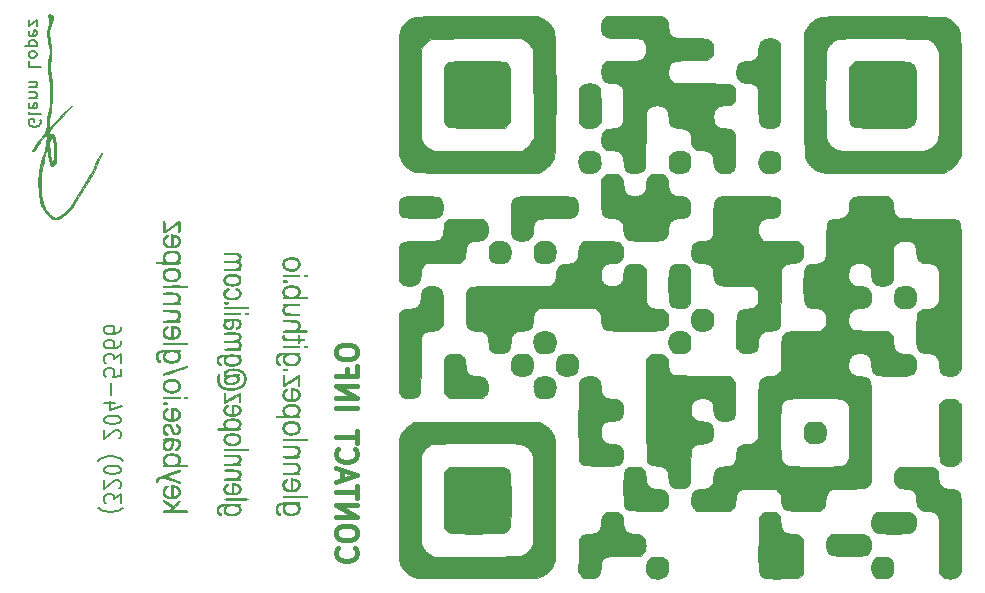
<source format=gbr>
%TF.GenerationSoftware,KiCad,Pcbnew,(6.0.5)*%
%TF.CreationDate,2023-01-03T21:16:04-06:00*%
%TF.ProjectId,NFC_BusinessCard,4e46435f-4275-4736-996e-657373436172,rev?*%
%TF.SameCoordinates,Original*%
%TF.FileFunction,Legend,Bot*%
%TF.FilePolarity,Positive*%
%FSLAX46Y46*%
G04 Gerber Fmt 4.6, Leading zero omitted, Abs format (unit mm)*
G04 Created by KiCad (PCBNEW (6.0.5)) date 2023-01-03 21:16:04*
%MOMM*%
%LPD*%
G01*
G04 APERTURE LIST*
%ADD10C,0.050000*%
%ADD11C,0.190500*%
%ADD12C,0.381000*%
%ADD13C,1.011200*%
%ADD14O,1.727200X3.251200*%
G04 APERTURE END LIST*
D10*
G36*
X179237459Y-125021932D02*
G01*
X179407881Y-125029417D01*
X179557660Y-125040679D01*
X179688509Y-125056080D01*
X179802139Y-125075979D01*
X179900262Y-125100739D01*
X179984590Y-125130720D01*
X180056835Y-125166284D01*
X180118709Y-125207791D01*
X180171923Y-125255603D01*
X180218191Y-125310081D01*
X180259223Y-125371586D01*
X180296732Y-125440479D01*
X180336348Y-125529306D01*
X180367996Y-125620586D01*
X180391807Y-125713622D01*
X180407911Y-125807716D01*
X180416439Y-125902169D01*
X180417524Y-125996285D01*
X180411295Y-126089363D01*
X180397884Y-126180708D01*
X180377423Y-126269620D01*
X180350041Y-126355401D01*
X180315872Y-126437354D01*
X180275044Y-126514781D01*
X180227691Y-126586983D01*
X180201608Y-126620907D01*
X180173942Y-126653263D01*
X180144711Y-126683964D01*
X180113930Y-126712922D01*
X180081616Y-126740051D01*
X180047784Y-126765262D01*
X180034970Y-126773719D01*
X180021187Y-126781756D01*
X180006300Y-126789385D01*
X179990173Y-126796614D01*
X179972671Y-126803453D01*
X179953658Y-126809912D01*
X179932999Y-126816001D01*
X179910557Y-126821728D01*
X179859785Y-126832137D01*
X179800257Y-126841217D01*
X179730888Y-126849044D01*
X179650594Y-126855696D01*
X179558290Y-126861248D01*
X179452891Y-126865777D01*
X179333312Y-126869361D01*
X179198468Y-126872077D01*
X179047275Y-126873999D01*
X178878648Y-126875207D01*
X178484750Y-126875782D01*
X178072876Y-126874428D01*
X177745360Y-126870764D01*
X177491074Y-126863893D01*
X177298889Y-126852918D01*
X177157675Y-126836944D01*
X177102704Y-126826801D01*
X177056303Y-126815072D01*
X177017079Y-126801644D01*
X176983643Y-126786406D01*
X176954603Y-126769245D01*
X176928568Y-126750049D01*
X176928552Y-126750049D01*
X176886340Y-126714103D01*
X176847666Y-126677376D01*
X176829621Y-126658627D01*
X176812418Y-126639570D01*
X176796044Y-126620169D01*
X176780484Y-126600385D01*
X176765725Y-126580180D01*
X176751752Y-126559519D01*
X176738551Y-126538363D01*
X176726108Y-126516674D01*
X176714410Y-126494415D01*
X176703441Y-126471548D01*
X176693188Y-126448037D01*
X176683637Y-126423843D01*
X176674774Y-126398929D01*
X176666585Y-126373258D01*
X176659055Y-126346792D01*
X176652171Y-126319493D01*
X176640284Y-126262248D01*
X176630810Y-126201222D01*
X176623637Y-126136117D01*
X176618653Y-126066631D01*
X176615745Y-125992465D01*
X176614801Y-125913318D01*
X176615197Y-125852538D01*
X176616499Y-125796967D01*
X176618875Y-125746093D01*
X176622493Y-125699407D01*
X176627523Y-125656398D01*
X176634134Y-125616555D01*
X176642494Y-125579368D01*
X176652773Y-125544327D01*
X176665138Y-125510920D01*
X176679760Y-125478637D01*
X176696806Y-125446968D01*
X176716446Y-125415402D01*
X176738849Y-125383428D01*
X176764182Y-125350536D01*
X176792616Y-125316216D01*
X176824320Y-125279957D01*
X177033838Y-125045337D01*
X178315103Y-125022541D01*
X178827838Y-125016849D01*
X179237459Y-125021932D01*
G37*
X179237459Y-125021932D02*
X179407881Y-125029417D01*
X179557660Y-125040679D01*
X179688509Y-125056080D01*
X179802139Y-125075979D01*
X179900262Y-125100739D01*
X179984590Y-125130720D01*
X180056835Y-125166284D01*
X180118709Y-125207791D01*
X180171923Y-125255603D01*
X180218191Y-125310081D01*
X180259223Y-125371586D01*
X180296732Y-125440479D01*
X180336348Y-125529306D01*
X180367996Y-125620586D01*
X180391807Y-125713622D01*
X180407911Y-125807716D01*
X180416439Y-125902169D01*
X180417524Y-125996285D01*
X180411295Y-126089363D01*
X180397884Y-126180708D01*
X180377423Y-126269620D01*
X180350041Y-126355401D01*
X180315872Y-126437354D01*
X180275044Y-126514781D01*
X180227691Y-126586983D01*
X180201608Y-126620907D01*
X180173942Y-126653263D01*
X180144711Y-126683964D01*
X180113930Y-126712922D01*
X180081616Y-126740051D01*
X180047784Y-126765262D01*
X180034970Y-126773719D01*
X180021187Y-126781756D01*
X180006300Y-126789385D01*
X179990173Y-126796614D01*
X179972671Y-126803453D01*
X179953658Y-126809912D01*
X179932999Y-126816001D01*
X179910557Y-126821728D01*
X179859785Y-126832137D01*
X179800257Y-126841217D01*
X179730888Y-126849044D01*
X179650594Y-126855696D01*
X179558290Y-126861248D01*
X179452891Y-126865777D01*
X179333312Y-126869361D01*
X179198468Y-126872077D01*
X179047275Y-126873999D01*
X178878648Y-126875207D01*
X178484750Y-126875782D01*
X178072876Y-126874428D01*
X177745360Y-126870764D01*
X177491074Y-126863893D01*
X177298889Y-126852918D01*
X177157675Y-126836944D01*
X177102704Y-126826801D01*
X177056303Y-126815072D01*
X177017079Y-126801644D01*
X176983643Y-126786406D01*
X176954603Y-126769245D01*
X176928568Y-126750049D01*
X176928552Y-126750049D01*
X176886340Y-126714103D01*
X176847666Y-126677376D01*
X176829621Y-126658627D01*
X176812418Y-126639570D01*
X176796044Y-126620169D01*
X176780484Y-126600385D01*
X176765725Y-126580180D01*
X176751752Y-126559519D01*
X176738551Y-126538363D01*
X176726108Y-126516674D01*
X176714410Y-126494415D01*
X176703441Y-126471548D01*
X176693188Y-126448037D01*
X176683637Y-126423843D01*
X176674774Y-126398929D01*
X176666585Y-126373258D01*
X176659055Y-126346792D01*
X176652171Y-126319493D01*
X176640284Y-126262248D01*
X176630810Y-126201222D01*
X176623637Y-126136117D01*
X176618653Y-126066631D01*
X176615745Y-125992465D01*
X176614801Y-125913318D01*
X176615197Y-125852538D01*
X176616499Y-125796967D01*
X176618875Y-125746093D01*
X176622493Y-125699407D01*
X176627523Y-125656398D01*
X176634134Y-125616555D01*
X176642494Y-125579368D01*
X176652773Y-125544327D01*
X176665138Y-125510920D01*
X176679760Y-125478637D01*
X176696806Y-125446968D01*
X176716446Y-125415402D01*
X176738849Y-125383428D01*
X176764182Y-125350536D01*
X176792616Y-125316216D01*
X176824320Y-125279957D01*
X177033838Y-125045337D01*
X178315103Y-125022541D01*
X178827838Y-125016849D01*
X179237459Y-125021932D01*
G36*
X126099834Y-102704221D02*
G01*
X126014887Y-102703595D01*
X125939743Y-102702643D01*
X125873840Y-102701321D01*
X125816616Y-102699584D01*
X125767508Y-102697390D01*
X125745823Y-102696108D01*
X125725956Y-102694694D01*
X125707837Y-102693145D01*
X125691397Y-102691453D01*
X125676564Y-102689614D01*
X125663268Y-102687623D01*
X125651440Y-102685473D01*
X125641009Y-102683159D01*
X125631905Y-102680676D01*
X125624057Y-102678018D01*
X125617396Y-102675180D01*
X125611851Y-102672157D01*
X125607351Y-102668942D01*
X125603828Y-102665531D01*
X125601209Y-102661917D01*
X125599426Y-102658096D01*
X125598407Y-102654062D01*
X125598083Y-102649809D01*
X125599084Y-102641702D01*
X125602310Y-102634400D01*
X125608095Y-102627866D01*
X125616774Y-102622059D01*
X125628681Y-102616942D01*
X125644150Y-102612474D01*
X125663515Y-102608617D01*
X125687112Y-102605331D01*
X125748335Y-102600319D01*
X125830494Y-102597126D01*
X125936264Y-102595439D01*
X126068319Y-102594946D01*
X126166934Y-102594385D01*
X126257216Y-102592628D01*
X126339572Y-102589570D01*
X126414407Y-102585103D01*
X126449130Y-102582308D01*
X126482125Y-102579121D01*
X126513442Y-102575529D01*
X126543133Y-102571517D01*
X126571247Y-102567073D01*
X126597835Y-102562184D01*
X126622949Y-102556835D01*
X126646638Y-102551014D01*
X126668954Y-102544707D01*
X126689947Y-102537902D01*
X126709667Y-102530584D01*
X126728166Y-102522740D01*
X126745494Y-102514356D01*
X126761702Y-102505421D01*
X126776841Y-102495919D01*
X126790960Y-102485838D01*
X126804112Y-102475165D01*
X126816345Y-102463886D01*
X126827713Y-102451987D01*
X126838263Y-102439456D01*
X126848049Y-102426278D01*
X126857120Y-102412441D01*
X126865526Y-102397932D01*
X126873319Y-102382736D01*
X126881021Y-102366279D01*
X126887679Y-102350887D01*
X126893290Y-102336423D01*
X126897853Y-102322746D01*
X126901364Y-102309719D01*
X126903822Y-102297201D01*
X126904655Y-102291090D01*
X126905225Y-102285054D01*
X126905530Y-102279076D01*
X126905570Y-102273139D01*
X126905346Y-102267225D01*
X126904856Y-102261316D01*
X126904101Y-102255397D01*
X126903080Y-102249448D01*
X126900240Y-102237395D01*
X126896333Y-102225017D01*
X126891359Y-102212177D01*
X126885314Y-102198734D01*
X126878197Y-102184550D01*
X126870004Y-102169487D01*
X126855702Y-102145962D01*
X126840198Y-102124945D01*
X126822783Y-102106292D01*
X126802744Y-102089859D01*
X126779371Y-102075501D01*
X126751954Y-102063076D01*
X126719781Y-102052438D01*
X126682141Y-102043444D01*
X126638323Y-102035951D01*
X126587618Y-102029814D01*
X126529312Y-102024889D01*
X126462697Y-102021033D01*
X126301692Y-102015949D01*
X126098916Y-102013413D01*
X126024921Y-102012758D01*
X125958279Y-102011896D01*
X125898635Y-102010787D01*
X125845632Y-102009389D01*
X125798915Y-102007660D01*
X125777802Y-102006658D01*
X125758128Y-102005558D01*
X125739846Y-102004354D01*
X125722914Y-102003042D01*
X125707286Y-102001616D01*
X125692918Y-102000071D01*
X125679765Y-101998401D01*
X125667784Y-101996602D01*
X125656929Y-101994668D01*
X125647156Y-101992595D01*
X125638420Y-101990376D01*
X125630678Y-101988007D01*
X125623884Y-101985482D01*
X125617994Y-101982797D01*
X125612964Y-101979946D01*
X125608748Y-101976924D01*
X125605304Y-101973725D01*
X125602585Y-101970345D01*
X125600548Y-101966779D01*
X125599148Y-101963020D01*
X125598341Y-101959065D01*
X125598081Y-101954907D01*
X125599171Y-101946740D01*
X125602700Y-101939395D01*
X125609063Y-101932831D01*
X125618653Y-101927006D01*
X125631863Y-101921881D01*
X125649085Y-101917415D01*
X125670714Y-101913566D01*
X125697142Y-101910296D01*
X125765967Y-101905324D01*
X125858706Y-101902176D01*
X125978505Y-101900525D01*
X126128507Y-101900047D01*
X126292487Y-101899628D01*
X126360770Y-101898965D01*
X126420874Y-101897876D01*
X126473521Y-101896268D01*
X126519429Y-101894048D01*
X126559319Y-101891123D01*
X126577232Y-101889367D01*
X126593910Y-101887400D01*
X126609444Y-101885211D01*
X126623922Y-101882787D01*
X126637436Y-101880117D01*
X126650075Y-101877190D01*
X126661930Y-101873994D01*
X126673089Y-101870517D01*
X126683644Y-101866748D01*
X126693684Y-101862675D01*
X126703299Y-101858287D01*
X126712579Y-101853571D01*
X126721614Y-101848517D01*
X126730495Y-101843112D01*
X126748150Y-101831205D01*
X126766266Y-101817757D01*
X126780338Y-101806644D01*
X126793645Y-101795474D01*
X126806185Y-101784249D01*
X126817957Y-101772975D01*
X126828961Y-101761653D01*
X126839197Y-101750287D01*
X126848663Y-101738881D01*
X126857360Y-101727438D01*
X126865285Y-101715961D01*
X126872440Y-101704454D01*
X126878823Y-101692920D01*
X126884434Y-101681362D01*
X126889271Y-101669784D01*
X126893335Y-101658189D01*
X126896625Y-101646581D01*
X126899140Y-101634963D01*
X126900880Y-101623337D01*
X126901843Y-101611709D01*
X126902030Y-101600080D01*
X126901439Y-101588455D01*
X126900071Y-101576836D01*
X126897924Y-101565227D01*
X126894998Y-101553632D01*
X126891292Y-101542054D01*
X126886806Y-101530496D01*
X126881538Y-101518961D01*
X126875490Y-101507453D01*
X126868658Y-101495976D01*
X126861044Y-101484532D01*
X126852647Y-101473125D01*
X126843465Y-101461758D01*
X126833499Y-101450436D01*
X126802431Y-101417812D01*
X126787626Y-101404607D01*
X126772020Y-101393281D01*
X126754646Y-101383690D01*
X126734537Y-101375690D01*
X126710726Y-101369136D01*
X126682248Y-101363884D01*
X126648136Y-101359790D01*
X126607423Y-101356709D01*
X126502330Y-101353013D01*
X126359238Y-101351641D01*
X126170414Y-101351441D01*
X126084832Y-101351330D01*
X126007916Y-101350972D01*
X125939234Y-101350323D01*
X125878350Y-101349343D01*
X125824832Y-101347990D01*
X125778245Y-101346222D01*
X125757414Y-101345170D01*
X125738154Y-101343998D01*
X125720409Y-101342702D01*
X125704126Y-101341276D01*
X125689250Y-101339715D01*
X125675727Y-101338014D01*
X125663503Y-101336168D01*
X125652523Y-101334171D01*
X125642733Y-101332019D01*
X125634080Y-101329706D01*
X125626507Y-101327226D01*
X125619963Y-101324576D01*
X125614391Y-101321749D01*
X125609739Y-101318740D01*
X125605951Y-101315544D01*
X125602973Y-101312156D01*
X125600751Y-101308571D01*
X125599232Y-101304784D01*
X125598360Y-101300788D01*
X125598081Y-101296580D01*
X125599259Y-101288363D01*
X125603094Y-101280979D01*
X125610039Y-101274389D01*
X125620546Y-101268548D01*
X125635066Y-101263417D01*
X125654054Y-101258951D01*
X125677959Y-101255111D01*
X125707236Y-101251852D01*
X125783711Y-101246916D01*
X125887096Y-101243805D01*
X126021011Y-101242185D01*
X126189072Y-101241720D01*
X126365867Y-101242194D01*
X126440259Y-101242894D01*
X126506219Y-101243995D01*
X126564428Y-101245569D01*
X126615566Y-101247687D01*
X126660313Y-101250419D01*
X126699347Y-101253835D01*
X126733350Y-101258007D01*
X126748677Y-101260398D01*
X126763001Y-101263004D01*
X126776407Y-101265835D01*
X126788979Y-101268898D01*
X126800804Y-101272203D01*
X126811965Y-101275759D01*
X126822549Y-101279575D01*
X126832639Y-101283658D01*
X126842321Y-101288019D01*
X126851679Y-101292666D01*
X126869767Y-101302852D01*
X126887582Y-101314289D01*
X126898679Y-101322178D01*
X126909751Y-101330819D01*
X126920727Y-101340128D01*
X126931538Y-101350017D01*
X126942114Y-101360400D01*
X126952386Y-101371191D01*
X126962284Y-101382303D01*
X126971739Y-101393651D01*
X126980682Y-101405148D01*
X126989042Y-101416707D01*
X126996751Y-101428244D01*
X127003739Y-101439670D01*
X127009937Y-101450900D01*
X127015274Y-101461849D01*
X127019682Y-101472428D01*
X127023092Y-101482553D01*
X127026148Y-101494392D01*
X127028540Y-101506673D01*
X127030282Y-101519354D01*
X127031391Y-101532395D01*
X127031882Y-101545755D01*
X127031771Y-101559394D01*
X127031074Y-101573271D01*
X127029807Y-101587344D01*
X127025625Y-101615920D01*
X127019351Y-101644797D01*
X127011112Y-101673648D01*
X127001034Y-101702148D01*
X126989244Y-101729971D01*
X126975868Y-101756793D01*
X126961032Y-101782287D01*
X126944863Y-101806128D01*
X126936318Y-101817327D01*
X126927487Y-101827990D01*
X126918386Y-101838077D01*
X126909031Y-101847548D01*
X126899437Y-101856361D01*
X126889621Y-101864476D01*
X126879598Y-101871852D01*
X126869383Y-101878449D01*
X126841407Y-101895473D01*
X126830406Y-101902538D01*
X126821391Y-101908808D01*
X126817627Y-101911684D01*
X126814358Y-101914410D01*
X126811584Y-101917002D01*
X126809305Y-101919474D01*
X126807519Y-101921844D01*
X126806226Y-101924127D01*
X126805426Y-101926339D01*
X126805119Y-101928496D01*
X126805304Y-101930615D01*
X126805980Y-101932710D01*
X126807147Y-101934799D01*
X126808805Y-101936897D01*
X126810953Y-101939020D01*
X126813591Y-101941183D01*
X126816718Y-101943404D01*
X126820333Y-101945699D01*
X126829029Y-101950570D01*
X126839674Y-101955925D01*
X126866798Y-101968599D01*
X126884961Y-101977743D01*
X126902082Y-101987977D01*
X126918157Y-101999243D01*
X126933180Y-102011484D01*
X126947148Y-102024639D01*
X126960057Y-102038652D01*
X126971900Y-102053463D01*
X126982675Y-102069015D01*
X126992376Y-102085249D01*
X127000999Y-102102107D01*
X127008540Y-102119529D01*
X127014993Y-102137459D01*
X127020355Y-102155837D01*
X127024621Y-102174606D01*
X127027786Y-102193707D01*
X127029847Y-102213081D01*
X127030797Y-102232670D01*
X127030634Y-102252416D01*
X127029352Y-102272261D01*
X127026947Y-102292146D01*
X127023414Y-102312012D01*
X127018749Y-102331802D01*
X127012948Y-102351458D01*
X127006005Y-102370920D01*
X126997917Y-102390130D01*
X126988678Y-102409030D01*
X126978285Y-102427563D01*
X126966733Y-102445668D01*
X126954017Y-102463289D01*
X126940132Y-102480366D01*
X126925075Y-102496841D01*
X126908841Y-102512657D01*
X126819322Y-102594947D01*
X126912001Y-102594947D01*
X126917015Y-102595013D01*
X126921935Y-102595212D01*
X126926757Y-102595539D01*
X126931477Y-102595994D01*
X126936090Y-102596572D01*
X126940593Y-102597272D01*
X126944980Y-102598091D01*
X126949248Y-102599026D01*
X126953393Y-102600076D01*
X126957409Y-102601236D01*
X126961293Y-102602506D01*
X126965040Y-102603882D01*
X126968646Y-102605362D01*
X126972107Y-102606943D01*
X126975419Y-102608622D01*
X126978577Y-102610398D01*
X126981577Y-102612267D01*
X126984414Y-102614228D01*
X126987085Y-102616276D01*
X126989584Y-102618411D01*
X126991909Y-102620630D01*
X126994054Y-102622929D01*
X126996014Y-102625306D01*
X126997787Y-102627760D01*
X126999367Y-102630286D01*
X127000751Y-102632883D01*
X127001933Y-102635549D01*
X127002911Y-102638280D01*
X127003678Y-102641074D01*
X127004231Y-102643929D01*
X127004567Y-102646841D01*
X127004679Y-102649809D01*
X127003337Y-102658095D01*
X126998935Y-102665529D01*
X126990912Y-102672154D01*
X126978705Y-102678015D01*
X126961753Y-102683156D01*
X126939494Y-102687620D01*
X126876807Y-102694692D01*
X126786147Y-102699583D01*
X126663020Y-102702642D01*
X126301380Y-102704669D01*
X126195145Y-102704564D01*
X126099834Y-102704221D01*
G37*
X126099834Y-102704221D02*
X126014887Y-102703595D01*
X125939743Y-102702643D01*
X125873840Y-102701321D01*
X125816616Y-102699584D01*
X125767508Y-102697390D01*
X125745823Y-102696108D01*
X125725956Y-102694694D01*
X125707837Y-102693145D01*
X125691397Y-102691453D01*
X125676564Y-102689614D01*
X125663268Y-102687623D01*
X125651440Y-102685473D01*
X125641009Y-102683159D01*
X125631905Y-102680676D01*
X125624057Y-102678018D01*
X125617396Y-102675180D01*
X125611851Y-102672157D01*
X125607351Y-102668942D01*
X125603828Y-102665531D01*
X125601209Y-102661917D01*
X125599426Y-102658096D01*
X125598407Y-102654062D01*
X125598083Y-102649809D01*
X125599084Y-102641702D01*
X125602310Y-102634400D01*
X125608095Y-102627866D01*
X125616774Y-102622059D01*
X125628681Y-102616942D01*
X125644150Y-102612474D01*
X125663515Y-102608617D01*
X125687112Y-102605331D01*
X125748335Y-102600319D01*
X125830494Y-102597126D01*
X125936264Y-102595439D01*
X126068319Y-102594946D01*
X126166934Y-102594385D01*
X126257216Y-102592628D01*
X126339572Y-102589570D01*
X126414407Y-102585103D01*
X126449130Y-102582308D01*
X126482125Y-102579121D01*
X126513442Y-102575529D01*
X126543133Y-102571517D01*
X126571247Y-102567073D01*
X126597835Y-102562184D01*
X126622949Y-102556835D01*
X126646638Y-102551014D01*
X126668954Y-102544707D01*
X126689947Y-102537902D01*
X126709667Y-102530584D01*
X126728166Y-102522740D01*
X126745494Y-102514356D01*
X126761702Y-102505421D01*
X126776841Y-102495919D01*
X126790960Y-102485838D01*
X126804112Y-102475165D01*
X126816345Y-102463886D01*
X126827713Y-102451987D01*
X126838263Y-102439456D01*
X126848049Y-102426278D01*
X126857120Y-102412441D01*
X126865526Y-102397932D01*
X126873319Y-102382736D01*
X126881021Y-102366279D01*
X126887679Y-102350887D01*
X126893290Y-102336423D01*
X126897853Y-102322746D01*
X126901364Y-102309719D01*
X126903822Y-102297201D01*
X126904655Y-102291090D01*
X126905225Y-102285054D01*
X126905530Y-102279076D01*
X126905570Y-102273139D01*
X126905346Y-102267225D01*
X126904856Y-102261316D01*
X126904101Y-102255397D01*
X126903080Y-102249448D01*
X126900240Y-102237395D01*
X126896333Y-102225017D01*
X126891359Y-102212177D01*
X126885314Y-102198734D01*
X126878197Y-102184550D01*
X126870004Y-102169487D01*
X126855702Y-102145962D01*
X126840198Y-102124945D01*
X126822783Y-102106292D01*
X126802744Y-102089859D01*
X126779371Y-102075501D01*
X126751954Y-102063076D01*
X126719781Y-102052438D01*
X126682141Y-102043444D01*
X126638323Y-102035951D01*
X126587618Y-102029814D01*
X126529312Y-102024889D01*
X126462697Y-102021033D01*
X126301692Y-102015949D01*
X126098916Y-102013413D01*
X126024921Y-102012758D01*
X125958279Y-102011896D01*
X125898635Y-102010787D01*
X125845632Y-102009389D01*
X125798915Y-102007660D01*
X125777802Y-102006658D01*
X125758128Y-102005558D01*
X125739846Y-102004354D01*
X125722914Y-102003042D01*
X125707286Y-102001616D01*
X125692918Y-102000071D01*
X125679765Y-101998401D01*
X125667784Y-101996602D01*
X125656929Y-101994668D01*
X125647156Y-101992595D01*
X125638420Y-101990376D01*
X125630678Y-101988007D01*
X125623884Y-101985482D01*
X125617994Y-101982797D01*
X125612964Y-101979946D01*
X125608748Y-101976924D01*
X125605304Y-101973725D01*
X125602585Y-101970345D01*
X125600548Y-101966779D01*
X125599148Y-101963020D01*
X125598341Y-101959065D01*
X125598081Y-101954907D01*
X125599171Y-101946740D01*
X125602700Y-101939395D01*
X125609063Y-101932831D01*
X125618653Y-101927006D01*
X125631863Y-101921881D01*
X125649085Y-101917415D01*
X125670714Y-101913566D01*
X125697142Y-101910296D01*
X125765967Y-101905324D01*
X125858706Y-101902176D01*
X125978505Y-101900525D01*
X126128507Y-101900047D01*
X126292487Y-101899628D01*
X126360770Y-101898965D01*
X126420874Y-101897876D01*
X126473521Y-101896268D01*
X126519429Y-101894048D01*
X126559319Y-101891123D01*
X126577232Y-101889367D01*
X126593910Y-101887400D01*
X126609444Y-101885211D01*
X126623922Y-101882787D01*
X126637436Y-101880117D01*
X126650075Y-101877190D01*
X126661930Y-101873994D01*
X126673089Y-101870517D01*
X126683644Y-101866748D01*
X126693684Y-101862675D01*
X126703299Y-101858287D01*
X126712579Y-101853571D01*
X126721614Y-101848517D01*
X126730495Y-101843112D01*
X126748150Y-101831205D01*
X126766266Y-101817757D01*
X126780338Y-101806644D01*
X126793645Y-101795474D01*
X126806185Y-101784249D01*
X126817957Y-101772975D01*
X126828961Y-101761653D01*
X126839197Y-101750287D01*
X126848663Y-101738881D01*
X126857360Y-101727438D01*
X126865285Y-101715961D01*
X126872440Y-101704454D01*
X126878823Y-101692920D01*
X126884434Y-101681362D01*
X126889271Y-101669784D01*
X126893335Y-101658189D01*
X126896625Y-101646581D01*
X126899140Y-101634963D01*
X126900880Y-101623337D01*
X126901843Y-101611709D01*
X126902030Y-101600080D01*
X126901439Y-101588455D01*
X126900071Y-101576836D01*
X126897924Y-101565227D01*
X126894998Y-101553632D01*
X126891292Y-101542054D01*
X126886806Y-101530496D01*
X126881538Y-101518961D01*
X126875490Y-101507453D01*
X126868658Y-101495976D01*
X126861044Y-101484532D01*
X126852647Y-101473125D01*
X126843465Y-101461758D01*
X126833499Y-101450436D01*
X126802431Y-101417812D01*
X126787626Y-101404607D01*
X126772020Y-101393281D01*
X126754646Y-101383690D01*
X126734537Y-101375690D01*
X126710726Y-101369136D01*
X126682248Y-101363884D01*
X126648136Y-101359790D01*
X126607423Y-101356709D01*
X126502330Y-101353013D01*
X126359238Y-101351641D01*
X126170414Y-101351441D01*
X126084832Y-101351330D01*
X126007916Y-101350972D01*
X125939234Y-101350323D01*
X125878350Y-101349343D01*
X125824832Y-101347990D01*
X125778245Y-101346222D01*
X125757414Y-101345170D01*
X125738154Y-101343998D01*
X125720409Y-101342702D01*
X125704126Y-101341276D01*
X125689250Y-101339715D01*
X125675727Y-101338014D01*
X125663503Y-101336168D01*
X125652523Y-101334171D01*
X125642733Y-101332019D01*
X125634080Y-101329706D01*
X125626507Y-101327226D01*
X125619963Y-101324576D01*
X125614391Y-101321749D01*
X125609739Y-101318740D01*
X125605951Y-101315544D01*
X125602973Y-101312156D01*
X125600751Y-101308571D01*
X125599232Y-101304784D01*
X125598360Y-101300788D01*
X125598081Y-101296580D01*
X125599259Y-101288363D01*
X125603094Y-101280979D01*
X125610039Y-101274389D01*
X125620546Y-101268548D01*
X125635066Y-101263417D01*
X125654054Y-101258951D01*
X125677959Y-101255111D01*
X125707236Y-101251852D01*
X125783711Y-101246916D01*
X125887096Y-101243805D01*
X126021011Y-101242185D01*
X126189072Y-101241720D01*
X126365867Y-101242194D01*
X126440259Y-101242894D01*
X126506219Y-101243995D01*
X126564428Y-101245569D01*
X126615566Y-101247687D01*
X126660313Y-101250419D01*
X126699347Y-101253835D01*
X126733350Y-101258007D01*
X126748677Y-101260398D01*
X126763001Y-101263004D01*
X126776407Y-101265835D01*
X126788979Y-101268898D01*
X126800804Y-101272203D01*
X126811965Y-101275759D01*
X126822549Y-101279575D01*
X126832639Y-101283658D01*
X126842321Y-101288019D01*
X126851679Y-101292666D01*
X126869767Y-101302852D01*
X126887582Y-101314289D01*
X126898679Y-101322178D01*
X126909751Y-101330819D01*
X126920727Y-101340128D01*
X126931538Y-101350017D01*
X126942114Y-101360400D01*
X126952386Y-101371191D01*
X126962284Y-101382303D01*
X126971739Y-101393651D01*
X126980682Y-101405148D01*
X126989042Y-101416707D01*
X126996751Y-101428244D01*
X127003739Y-101439670D01*
X127009937Y-101450900D01*
X127015274Y-101461849D01*
X127019682Y-101472428D01*
X127023092Y-101482553D01*
X127026148Y-101494392D01*
X127028540Y-101506673D01*
X127030282Y-101519354D01*
X127031391Y-101532395D01*
X127031882Y-101545755D01*
X127031771Y-101559394D01*
X127031074Y-101573271D01*
X127029807Y-101587344D01*
X127025625Y-101615920D01*
X127019351Y-101644797D01*
X127011112Y-101673648D01*
X127001034Y-101702148D01*
X126989244Y-101729971D01*
X126975868Y-101756793D01*
X126961032Y-101782287D01*
X126944863Y-101806128D01*
X126936318Y-101817327D01*
X126927487Y-101827990D01*
X126918386Y-101838077D01*
X126909031Y-101847548D01*
X126899437Y-101856361D01*
X126889621Y-101864476D01*
X126879598Y-101871852D01*
X126869383Y-101878449D01*
X126841407Y-101895473D01*
X126830406Y-101902538D01*
X126821391Y-101908808D01*
X126817627Y-101911684D01*
X126814358Y-101914410D01*
X126811584Y-101917002D01*
X126809305Y-101919474D01*
X126807519Y-101921844D01*
X126806226Y-101924127D01*
X126805426Y-101926339D01*
X126805119Y-101928496D01*
X126805304Y-101930615D01*
X126805980Y-101932710D01*
X126807147Y-101934799D01*
X126808805Y-101936897D01*
X126810953Y-101939020D01*
X126813591Y-101941183D01*
X126816718Y-101943404D01*
X126820333Y-101945699D01*
X126829029Y-101950570D01*
X126839674Y-101955925D01*
X126866798Y-101968599D01*
X126884961Y-101977743D01*
X126902082Y-101987977D01*
X126918157Y-101999243D01*
X126933180Y-102011484D01*
X126947148Y-102024639D01*
X126960057Y-102038652D01*
X126971900Y-102053463D01*
X126982675Y-102069015D01*
X126992376Y-102085249D01*
X127000999Y-102102107D01*
X127008540Y-102119529D01*
X127014993Y-102137459D01*
X127020355Y-102155837D01*
X127024621Y-102174606D01*
X127027786Y-102193707D01*
X127029847Y-102213081D01*
X127030797Y-102232670D01*
X127030634Y-102252416D01*
X127029352Y-102272261D01*
X127026947Y-102292146D01*
X127023414Y-102312012D01*
X127018749Y-102331802D01*
X127012948Y-102351458D01*
X127006005Y-102370920D01*
X126997917Y-102390130D01*
X126988678Y-102409030D01*
X126978285Y-102427563D01*
X126966733Y-102445668D01*
X126954017Y-102463289D01*
X126940132Y-102480366D01*
X126925075Y-102496841D01*
X126908841Y-102512657D01*
X126819322Y-102594947D01*
X126912001Y-102594947D01*
X126917015Y-102595013D01*
X126921935Y-102595212D01*
X126926757Y-102595539D01*
X126931477Y-102595994D01*
X126936090Y-102596572D01*
X126940593Y-102597272D01*
X126944980Y-102598091D01*
X126949248Y-102599026D01*
X126953393Y-102600076D01*
X126957409Y-102601236D01*
X126961293Y-102602506D01*
X126965040Y-102603882D01*
X126968646Y-102605362D01*
X126972107Y-102606943D01*
X126975419Y-102608622D01*
X126978577Y-102610398D01*
X126981577Y-102612267D01*
X126984414Y-102614228D01*
X126987085Y-102616276D01*
X126989584Y-102618411D01*
X126991909Y-102620630D01*
X126994054Y-102622929D01*
X126996014Y-102625306D01*
X126997787Y-102627760D01*
X126999367Y-102630286D01*
X127000751Y-102632883D01*
X127001933Y-102635549D01*
X127002911Y-102638280D01*
X127003678Y-102641074D01*
X127004231Y-102643929D01*
X127004567Y-102646841D01*
X127004679Y-102649809D01*
X127003337Y-102658095D01*
X126998935Y-102665529D01*
X126990912Y-102672154D01*
X126978705Y-102678015D01*
X126961753Y-102683156D01*
X126939494Y-102687620D01*
X126876807Y-102694692D01*
X126786147Y-102699583D01*
X126663020Y-102702642D01*
X126301380Y-102704669D01*
X126195145Y-102704564D01*
X126099834Y-102704221D01*
G36*
X156652667Y-92610486D02*
G01*
X156771387Y-92619915D01*
X156826964Y-92627094D01*
X156880064Y-92635960D01*
X156930722Y-92646548D01*
X156978973Y-92658891D01*
X157024851Y-92673023D01*
X157068390Y-92688977D01*
X157109624Y-92706787D01*
X157148589Y-92726487D01*
X157185317Y-92748111D01*
X157219844Y-92771693D01*
X157252205Y-92797265D01*
X157282432Y-92824862D01*
X157310562Y-92854518D01*
X157336627Y-92886266D01*
X157360663Y-92920139D01*
X157382704Y-92956173D01*
X157402784Y-92994400D01*
X157420938Y-93034853D01*
X157437199Y-93077568D01*
X157451603Y-93122577D01*
X157464184Y-93169914D01*
X157474976Y-93219613D01*
X157484013Y-93271707D01*
X157491330Y-93326231D01*
X157500941Y-93442702D01*
X157504083Y-93569294D01*
X157503688Y-93630152D01*
X157502393Y-93685825D01*
X157500037Y-93736810D01*
X157496458Y-93783606D01*
X157491495Y-93826709D01*
X157484985Y-93866618D01*
X157476767Y-93903830D01*
X157466678Y-93938842D01*
X157454558Y-93972152D01*
X157440245Y-94004257D01*
X157423575Y-94035655D01*
X157404389Y-94066845D01*
X157382523Y-94098322D01*
X157357817Y-94130585D01*
X157330108Y-94164132D01*
X157299234Y-94199459D01*
X157266638Y-94235223D01*
X157235868Y-94267229D01*
X157206340Y-94295710D01*
X157191861Y-94308701D01*
X157177474Y-94320899D01*
X157163106Y-94332333D01*
X157148685Y-94343030D01*
X157134138Y-94353022D01*
X157119392Y-94362337D01*
X157104375Y-94371003D01*
X157089013Y-94379051D01*
X157073234Y-94386510D01*
X157056965Y-94393408D01*
X157040132Y-94399774D01*
X157022665Y-94405639D01*
X157004489Y-94411031D01*
X156985531Y-94415979D01*
X156965720Y-94420513D01*
X156944981Y-94424661D01*
X156900433Y-94431918D01*
X156851303Y-94437984D01*
X156797009Y-94443092D01*
X156736970Y-94447475D01*
X156670603Y-94451366D01*
X156582377Y-94454586D01*
X156494084Y-94455017D01*
X156408082Y-94452834D01*
X156326734Y-94448212D01*
X156252400Y-94441327D01*
X156187440Y-94432352D01*
X156159213Y-94427135D01*
X156134215Y-94421462D01*
X156112742Y-94415354D01*
X156095087Y-94408832D01*
X156066786Y-94396006D01*
X156039390Y-94382231D01*
X156012898Y-94367509D01*
X155987309Y-94351837D01*
X155962624Y-94335215D01*
X155938842Y-94317643D01*
X155915963Y-94299119D01*
X155893985Y-94279642D01*
X155872910Y-94259213D01*
X155852736Y-94237830D01*
X155833463Y-94215492D01*
X155815090Y-94192199D01*
X155797617Y-94167950D01*
X155781045Y-94142744D01*
X155765371Y-94116580D01*
X155750597Y-94089457D01*
X155736721Y-94061376D01*
X155723743Y-94032334D01*
X155711663Y-94002331D01*
X155700480Y-93971367D01*
X155690194Y-93939441D01*
X155680805Y-93906551D01*
X155672312Y-93872697D01*
X155664715Y-93837879D01*
X155658012Y-93802095D01*
X155652205Y-93765345D01*
X155647293Y-93727628D01*
X155643274Y-93688943D01*
X155640149Y-93649289D01*
X155637918Y-93608666D01*
X155636133Y-93524509D01*
X155637474Y-93392323D01*
X155639547Y-93336130D01*
X155642911Y-93285563D01*
X155647828Y-93239892D01*
X155654566Y-93198386D01*
X155663389Y-93160314D01*
X155674562Y-93124946D01*
X155688351Y-93091552D01*
X155705021Y-93059400D01*
X155724837Y-93027761D01*
X155748065Y-92995904D01*
X155774969Y-92963098D01*
X155805816Y-92928612D01*
X155840869Y-92891716D01*
X155880396Y-92851681D01*
X155919804Y-92812822D01*
X155956277Y-92778263D01*
X155990468Y-92747757D01*
X156023027Y-92721056D01*
X156038898Y-92709056D01*
X156054605Y-92697914D01*
X156070231Y-92687599D01*
X156085856Y-92678081D01*
X156101561Y-92669329D01*
X156117429Y-92661312D01*
X156133540Y-92653999D01*
X156149976Y-92647359D01*
X156166819Y-92641360D01*
X156184150Y-92635973D01*
X156202051Y-92631166D01*
X156220602Y-92626909D01*
X156239885Y-92623170D01*
X156259983Y-92619918D01*
X156302944Y-92614752D01*
X156350138Y-92611166D01*
X156402216Y-92608910D01*
X156459830Y-92607738D01*
X156523630Y-92607403D01*
X156652667Y-92610486D01*
G37*
X156652667Y-92610486D02*
X156771387Y-92619915D01*
X156826964Y-92627094D01*
X156880064Y-92635960D01*
X156930722Y-92646548D01*
X156978973Y-92658891D01*
X157024851Y-92673023D01*
X157068390Y-92688977D01*
X157109624Y-92706787D01*
X157148589Y-92726487D01*
X157185317Y-92748111D01*
X157219844Y-92771693D01*
X157252205Y-92797265D01*
X157282432Y-92824862D01*
X157310562Y-92854518D01*
X157336627Y-92886266D01*
X157360663Y-92920139D01*
X157382704Y-92956173D01*
X157402784Y-92994400D01*
X157420938Y-93034853D01*
X157437199Y-93077568D01*
X157451603Y-93122577D01*
X157464184Y-93169914D01*
X157474976Y-93219613D01*
X157484013Y-93271707D01*
X157491330Y-93326231D01*
X157500941Y-93442702D01*
X157504083Y-93569294D01*
X157503688Y-93630152D01*
X157502393Y-93685825D01*
X157500037Y-93736810D01*
X157496458Y-93783606D01*
X157491495Y-93826709D01*
X157484985Y-93866618D01*
X157476767Y-93903830D01*
X157466678Y-93938842D01*
X157454558Y-93972152D01*
X157440245Y-94004257D01*
X157423575Y-94035655D01*
X157404389Y-94066845D01*
X157382523Y-94098322D01*
X157357817Y-94130585D01*
X157330108Y-94164132D01*
X157299234Y-94199459D01*
X157266638Y-94235223D01*
X157235868Y-94267229D01*
X157206340Y-94295710D01*
X157191861Y-94308701D01*
X157177474Y-94320899D01*
X157163106Y-94332333D01*
X157148685Y-94343030D01*
X157134138Y-94353022D01*
X157119392Y-94362337D01*
X157104375Y-94371003D01*
X157089013Y-94379051D01*
X157073234Y-94386510D01*
X157056965Y-94393408D01*
X157040132Y-94399774D01*
X157022665Y-94405639D01*
X157004489Y-94411031D01*
X156985531Y-94415979D01*
X156965720Y-94420513D01*
X156944981Y-94424661D01*
X156900433Y-94431918D01*
X156851303Y-94437984D01*
X156797009Y-94443092D01*
X156736970Y-94447475D01*
X156670603Y-94451366D01*
X156582377Y-94454586D01*
X156494084Y-94455017D01*
X156408082Y-94452834D01*
X156326734Y-94448212D01*
X156252400Y-94441327D01*
X156187440Y-94432352D01*
X156159213Y-94427135D01*
X156134215Y-94421462D01*
X156112742Y-94415354D01*
X156095087Y-94408832D01*
X156066786Y-94396006D01*
X156039390Y-94382231D01*
X156012898Y-94367509D01*
X155987309Y-94351837D01*
X155962624Y-94335215D01*
X155938842Y-94317643D01*
X155915963Y-94299119D01*
X155893985Y-94279642D01*
X155872910Y-94259213D01*
X155852736Y-94237830D01*
X155833463Y-94215492D01*
X155815090Y-94192199D01*
X155797617Y-94167950D01*
X155781045Y-94142744D01*
X155765371Y-94116580D01*
X155750597Y-94089457D01*
X155736721Y-94061376D01*
X155723743Y-94032334D01*
X155711663Y-94002331D01*
X155700480Y-93971367D01*
X155690194Y-93939441D01*
X155680805Y-93906551D01*
X155672312Y-93872697D01*
X155664715Y-93837879D01*
X155658012Y-93802095D01*
X155652205Y-93765345D01*
X155647293Y-93727628D01*
X155643274Y-93688943D01*
X155640149Y-93649289D01*
X155637918Y-93608666D01*
X155636133Y-93524509D01*
X155637474Y-93392323D01*
X155639547Y-93336130D01*
X155642911Y-93285563D01*
X155647828Y-93239892D01*
X155654566Y-93198386D01*
X155663389Y-93160314D01*
X155674562Y-93124946D01*
X155688351Y-93091552D01*
X155705021Y-93059400D01*
X155724837Y-93027761D01*
X155748065Y-92995904D01*
X155774969Y-92963098D01*
X155805816Y-92928612D01*
X155840869Y-92891716D01*
X155880396Y-92851681D01*
X155919804Y-92812822D01*
X155956277Y-92778263D01*
X155990468Y-92747757D01*
X156023027Y-92721056D01*
X156038898Y-92709056D01*
X156054605Y-92697914D01*
X156070231Y-92687599D01*
X156085856Y-92678081D01*
X156101561Y-92669329D01*
X156117429Y-92661312D01*
X156133540Y-92653999D01*
X156149976Y-92647359D01*
X156166819Y-92641360D01*
X156184150Y-92635973D01*
X156202051Y-92631166D01*
X156220602Y-92626909D01*
X156239885Y-92623170D01*
X156259983Y-92619918D01*
X156302944Y-92614752D01*
X156350138Y-92611166D01*
X156402216Y-92608910D01*
X156459830Y-92607738D01*
X156523630Y-92607403D01*
X156652667Y-92610486D01*
G36*
X170870893Y-113368669D02*
G01*
X170877252Y-112953292D01*
X170888162Y-112647326D01*
X170904783Y-112428704D01*
X170928274Y-112275358D01*
X170959792Y-112165220D01*
X171000498Y-112076221D01*
X171015413Y-112049456D01*
X171031163Y-112023629D01*
X171047763Y-111998732D01*
X171065229Y-111974759D01*
X171083577Y-111951702D01*
X171102822Y-111929556D01*
X171122981Y-111908312D01*
X171144068Y-111887964D01*
X171166101Y-111868505D01*
X171189094Y-111849928D01*
X171213064Y-111832226D01*
X171238026Y-111815393D01*
X171263996Y-111799420D01*
X171290990Y-111784302D01*
X171319024Y-111770031D01*
X171348114Y-111756600D01*
X171378275Y-111744003D01*
X171409523Y-111732232D01*
X171441874Y-111721281D01*
X171475344Y-111711142D01*
X171509949Y-111701809D01*
X171545704Y-111693274D01*
X171582626Y-111685531D01*
X171620729Y-111678573D01*
X171660031Y-111672393D01*
X171700546Y-111666983D01*
X171785281Y-111658449D01*
X171875060Y-111652915D01*
X171970010Y-111650326D01*
X172023443Y-111649259D01*
X172072407Y-111647222D01*
X172117392Y-111644009D01*
X172158887Y-111639416D01*
X172197382Y-111633237D01*
X172233365Y-111625267D01*
X172267326Y-111615302D01*
X172299755Y-111603137D01*
X172331140Y-111588566D01*
X172361971Y-111571384D01*
X172392737Y-111551387D01*
X172423928Y-111528370D01*
X172456033Y-111502127D01*
X172489541Y-111472454D01*
X172524941Y-111439145D01*
X172562723Y-111401996D01*
X172807001Y-111157726D01*
X172807001Y-109765560D01*
X172809583Y-109120408D01*
X172817460Y-108860398D01*
X172833859Y-108638149D01*
X172846223Y-108540260D01*
X172861880Y-108450701D01*
X172881218Y-108369101D01*
X172904622Y-108295090D01*
X172932482Y-108228298D01*
X172965185Y-108168356D01*
X173003117Y-108114892D01*
X173046667Y-108067536D01*
X173096221Y-108025919D01*
X173152167Y-107989670D01*
X173214893Y-107958418D01*
X173284786Y-107931794D01*
X173362233Y-107909428D01*
X173447621Y-107890949D01*
X173541339Y-107875986D01*
X173643773Y-107864171D01*
X173876340Y-107848499D01*
X174148422Y-107840972D01*
X174823526Y-107838505D01*
X176126230Y-107838505D01*
X176370493Y-107594234D01*
X176409516Y-107554673D01*
X176444197Y-107518095D01*
X176474786Y-107483833D01*
X176501536Y-107451214D01*
X176513550Y-107435311D01*
X176524699Y-107419569D01*
X176535014Y-107403902D01*
X176544526Y-107388228D01*
X176553268Y-107372461D01*
X176561270Y-107356520D01*
X176568564Y-107340319D01*
X176575182Y-107323775D01*
X176581154Y-107306805D01*
X176586514Y-107289323D01*
X176591291Y-107271248D01*
X176595517Y-107252494D01*
X176599225Y-107232979D01*
X176602445Y-107212618D01*
X176607548Y-107169024D01*
X176611079Y-107121041D01*
X176613289Y-107068001D01*
X176614431Y-107009232D01*
X176614755Y-106944065D01*
X176610980Y-106812110D01*
X176606233Y-106749722D01*
X176599557Y-106689705D01*
X176590932Y-106632040D01*
X176580341Y-106576708D01*
X176567765Y-106523693D01*
X176553187Y-106472975D01*
X176536588Y-106424539D01*
X176517950Y-106378364D01*
X176497255Y-106334434D01*
X176474485Y-106292731D01*
X176449622Y-106253236D01*
X176422647Y-106215932D01*
X176393543Y-106180802D01*
X176362291Y-106147826D01*
X176328873Y-106116987D01*
X176293272Y-106088268D01*
X176255468Y-106061650D01*
X176215444Y-106037116D01*
X176173182Y-106014647D01*
X176128664Y-105994226D01*
X176081871Y-105975834D01*
X176032785Y-105959455D01*
X175981388Y-105945069D01*
X175927662Y-105932660D01*
X175871589Y-105922209D01*
X175813151Y-105913698D01*
X175752330Y-105907110D01*
X175689107Y-105902426D01*
X175555383Y-105898701D01*
X175487513Y-105897814D01*
X175423101Y-105895034D01*
X175362064Y-105890179D01*
X175304314Y-105883067D01*
X175249766Y-105873518D01*
X175198336Y-105861348D01*
X175149937Y-105846377D01*
X175104484Y-105828423D01*
X175061892Y-105807305D01*
X175022074Y-105782841D01*
X174984945Y-105754850D01*
X174950420Y-105723150D01*
X174918413Y-105687560D01*
X174888838Y-105647897D01*
X174861611Y-105603981D01*
X174836645Y-105555630D01*
X174813855Y-105502663D01*
X174793155Y-105444898D01*
X174774460Y-105382153D01*
X174757684Y-105314247D01*
X174742742Y-105240998D01*
X174729548Y-105162225D01*
X174718017Y-105077747D01*
X174708063Y-104987381D01*
X174699600Y-104890947D01*
X174692543Y-104788263D01*
X174682305Y-104563417D01*
X174676664Y-104311391D01*
X174674936Y-104030735D01*
X174676664Y-103750078D01*
X174682305Y-103498053D01*
X174692543Y-103273207D01*
X174708063Y-103074088D01*
X174729548Y-102899244D01*
X174757684Y-102747223D01*
X174793155Y-102616572D01*
X174836645Y-102505839D01*
X174861611Y-102457488D01*
X174888838Y-102413572D01*
X174918413Y-102373910D01*
X174950420Y-102338320D01*
X174984945Y-102306620D01*
X175022074Y-102278628D01*
X175061892Y-102254164D01*
X175104484Y-102233046D01*
X175149937Y-102215093D01*
X175198336Y-102200122D01*
X175304314Y-102178402D01*
X175423101Y-102166435D01*
X175555383Y-102162769D01*
X175591851Y-102162239D01*
X175629783Y-102160685D01*
X175708833Y-102154713D01*
X175790113Y-102145271D01*
X175871204Y-102132777D01*
X175949687Y-102117651D01*
X176023141Y-102100311D01*
X176057227Y-102090942D01*
X176089148Y-102081176D01*
X176118603Y-102071066D01*
X176145288Y-102060665D01*
X176183572Y-102044126D01*
X176219746Y-102027247D01*
X176253868Y-102009799D01*
X176285997Y-101991550D01*
X176316192Y-101972272D01*
X176344511Y-101951734D01*
X176371012Y-101929708D01*
X176395756Y-101905962D01*
X176418800Y-101880268D01*
X176440203Y-101852395D01*
X176460024Y-101822114D01*
X176478321Y-101789195D01*
X176495154Y-101753409D01*
X176510581Y-101714524D01*
X176524660Y-101672313D01*
X176537450Y-101626544D01*
X176549011Y-101576988D01*
X176559400Y-101523415D01*
X176568677Y-101465596D01*
X176576900Y-101403301D01*
X176584128Y-101336300D01*
X176590419Y-101264362D01*
X176595832Y-101187259D01*
X176600427Y-101104761D01*
X176607393Y-100922659D01*
X176611788Y-100716218D01*
X176614080Y-100483599D01*
X176614740Y-100222965D01*
X176619706Y-99659658D01*
X176627183Y-99425828D01*
X176639120Y-99221319D01*
X176656363Y-99044209D01*
X176679760Y-98892578D01*
X176710158Y-98764505D01*
X176748403Y-98658069D01*
X176770734Y-98612365D01*
X176795344Y-98571350D01*
X176822339Y-98534783D01*
X176851827Y-98502425D01*
X176883911Y-98474035D01*
X176918698Y-98449374D01*
X176956295Y-98428201D01*
X176996807Y-98410277D01*
X177086999Y-98383211D01*
X177190121Y-98366257D01*
X177307022Y-98357494D01*
X177438547Y-98354999D01*
X177506764Y-98353914D01*
X177572853Y-98350660D01*
X177636812Y-98345239D01*
X177698639Y-98337653D01*
X177758331Y-98327906D01*
X177815886Y-98315999D01*
X177871302Y-98301934D01*
X177924575Y-98285715D01*
X177975704Y-98267343D01*
X178024686Y-98246821D01*
X178071520Y-98224151D01*
X178116201Y-98199335D01*
X178158729Y-98172377D01*
X178199100Y-98143277D01*
X178237312Y-98112039D01*
X178273363Y-98078666D01*
X178307250Y-98043158D01*
X178338971Y-98005519D01*
X178368524Y-97965751D01*
X178395906Y-97923856D01*
X178421115Y-97879837D01*
X178444148Y-97833696D01*
X178465003Y-97785436D01*
X178483677Y-97735058D01*
X178500169Y-97682566D01*
X178514475Y-97627961D01*
X178526593Y-97571245D01*
X178536521Y-97512422D01*
X178544257Y-97451494D01*
X178549798Y-97388462D01*
X178553141Y-97323330D01*
X178554285Y-97256100D01*
X178554662Y-97194537D01*
X178555872Y-97138175D01*
X178558033Y-97086608D01*
X178561262Y-97039432D01*
X178565676Y-96996240D01*
X178571394Y-96956628D01*
X178578533Y-96920188D01*
X178587211Y-96886517D01*
X178597546Y-96855209D01*
X178609654Y-96825857D01*
X178623654Y-96798058D01*
X178639663Y-96771404D01*
X178657799Y-96745491D01*
X178678179Y-96719913D01*
X178700922Y-96694264D01*
X178726145Y-96668140D01*
X178748349Y-96646571D01*
X178770768Y-96626186D01*
X178793621Y-96606957D01*
X178817125Y-96588856D01*
X178841500Y-96571857D01*
X178866965Y-96555931D01*
X178893737Y-96541050D01*
X178922037Y-96527188D01*
X178952081Y-96514316D01*
X178984090Y-96502408D01*
X179018281Y-96491434D01*
X179054874Y-96481369D01*
X179094087Y-96472184D01*
X179136139Y-96463852D01*
X179181248Y-96456344D01*
X179229633Y-96449634D01*
X179281513Y-96443694D01*
X179337106Y-96438497D01*
X179396632Y-96434014D01*
X179460308Y-96430218D01*
X179600988Y-96424577D01*
X179760896Y-96421353D01*
X179941780Y-96420327D01*
X180145390Y-96421276D01*
X180373476Y-96423980D01*
X180627786Y-96428219D01*
X181871545Y-96451099D01*
X182081033Y-96685726D01*
X182112774Y-96722034D01*
X182141234Y-96756390D01*
X182166584Y-96789309D01*
X182188994Y-96821307D01*
X182208634Y-96852900D01*
X182217469Y-96868706D01*
X182225674Y-96884604D01*
X182233273Y-96900659D01*
X182240285Y-96916935D01*
X182246732Y-96933497D01*
X182252636Y-96950409D01*
X182258017Y-96967735D01*
X182262897Y-96985541D01*
X182271238Y-97022848D01*
X182277829Y-97062846D01*
X182282841Y-97106050D01*
X182286443Y-97152976D01*
X182288805Y-97204140D01*
X182290098Y-97260058D01*
X182290491Y-97321247D01*
X182291981Y-97400111D01*
X182296455Y-97475855D01*
X182303919Y-97548495D01*
X182314381Y-97618045D01*
X182327846Y-97684521D01*
X182344321Y-97747938D01*
X182363813Y-97808311D01*
X182386327Y-97865656D01*
X182411872Y-97919986D01*
X182440452Y-97971319D01*
X182472074Y-98019668D01*
X182506746Y-98065049D01*
X182544472Y-98107478D01*
X182585261Y-98146968D01*
X182629118Y-98183536D01*
X182676050Y-98217197D01*
X182688685Y-98224683D01*
X182703680Y-98231840D01*
X182741486Y-98245204D01*
X182790941Y-98257360D01*
X182853517Y-98268380D01*
X182930689Y-98278335D01*
X183023930Y-98287298D01*
X183134714Y-98295338D01*
X183264513Y-98302529D01*
X183414801Y-98308941D01*
X183587052Y-98314647D01*
X184003336Y-98324223D01*
X184525151Y-98331829D01*
X185164285Y-98338039D01*
X186196837Y-98351419D01*
X186956043Y-98372558D01*
X187233393Y-98386049D01*
X187442710Y-98401492D01*
X187584095Y-98418891D01*
X187629344Y-98428326D01*
X187657648Y-98438251D01*
X187726044Y-98473283D01*
X187756932Y-98490942D01*
X187771581Y-98500370D01*
X187785713Y-98510413D01*
X187799336Y-98521231D01*
X187812460Y-98532985D01*
X187825095Y-98545835D01*
X187837249Y-98559943D01*
X187848932Y-98575470D01*
X187860153Y-98592577D01*
X187870922Y-98611425D01*
X187881248Y-98632173D01*
X187891140Y-98654985D01*
X187900607Y-98680020D01*
X187909659Y-98707439D01*
X187918305Y-98737404D01*
X187926555Y-98770075D01*
X187934417Y-98805613D01*
X187941901Y-98844179D01*
X187949016Y-98885934D01*
X187955772Y-98931040D01*
X187962178Y-98979656D01*
X187973977Y-99088066D01*
X187984486Y-99212451D01*
X187993782Y-99354098D01*
X188001937Y-99514296D01*
X188009027Y-99694332D01*
X188015125Y-99895493D01*
X188020307Y-100119067D01*
X188024647Y-100366341D01*
X188028219Y-100638604D01*
X188031097Y-100937142D01*
X188033357Y-101263243D01*
X188036316Y-102003284D01*
X188037693Y-102869028D01*
X188038080Y-105018825D01*
X188038080Y-111050266D01*
X187875620Y-111291340D01*
X187853497Y-111322206D01*
X187829643Y-111351770D01*
X187804119Y-111380016D01*
X187776986Y-111406932D01*
X187748304Y-111432505D01*
X187718134Y-111456721D01*
X187686537Y-111479568D01*
X187653573Y-111501031D01*
X187619304Y-111521099D01*
X187583790Y-111539756D01*
X187547091Y-111556992D01*
X187509269Y-111572791D01*
X187470384Y-111587141D01*
X187430497Y-111600029D01*
X187389668Y-111611441D01*
X187347959Y-111621364D01*
X187305430Y-111629786D01*
X187262142Y-111636692D01*
X187218155Y-111642069D01*
X187173530Y-111645905D01*
X187128329Y-111648186D01*
X187082611Y-111648899D01*
X187036437Y-111648030D01*
X186989868Y-111645567D01*
X186942966Y-111641496D01*
X186895790Y-111635804D01*
X186848401Y-111628477D01*
X186800860Y-111619504D01*
X186753228Y-111608869D01*
X186705565Y-111596560D01*
X186657933Y-111582564D01*
X186610391Y-111566868D01*
X186583105Y-111556917D01*
X186557000Y-111546464D01*
X186532045Y-111535447D01*
X186508207Y-111523802D01*
X186485456Y-111511467D01*
X186463758Y-111498378D01*
X186443083Y-111484474D01*
X186423398Y-111469690D01*
X186404672Y-111453965D01*
X186386873Y-111437235D01*
X186369969Y-111419437D01*
X186353927Y-111400509D01*
X186338717Y-111380388D01*
X186324307Y-111359010D01*
X186310663Y-111336313D01*
X186297756Y-111312234D01*
X186285552Y-111286710D01*
X186274021Y-111259678D01*
X186263129Y-111231076D01*
X186252846Y-111200840D01*
X186243140Y-111168908D01*
X186233978Y-111135217D01*
X186225328Y-111099703D01*
X186217160Y-111062304D01*
X186209441Y-111022958D01*
X186202139Y-110981601D01*
X186188660Y-110892602D01*
X186176468Y-110794806D01*
X186165308Y-110687710D01*
X186150012Y-110544660D01*
X186141853Y-110482706D01*
X186133065Y-110426362D01*
X186123433Y-110375054D01*
X186112742Y-110328205D01*
X186100777Y-110285238D01*
X186087322Y-110245578D01*
X186072162Y-110208647D01*
X186055082Y-110173871D01*
X186035866Y-110140672D01*
X186014299Y-110108474D01*
X185990166Y-110076701D01*
X185963252Y-110044776D01*
X185933340Y-110012124D01*
X185900217Y-109978168D01*
X185865435Y-109944141D01*
X185832372Y-109913630D01*
X185800352Y-109886401D01*
X185784522Y-109873943D01*
X185768701Y-109862216D01*
X185752802Y-109851192D01*
X185736743Y-109840841D01*
X185720439Y-109831133D01*
X185703805Y-109822039D01*
X185686756Y-109813530D01*
X185669210Y-109805575D01*
X185651080Y-109798146D01*
X185632284Y-109791213D01*
X185612736Y-109784746D01*
X185592352Y-109778717D01*
X185571048Y-109773095D01*
X185548740Y-109767851D01*
X185500772Y-109758379D01*
X185447773Y-109750066D01*
X185389069Y-109742675D01*
X185323985Y-109735972D01*
X185251845Y-109729719D01*
X185171976Y-109723682D01*
X185028161Y-109711854D01*
X184965471Y-109705277D01*
X184908306Y-109698066D01*
X184856198Y-109690074D01*
X184808683Y-109681156D01*
X184765294Y-109671168D01*
X184725567Y-109659964D01*
X184689034Y-109647400D01*
X184655231Y-109633329D01*
X184623692Y-109617607D01*
X184593951Y-109600089D01*
X184565542Y-109580630D01*
X184538000Y-109559084D01*
X184510858Y-109535306D01*
X184483652Y-109509151D01*
X184440811Y-109464041D01*
X184421221Y-109441307D01*
X184402810Y-109418138D01*
X184385549Y-109394298D01*
X184369407Y-109369551D01*
X184354354Y-109343659D01*
X184340360Y-109316388D01*
X184327393Y-109287501D01*
X184315425Y-109256760D01*
X184304425Y-109223930D01*
X184294362Y-109188774D01*
X184285206Y-109151057D01*
X184276927Y-109110541D01*
X184269494Y-109066989D01*
X184262878Y-109020167D01*
X184257048Y-108969837D01*
X184251974Y-108915763D01*
X184247625Y-108857709D01*
X184243971Y-108795438D01*
X184238628Y-108657299D01*
X184235702Y-108499457D01*
X184234951Y-108320020D01*
X184236133Y-108117097D01*
X184239005Y-107888797D01*
X184243326Y-107633228D01*
X184266214Y-106389484D01*
X184500833Y-106180004D01*
X184536216Y-106149116D01*
X184569912Y-106121288D01*
X184602343Y-106096373D01*
X184633930Y-106074223D01*
X184665096Y-106054692D01*
X184696262Y-106037631D01*
X184727849Y-106022894D01*
X184760278Y-106010334D01*
X184793973Y-105999803D01*
X184829353Y-105991153D01*
X184866842Y-105984238D01*
X184906860Y-105978911D01*
X184949828Y-105975024D01*
X184996170Y-105972430D01*
X185046305Y-105970981D01*
X185100656Y-105970531D01*
X185183406Y-105968767D01*
X185263441Y-105963501D01*
X185340668Y-105954775D01*
X185414998Y-105942629D01*
X185486337Y-105927106D01*
X185554594Y-105908246D01*
X185619678Y-105886090D01*
X185681497Y-105860679D01*
X185739960Y-105832056D01*
X185794973Y-105800260D01*
X185846447Y-105765334D01*
X185894290Y-105727317D01*
X185938409Y-105686252D01*
X185978713Y-105642180D01*
X186015110Y-105595141D01*
X186047510Y-105545177D01*
X186065938Y-105511422D01*
X186082484Y-105475044D01*
X186097244Y-105434862D01*
X186110313Y-105389693D01*
X186121788Y-105338354D01*
X186131763Y-105279661D01*
X186140335Y-105212433D01*
X186147598Y-105135486D01*
X186153649Y-105047639D01*
X186158583Y-104947707D01*
X186162495Y-104834508D01*
X186165482Y-104706860D01*
X186167639Y-104563580D01*
X186169061Y-104403485D01*
X186170084Y-104028118D01*
X186169254Y-103628855D01*
X186165937Y-103314776D01*
X186158897Y-103072733D01*
X186146892Y-102889580D01*
X186138642Y-102815979D01*
X186128686Y-102752170D01*
X186116870Y-102696511D01*
X186103039Y-102647358D01*
X186087038Y-102603067D01*
X186068713Y-102561995D01*
X186024469Y-102482937D01*
X186008276Y-102457740D01*
X185991390Y-102433447D01*
X185973796Y-102410049D01*
X185955478Y-102387540D01*
X185936420Y-102365913D01*
X185916604Y-102345162D01*
X185896016Y-102325279D01*
X185874639Y-102306259D01*
X185852457Y-102288095D01*
X185829453Y-102270778D01*
X185805612Y-102254304D01*
X185780917Y-102238665D01*
X185755352Y-102223855D01*
X185728901Y-102209866D01*
X185701548Y-102196692D01*
X185673277Y-102184327D01*
X185644071Y-102172763D01*
X185613914Y-102161994D01*
X185582790Y-102152013D01*
X185550683Y-102142813D01*
X185517577Y-102134388D01*
X185483455Y-102126731D01*
X185448302Y-102119836D01*
X185412101Y-102113694D01*
X185336492Y-102103648D01*
X185256497Y-102096538D01*
X185171987Y-102092312D01*
X185082834Y-102090916D01*
X185032374Y-102090431D01*
X184985477Y-102088898D01*
X184941799Y-102086193D01*
X184900992Y-102082195D01*
X184862712Y-102076782D01*
X184826613Y-102069833D01*
X184792350Y-102061227D01*
X184759576Y-102050840D01*
X184727948Y-102038552D01*
X184697117Y-102024242D01*
X184666741Y-102007786D01*
X184636471Y-101989065D01*
X184605965Y-101967955D01*
X184574874Y-101944335D01*
X184542855Y-101918084D01*
X184509561Y-101889080D01*
X184475769Y-101858150D01*
X184445245Y-101828487D01*
X184417797Y-101799644D01*
X184393232Y-101771175D01*
X184381970Y-101756942D01*
X184371356Y-101742635D01*
X184361366Y-101728198D01*
X184351976Y-101713576D01*
X184343162Y-101698713D01*
X184334899Y-101683553D01*
X184327164Y-101668041D01*
X184319933Y-101652120D01*
X184313180Y-101635736D01*
X184306883Y-101618831D01*
X184301016Y-101601351D01*
X184295557Y-101583240D01*
X184290480Y-101564441D01*
X184285761Y-101544900D01*
X184277303Y-101503365D01*
X184269990Y-101458190D01*
X184263628Y-101408928D01*
X184258024Y-101355134D01*
X184252985Y-101296360D01*
X184235600Y-101095026D01*
X184226580Y-101009075D01*
X184217000Y-100931868D01*
X184206605Y-100862606D01*
X184195140Y-100800490D01*
X184182349Y-100744719D01*
X184167976Y-100694495D01*
X184151766Y-100649018D01*
X184133464Y-100607489D01*
X184112814Y-100569108D01*
X184089561Y-100533075D01*
X184063448Y-100498592D01*
X184034222Y-100464858D01*
X184001625Y-100431075D01*
X183965402Y-100396442D01*
X183935933Y-100369966D01*
X183907363Y-100346254D01*
X183879116Y-100325162D01*
X183864933Y-100315552D01*
X183850614Y-100306543D01*
X183836088Y-100298115D01*
X183821281Y-100290251D01*
X183806122Y-100282933D01*
X183790539Y-100276142D01*
X183774459Y-100269859D01*
X183757811Y-100264068D01*
X183740521Y-100258749D01*
X183722519Y-100253884D01*
X183703731Y-100249455D01*
X183684086Y-100245445D01*
X183663511Y-100241833D01*
X183641935Y-100238604D01*
X183595488Y-100233215D01*
X183544169Y-100229134D01*
X183487400Y-100226213D01*
X183424603Y-100224307D01*
X183355202Y-100223271D01*
X183278619Y-100222957D01*
X183120499Y-100223980D01*
X183054343Y-100225708D01*
X182995574Y-100228645D01*
X182943280Y-100233092D01*
X182896551Y-100239347D01*
X182854473Y-100247710D01*
X182816137Y-100258481D01*
X182780630Y-100271958D01*
X182747040Y-100288441D01*
X182714457Y-100308229D01*
X182681967Y-100331622D01*
X182648661Y-100358919D01*
X182613626Y-100390420D01*
X182534723Y-100467228D01*
X182290460Y-100711498D01*
X182290460Y-102114147D01*
X182287494Y-102926434D01*
X182280618Y-103183796D01*
X182274906Y-103283497D01*
X182267328Y-103367008D01*
X182257618Y-103436675D01*
X182245512Y-103494846D01*
X182230747Y-103543868D01*
X182213058Y-103586088D01*
X182192181Y-103623853D01*
X182167852Y-103659510D01*
X182107782Y-103733890D01*
X182086249Y-103758147D01*
X182063335Y-103781408D01*
X182039090Y-103803663D01*
X182013566Y-103824901D01*
X181986814Y-103845112D01*
X181958885Y-103864285D01*
X181929830Y-103882409D01*
X181899699Y-103899475D01*
X181868544Y-103915472D01*
X181836417Y-103930389D01*
X181769446Y-103956942D01*
X181699195Y-103979050D01*
X181626072Y-103996630D01*
X181550485Y-104009599D01*
X181472842Y-104017871D01*
X181393552Y-104021364D01*
X181313022Y-104019993D01*
X181231661Y-104013675D01*
X181149877Y-104002326D01*
X181068079Y-103985862D01*
X180986673Y-103964199D01*
X180951420Y-103952909D01*
X180917341Y-103940512D01*
X180884434Y-103927000D01*
X180852693Y-103912369D01*
X180822115Y-103896612D01*
X180792697Y-103879722D01*
X180764436Y-103861694D01*
X180737326Y-103842522D01*
X180711365Y-103822198D01*
X180686549Y-103800718D01*
X180662874Y-103778074D01*
X180640336Y-103754261D01*
X180618932Y-103729273D01*
X180598659Y-103703103D01*
X180579511Y-103675745D01*
X180561487Y-103647193D01*
X180544581Y-103617441D01*
X180528791Y-103586482D01*
X180514113Y-103554311D01*
X180500542Y-103520921D01*
X180488076Y-103486306D01*
X180476710Y-103450460D01*
X180466441Y-103413376D01*
X180457265Y-103375050D01*
X180449179Y-103335473D01*
X180442178Y-103294641D01*
X180436260Y-103252547D01*
X180431420Y-103209184D01*
X180427654Y-103164548D01*
X180424960Y-103118631D01*
X180422769Y-103022930D01*
X180421261Y-102938583D01*
X180416643Y-102859689D01*
X180408778Y-102786003D01*
X180397528Y-102717282D01*
X180382757Y-102653282D01*
X180364325Y-102593758D01*
X180342096Y-102538468D01*
X180315931Y-102487166D01*
X180285693Y-102439610D01*
X180251245Y-102395556D01*
X180212448Y-102354759D01*
X180169165Y-102316976D01*
X180121259Y-102281963D01*
X180068591Y-102249476D01*
X180011023Y-102219271D01*
X179948419Y-102191105D01*
X179851326Y-102155404D01*
X179751906Y-102128093D01*
X179651015Y-102108969D01*
X179549509Y-102097829D01*
X179448245Y-102094468D01*
X179348079Y-102098684D01*
X179249868Y-102110272D01*
X179154468Y-102129030D01*
X179062735Y-102154753D01*
X178975526Y-102187239D01*
X178893697Y-102226283D01*
X178818104Y-102271683D01*
X178782914Y-102296702D01*
X178749604Y-102323233D01*
X178718282Y-102351252D01*
X178689053Y-102380732D01*
X178662026Y-102411649D01*
X178637308Y-102443976D01*
X178615005Y-102477688D01*
X178595224Y-102512760D01*
X178583547Y-102537398D01*
X178572247Y-102565290D01*
X178561375Y-102596151D01*
X178550984Y-102629690D01*
X178541125Y-102665621D01*
X178531850Y-102703654D01*
X178523212Y-102743503D01*
X178515262Y-102784879D01*
X178508053Y-102827493D01*
X178501636Y-102871058D01*
X178496064Y-102915287D01*
X178491388Y-102959890D01*
X178487661Y-103004579D01*
X178484934Y-103049067D01*
X178483260Y-103093066D01*
X178482691Y-103136288D01*
X178483015Y-103201456D01*
X178484157Y-103260226D01*
X178486368Y-103313267D01*
X178489900Y-103361249D01*
X178495004Y-103404844D01*
X178501932Y-103444720D01*
X178510937Y-103481549D01*
X178522270Y-103516001D01*
X178536182Y-103548745D01*
X178552926Y-103580452D01*
X178572754Y-103611793D01*
X178595916Y-103643437D01*
X178622666Y-103676056D01*
X178653254Y-103710318D01*
X178687932Y-103746895D01*
X178726953Y-103786457D01*
X178764735Y-103823604D01*
X178800136Y-103856912D01*
X178833645Y-103886584D01*
X178865750Y-103912826D01*
X178896942Y-103935843D01*
X178927709Y-103955839D01*
X178943086Y-103964769D01*
X178958541Y-103973021D01*
X178974134Y-103980620D01*
X178989927Y-103987592D01*
X179005981Y-103993962D01*
X179022356Y-103999757D01*
X179039115Y-104005002D01*
X179056318Y-104009723D01*
X179092301Y-104017693D01*
X179130795Y-104023872D01*
X179172289Y-104028466D01*
X179217273Y-104031680D01*
X179266235Y-104033718D01*
X179319666Y-104034786D01*
X179455100Y-104039917D01*
X179581423Y-104052083D01*
X179698686Y-104071330D01*
X179753937Y-104083623D01*
X179806943Y-104097703D01*
X179857709Y-104113575D01*
X179906244Y-104131245D01*
X179952552Y-104150719D01*
X179996641Y-104172002D01*
X180038517Y-104195101D01*
X180078187Y-104220019D01*
X180115657Y-104246764D01*
X180150934Y-104275341D01*
X180184024Y-104305755D01*
X180214933Y-104338012D01*
X180243668Y-104372117D01*
X180270236Y-104408076D01*
X180294643Y-104445895D01*
X180316896Y-104485580D01*
X180337001Y-104527135D01*
X180354964Y-104570567D01*
X180370792Y-104615881D01*
X180384492Y-104663083D01*
X180396070Y-104712178D01*
X180405532Y-104763171D01*
X180412886Y-104816070D01*
X180418137Y-104870878D01*
X180422357Y-104986248D01*
X180421394Y-105039023D01*
X180418516Y-105090442D01*
X180413745Y-105140485D01*
X180407100Y-105189131D01*
X180398601Y-105236359D01*
X180388269Y-105282147D01*
X180376124Y-105326476D01*
X180362185Y-105369323D01*
X180346474Y-105410667D01*
X180329009Y-105450489D01*
X180309812Y-105488766D01*
X180288902Y-105525479D01*
X180266300Y-105560605D01*
X180242025Y-105594123D01*
X180216098Y-105626014D01*
X180188539Y-105656256D01*
X180159368Y-105684827D01*
X180128605Y-105711707D01*
X180096270Y-105736875D01*
X180062384Y-105760310D01*
X180026966Y-105781990D01*
X179990037Y-105801896D01*
X179951616Y-105820005D01*
X179911725Y-105836298D01*
X179870382Y-105850752D01*
X179827609Y-105863347D01*
X179783425Y-105874062D01*
X179737850Y-105882876D01*
X179690905Y-105889768D01*
X179642609Y-105894716D01*
X179592983Y-105897701D01*
X179542047Y-105898701D01*
X179408852Y-105902431D01*
X179285199Y-105913708D01*
X179226911Y-105922217D01*
X179170958Y-105932660D01*
X179117326Y-105945054D01*
X179065998Y-105959415D01*
X179016957Y-105975759D01*
X178970187Y-105994101D01*
X178925671Y-106014458D01*
X178883394Y-106036846D01*
X178843339Y-106061281D01*
X178805489Y-106087779D01*
X178769829Y-106116355D01*
X178736341Y-106147027D01*
X178705010Y-106179809D01*
X178675819Y-106214719D01*
X178648751Y-106251771D01*
X178623791Y-106290982D01*
X178600921Y-106332368D01*
X178580126Y-106375946D01*
X178561390Y-106421730D01*
X178544695Y-106469737D01*
X178530025Y-106519984D01*
X178517365Y-106572485D01*
X178506697Y-106627258D01*
X178498005Y-106684318D01*
X178491274Y-106743681D01*
X178486486Y-106805363D01*
X178482675Y-106935749D01*
X178483073Y-106996299D01*
X178484380Y-107051677D01*
X178486762Y-107102391D01*
X178490389Y-107148948D01*
X178495428Y-107191855D01*
X178502047Y-107231619D01*
X178510414Y-107268748D01*
X178520696Y-107303747D01*
X178533063Y-107337125D01*
X178547682Y-107369388D01*
X178564720Y-107401044D01*
X178584346Y-107432599D01*
X178606728Y-107464561D01*
X178632033Y-107497437D01*
X178660430Y-107531734D01*
X178692087Y-107567959D01*
X178901529Y-107802585D01*
X180386453Y-107838512D01*
X181871393Y-107874439D01*
X182080927Y-108109066D01*
X182112607Y-108145296D01*
X182141025Y-108179595D01*
X182166348Y-108212471D01*
X182188744Y-108244431D01*
X182208383Y-108275982D01*
X182217220Y-108291764D01*
X182225431Y-108307633D01*
X182233036Y-108323654D01*
X182240057Y-108339891D01*
X182246515Y-108356406D01*
X182252430Y-108373263D01*
X182257823Y-108390526D01*
X182262717Y-108408258D01*
X182271086Y-108445382D01*
X182277707Y-108485143D01*
X182282747Y-108528049D01*
X182286374Y-108574608D01*
X182288756Y-108625327D01*
X182290062Y-108680714D01*
X182290460Y-108741276D01*
X182294131Y-108872564D01*
X182298747Y-108934609D01*
X182305244Y-108994279D01*
X182313639Y-109051594D01*
X182323951Y-109106573D01*
X182336201Y-109159235D01*
X182350406Y-109209598D01*
X182366585Y-109257682D01*
X182384759Y-109303506D01*
X182404945Y-109347089D01*
X182427164Y-109388450D01*
X182451433Y-109427607D01*
X182477772Y-109464581D01*
X182506199Y-109499389D01*
X182536735Y-109532052D01*
X182569398Y-109562587D01*
X182604207Y-109591015D01*
X182641180Y-109617354D01*
X182680338Y-109641623D01*
X182721699Y-109663841D01*
X182765282Y-109684027D01*
X182811105Y-109702200D01*
X182859189Y-109718380D01*
X182909553Y-109732585D01*
X182962214Y-109744834D01*
X183017192Y-109755146D01*
X183074507Y-109763541D01*
X183134177Y-109770037D01*
X183196221Y-109774654D01*
X183327509Y-109778324D01*
X183387630Y-109778725D01*
X183442690Y-109780035D01*
X183493172Y-109782409D01*
X183539558Y-109786006D01*
X183582334Y-109790983D01*
X183621982Y-109797497D01*
X183658985Y-109805705D01*
X183693828Y-109815765D01*
X183726994Y-109827835D01*
X183758967Y-109842070D01*
X183790229Y-109858630D01*
X183821265Y-109877671D01*
X183852558Y-109899350D01*
X183884591Y-109923825D01*
X183917849Y-109951253D01*
X183952814Y-109981792D01*
X183986947Y-110013024D01*
X184017776Y-110042957D01*
X184045498Y-110072048D01*
X184070312Y-110100752D01*
X184081690Y-110115101D01*
X184092415Y-110129524D01*
X184102513Y-110144078D01*
X184112007Y-110158819D01*
X184120922Y-110173805D01*
X184129284Y-110189093D01*
X184137117Y-110204740D01*
X184144445Y-110220801D01*
X184151294Y-110237335D01*
X184157688Y-110254398D01*
X184163653Y-110272048D01*
X184169212Y-110290340D01*
X184179213Y-110329082D01*
X184187891Y-110371078D01*
X184195443Y-110416786D01*
X184202068Y-110466659D01*
X184207963Y-110521152D01*
X184213327Y-110580723D01*
X184218925Y-110673319D01*
X184219982Y-110761464D01*
X184216479Y-110845195D01*
X184208399Y-110924552D01*
X184195721Y-110999573D01*
X184178427Y-111070298D01*
X184156500Y-111136764D01*
X184129919Y-111199011D01*
X184098666Y-111257077D01*
X184062723Y-111311002D01*
X184022072Y-111360824D01*
X183976692Y-111406581D01*
X183926566Y-111448314D01*
X183871675Y-111486060D01*
X183812000Y-111519858D01*
X183747522Y-111549747D01*
X183707559Y-111565020D01*
X183663979Y-111578734D01*
X183615886Y-111590937D01*
X183562388Y-111601678D01*
X183502589Y-111611005D01*
X183435595Y-111618964D01*
X183360513Y-111625603D01*
X183276447Y-111630972D01*
X183182504Y-111635116D01*
X183077789Y-111638085D01*
X182961407Y-111639926D01*
X182832466Y-111640687D01*
X182533325Y-111639159D01*
X182173212Y-111633884D01*
X181409181Y-111617294D01*
X181168072Y-111606011D01*
X181075021Y-111598522D01*
X180997364Y-111589383D01*
X180932893Y-111578279D01*
X180879402Y-111564896D01*
X180834684Y-111548920D01*
X180796533Y-111530037D01*
X180762741Y-111507931D01*
X180731103Y-111482289D01*
X180665460Y-111419140D01*
X180637398Y-111390052D01*
X180611849Y-111361268D01*
X180588653Y-111332326D01*
X180567652Y-111302761D01*
X180557924Y-111287601D01*
X180548685Y-111272111D01*
X180539915Y-111256235D01*
X180531594Y-111239914D01*
X180523702Y-111223090D01*
X180516220Y-111205705D01*
X180509127Y-111187702D01*
X180502403Y-111169022D01*
X180489984Y-111129403D01*
X180478804Y-111086383D01*
X180468704Y-111039499D01*
X180459525Y-110988290D01*
X180451106Y-110932291D01*
X180443290Y-110871041D01*
X180435917Y-110804075D01*
X180428827Y-110730930D01*
X180417379Y-110622038D01*
X180403632Y-110521213D01*
X180387401Y-110428142D01*
X180368502Y-110342516D01*
X180346750Y-110264022D01*
X180321961Y-110192349D01*
X180293949Y-110127186D01*
X180262531Y-110068222D01*
X180227522Y-110015145D01*
X180188737Y-109967644D01*
X180145992Y-109925407D01*
X180099102Y-109888124D01*
X180047883Y-109855483D01*
X179992150Y-109827173D01*
X179931718Y-109802882D01*
X179866403Y-109782299D01*
X179804864Y-109765721D01*
X179747234Y-109751357D01*
X179692950Y-109739209D01*
X179641448Y-109729276D01*
X179592168Y-109721560D01*
X179544546Y-109716060D01*
X179498019Y-109712778D01*
X179452026Y-109711713D01*
X179406003Y-109712866D01*
X179359388Y-109716237D01*
X179311619Y-109721828D01*
X179262132Y-109729639D01*
X179210365Y-109739669D01*
X179155756Y-109751920D01*
X179097742Y-109766391D01*
X179035761Y-109783085D01*
X179001209Y-109793427D01*
X178967809Y-109804949D01*
X178935555Y-109817655D01*
X178904444Y-109831552D01*
X178874474Y-109846645D01*
X178845639Y-109862943D01*
X178817937Y-109880449D01*
X178791364Y-109899171D01*
X178765916Y-109919114D01*
X178741590Y-109940286D01*
X178718382Y-109962691D01*
X178696289Y-109986336D01*
X178675307Y-110011227D01*
X178655433Y-110037370D01*
X178636662Y-110064772D01*
X178618992Y-110093439D01*
X178602418Y-110123376D01*
X178586937Y-110154590D01*
X178572546Y-110187087D01*
X178559241Y-110220873D01*
X178547019Y-110255955D01*
X178535875Y-110292337D01*
X178525806Y-110330028D01*
X178516809Y-110369031D01*
X178508880Y-110409355D01*
X178502015Y-110451005D01*
X178496212Y-110493987D01*
X178491465Y-110538307D01*
X178487772Y-110583971D01*
X178485130Y-110630986D01*
X178482980Y-110729091D01*
X178483357Y-110792096D01*
X178484599Y-110849585D01*
X178486875Y-110902086D01*
X178490355Y-110950124D01*
X178495207Y-110994228D01*
X178501602Y-111034923D01*
X178509707Y-111072737D01*
X178519693Y-111108196D01*
X178531728Y-111141827D01*
X178545981Y-111174158D01*
X178562622Y-111205714D01*
X178581819Y-111237022D01*
X178603742Y-111268611D01*
X178628559Y-111301005D01*
X178656441Y-111334732D01*
X178687555Y-111370319D01*
X178720340Y-111406212D01*
X178751575Y-111438444D01*
X178781923Y-111467278D01*
X178796973Y-111480504D01*
X178812051Y-111492981D01*
X178827241Y-111504740D01*
X178842625Y-111515817D01*
X178858287Y-111526243D01*
X178874310Y-111536052D01*
X178890777Y-111545276D01*
X178907772Y-111553950D01*
X178925377Y-111562107D01*
X178943676Y-111569778D01*
X178962752Y-111576999D01*
X178982688Y-111583801D01*
X179003567Y-111590217D01*
X179025473Y-111596282D01*
X179048489Y-111602028D01*
X179072698Y-111607489D01*
X179125028Y-111617685D01*
X179183128Y-111627137D01*
X179247664Y-111636109D01*
X179319301Y-111644867D01*
X179398706Y-111653675D01*
X179503497Y-111666467D01*
X179607216Y-111682121D01*
X179707167Y-111700029D01*
X179800655Y-111719582D01*
X179884982Y-111740171D01*
X179957453Y-111761187D01*
X179988400Y-111771666D01*
X180015371Y-111782022D01*
X180038030Y-111792181D01*
X180056040Y-111802067D01*
X180089212Y-111822966D01*
X180120319Y-111843471D01*
X180149428Y-111864422D01*
X180176605Y-111886656D01*
X180189490Y-111898517D01*
X180201917Y-111911013D01*
X180213894Y-111924250D01*
X180225429Y-111938332D01*
X180236532Y-111953364D01*
X180247209Y-111969451D01*
X180257469Y-111986697D01*
X180267322Y-112005209D01*
X180276774Y-112025089D01*
X180285834Y-112046444D01*
X180294511Y-112069378D01*
X180302813Y-112093996D01*
X180310748Y-112120403D01*
X180318324Y-112148704D01*
X180325550Y-112179003D01*
X180332434Y-112211405D01*
X180345209Y-112282940D01*
X180356716Y-112364146D01*
X180367020Y-112455862D01*
X180376188Y-112558927D01*
X180384287Y-112674181D01*
X180391382Y-112802461D01*
X180397541Y-112944606D01*
X180402829Y-113101456D01*
X180407312Y-113273849D01*
X180411058Y-113462623D01*
X180414132Y-113668618D01*
X180416601Y-113892673D01*
X180419989Y-114398314D01*
X180421752Y-114986258D01*
X180422525Y-116435894D01*
X180419322Y-118700884D01*
X180402874Y-119956055D01*
X180386477Y-120309232D01*
X180362922Y-120535083D01*
X180330927Y-120675316D01*
X180289209Y-120771641D01*
X180270601Y-120805407D01*
X180251574Y-120837356D01*
X180231903Y-120867535D01*
X180211365Y-120895996D01*
X180189734Y-120922788D01*
X180166787Y-120947961D01*
X180142299Y-120971565D01*
X180116046Y-120993649D01*
X180087804Y-121014264D01*
X180057347Y-121033459D01*
X180024451Y-121051285D01*
X179988893Y-121067790D01*
X179950448Y-121083026D01*
X179908891Y-121097042D01*
X179863997Y-121109887D01*
X179815544Y-121121612D01*
X179763305Y-121132267D01*
X179707058Y-121141901D01*
X179646577Y-121150564D01*
X179581637Y-121158307D01*
X179512016Y-121165178D01*
X179437487Y-121171229D01*
X179357828Y-121176508D01*
X179272813Y-121181066D01*
X179085818Y-121188217D01*
X178874709Y-121193081D01*
X178637689Y-121196057D01*
X178372965Y-121197544D01*
X178006735Y-121199722D01*
X177709832Y-121204206D01*
X177473797Y-121211696D01*
X177290168Y-121222893D01*
X177150488Y-121238497D01*
X177094484Y-121248171D01*
X177046295Y-121259209D01*
X177004862Y-121271699D01*
X176969129Y-121285730D01*
X176938038Y-121301387D01*
X176910532Y-121318760D01*
X176889365Y-121334365D01*
X176868732Y-121351143D01*
X176848642Y-121369072D01*
X176829104Y-121388127D01*
X176810127Y-121408284D01*
X176791720Y-121429519D01*
X176773892Y-121451810D01*
X176756652Y-121475132D01*
X176723973Y-121524774D01*
X176693756Y-121578256D01*
X176666072Y-121635388D01*
X176640995Y-121695980D01*
X176618596Y-121759842D01*
X176598949Y-121826784D01*
X176582125Y-121896617D01*
X176568198Y-121969150D01*
X176557240Y-122044194D01*
X176549322Y-122121558D01*
X176544519Y-122201054D01*
X176542902Y-122282490D01*
X176542491Y-122338093D01*
X176541150Y-122388990D01*
X176538715Y-122435629D01*
X176535022Y-122478462D01*
X176529907Y-122517940D01*
X176523205Y-122554512D01*
X176514754Y-122588630D01*
X176504389Y-122620743D01*
X176491945Y-122651302D01*
X176477261Y-122680757D01*
X176460170Y-122709560D01*
X176440510Y-122738160D01*
X176418116Y-122767009D01*
X176392825Y-122796556D01*
X176364473Y-122827251D01*
X176332895Y-122859546D01*
X176122873Y-123069553D01*
X174755686Y-123069553D01*
X174433566Y-123068201D01*
X174147566Y-123064150D01*
X173897863Y-123057411D01*
X173684639Y-123047993D01*
X173508072Y-123035905D01*
X173368342Y-123021158D01*
X173265629Y-123003760D01*
X173228210Y-122994071D01*
X173200113Y-122983723D01*
X173175816Y-122971967D01*
X173152301Y-122959196D01*
X173129567Y-122945407D01*
X173107614Y-122930599D01*
X173086440Y-122914771D01*
X173066045Y-122897921D01*
X173046428Y-122880047D01*
X173027590Y-122861148D01*
X173009527Y-122841222D01*
X172992242Y-122820269D01*
X172975732Y-122798285D01*
X172959996Y-122775271D01*
X172945035Y-122751223D01*
X172930848Y-122726141D01*
X172917433Y-122700024D01*
X172904791Y-122672869D01*
X172892920Y-122644674D01*
X172881819Y-122615440D01*
X172871489Y-122585163D01*
X172861929Y-122553843D01*
X172853137Y-122521478D01*
X172845113Y-122488066D01*
X172837857Y-122453606D01*
X172831367Y-122418096D01*
X172825644Y-122381535D01*
X172820685Y-122343921D01*
X172816492Y-122305253D01*
X172813062Y-122265529D01*
X172808492Y-122182907D01*
X172806970Y-122096042D01*
X172806646Y-122030872D01*
X172805504Y-121972102D01*
X172803293Y-121919060D01*
X172799761Y-121871077D01*
X172794657Y-121827482D01*
X172787728Y-121787606D01*
X172778722Y-121750777D01*
X172767389Y-121716326D01*
X172753476Y-121683581D01*
X172736731Y-121651874D01*
X172716902Y-121620533D01*
X172693738Y-121588888D01*
X172666987Y-121556269D01*
X172636397Y-121522006D01*
X172601716Y-121485428D01*
X172562692Y-121445865D01*
X172318430Y-121201603D01*
X170890329Y-121201603D01*
X170371052Y-121203215D01*
X169971696Y-121210988D01*
X169811077Y-121218559D01*
X169673346Y-121229321D01*
X169556139Y-121243824D01*
X169457090Y-121262617D01*
X169373836Y-121286251D01*
X169304012Y-121315277D01*
X169245255Y-121350244D01*
X169195199Y-121391703D01*
X169151480Y-121440203D01*
X169111735Y-121496296D01*
X169073599Y-121560530D01*
X169034708Y-121633457D01*
X169023773Y-121656702D01*
X169013145Y-121683411D01*
X169002879Y-121713269D01*
X168993029Y-121745962D01*
X168983651Y-121781178D01*
X168974799Y-121818603D01*
X168966529Y-121857922D01*
X168958896Y-121898823D01*
X168951955Y-121940990D01*
X168945761Y-121984112D01*
X168940368Y-122027874D01*
X168935833Y-122071962D01*
X168932210Y-122116062D01*
X168929553Y-122159862D01*
X168927919Y-122203047D01*
X168927362Y-122245304D01*
X168927007Y-122308042D01*
X168925817Y-122364994D01*
X168923607Y-122416704D01*
X168920190Y-122463717D01*
X168915381Y-122506577D01*
X168908992Y-122545827D01*
X168900839Y-122582013D01*
X168890735Y-122615679D01*
X168878494Y-122647367D01*
X168863930Y-122677624D01*
X168846857Y-122706993D01*
X168827088Y-122736017D01*
X168804438Y-122765242D01*
X168778721Y-122795212D01*
X168749750Y-122826470D01*
X168717340Y-122859562D01*
X168507333Y-123069568D01*
X165608286Y-123069568D01*
X165399912Y-122846454D01*
X165367773Y-122811337D01*
X165339041Y-122778190D01*
X165313532Y-122746447D01*
X165291062Y-122715539D01*
X165280908Y-122700221D01*
X165271446Y-122684900D01*
X165262651Y-122669503D01*
X165254501Y-122653960D01*
X165246973Y-122638201D01*
X165240043Y-122622154D01*
X165233689Y-122605748D01*
X165227888Y-122588913D01*
X165222616Y-122571577D01*
X165217852Y-122553669D01*
X165213571Y-122535119D01*
X165209750Y-122515856D01*
X165203400Y-122474905D01*
X165198617Y-122430249D01*
X165195217Y-122381320D01*
X165193016Y-122327550D01*
X165191831Y-122268373D01*
X165191477Y-122203220D01*
X165193146Y-122115169D01*
X165197930Y-122025943D01*
X165205494Y-121938000D01*
X165215502Y-121853800D01*
X165227618Y-121775801D01*
X165241507Y-121706464D01*
X165249012Y-121675812D01*
X165256834Y-121648248D01*
X165264932Y-121624078D01*
X165273264Y-121603611D01*
X165284069Y-121581732D01*
X165296336Y-121560276D01*
X165310025Y-121539261D01*
X165325098Y-121518705D01*
X165341514Y-121498625D01*
X165359237Y-121479039D01*
X165378226Y-121459965D01*
X165398443Y-121441420D01*
X165419848Y-121423424D01*
X165442404Y-121405993D01*
X165466071Y-121389145D01*
X165490810Y-121372898D01*
X165516583Y-121357270D01*
X165543350Y-121342279D01*
X165571073Y-121327942D01*
X165599712Y-121314277D01*
X165629229Y-121301303D01*
X165659586Y-121289037D01*
X165690742Y-121277496D01*
X165722659Y-121266699D01*
X165788622Y-121247407D01*
X165857163Y-121231303D01*
X165927972Y-121218530D01*
X166000736Y-121209229D01*
X166037754Y-121205926D01*
X166075145Y-121203545D01*
X166112869Y-121202103D01*
X166150888Y-121201618D01*
X166262720Y-121198229D01*
X166315796Y-121193983D01*
X166366987Y-121188029D01*
X166416298Y-121180360D01*
X166463737Y-121170970D01*
X166509308Y-121159854D01*
X166553017Y-121147006D01*
X166594872Y-121132419D01*
X166634878Y-121116087D01*
X166673040Y-121098005D01*
X166709366Y-121078167D01*
X166743861Y-121056566D01*
X166776530Y-121033196D01*
X166807382Y-121008053D01*
X166836420Y-120981129D01*
X166863651Y-120952418D01*
X166889082Y-120921915D01*
X166912718Y-120889614D01*
X166934566Y-120855509D01*
X166954631Y-120819593D01*
X166972919Y-120781861D01*
X166989437Y-120742307D01*
X167004191Y-120700925D01*
X167017186Y-120657708D01*
X167028429Y-120612651D01*
X167037926Y-120565749D01*
X167045682Y-120516994D01*
X167051705Y-120466381D01*
X167055999Y-120413903D01*
X167059427Y-120303333D01*
X167061293Y-120228412D01*
X167066789Y-120154486D01*
X167075764Y-120081908D01*
X167088065Y-120011031D01*
X167103541Y-119942206D01*
X167122040Y-119875785D01*
X167143410Y-119812121D01*
X167167499Y-119751566D01*
X167194156Y-119694471D01*
X167223227Y-119641190D01*
X167254562Y-119592074D01*
X167288009Y-119547476D01*
X167323416Y-119507747D01*
X167360630Y-119473240D01*
X167399500Y-119444306D01*
X167439874Y-119421299D01*
X167458278Y-119413297D01*
X167480619Y-119405179D01*
X167506590Y-119397001D01*
X167535888Y-119388820D01*
X167568206Y-119380693D01*
X167603239Y-119372675D01*
X167680227Y-119357197D01*
X167764409Y-119342837D01*
X167853342Y-119330048D01*
X167944582Y-119319283D01*
X168035684Y-119310993D01*
X168126549Y-119302404D01*
X168217116Y-119290770D01*
X168304988Y-119276604D01*
X168387769Y-119260420D01*
X168463062Y-119242732D01*
X168528468Y-119224053D01*
X168556715Y-119214503D01*
X168581592Y-119204898D01*
X168602798Y-119195302D01*
X168620035Y-119185779D01*
X168642322Y-119171209D01*
X168664001Y-119155725D01*
X168685065Y-119139340D01*
X168705508Y-119122070D01*
X168725323Y-119103929D01*
X168744503Y-119084932D01*
X168763043Y-119065092D01*
X168780936Y-119044426D01*
X168798174Y-119022946D01*
X168814752Y-119000669D01*
X168830664Y-118977607D01*
X168845902Y-118953777D01*
X168860460Y-118929192D01*
X168874332Y-118903868D01*
X168887510Y-118877818D01*
X168899990Y-118851057D01*
X168922824Y-118795461D01*
X168942783Y-118737196D01*
X168959814Y-118676380D01*
X168973865Y-118613128D01*
X168984885Y-118547556D01*
X168992820Y-118479783D01*
X168997620Y-118409922D01*
X168999231Y-118338093D01*
X169000901Y-118261566D01*
X169005687Y-118183090D01*
X169013253Y-118104888D01*
X169023264Y-118029184D01*
X169035383Y-117958203D01*
X169049275Y-117894170D01*
X169056780Y-117865453D01*
X169064603Y-117839308D01*
X169072702Y-117816011D01*
X169081033Y-117795841D01*
X169092187Y-117773223D01*
X169104787Y-117751121D01*
X169118804Y-117729549D01*
X169134207Y-117708521D01*
X169150966Y-117688049D01*
X169169051Y-117668147D01*
X169188431Y-117648827D01*
X169209076Y-117630104D01*
X169230955Y-117611989D01*
X169254039Y-117594497D01*
X169278296Y-117577641D01*
X169303697Y-117561433D01*
X169330211Y-117545888D01*
X169357808Y-117531017D01*
X169386458Y-117516835D01*
X169416130Y-117503355D01*
X169446793Y-117490589D01*
X169478418Y-117478551D01*
X169510975Y-117467255D01*
X169544432Y-117456712D01*
X169578759Y-117446938D01*
X169613927Y-117437944D01*
X169649904Y-117429744D01*
X169686661Y-117422351D01*
X169762392Y-117410039D01*
X169840877Y-117401115D01*
X169921872Y-117395682D01*
X170005136Y-117393848D01*
X170063925Y-117393469D01*
X170117310Y-117392177D01*
X170165874Y-117389743D01*
X170210198Y-117385937D01*
X170250862Y-117380530D01*
X170288449Y-117373291D01*
X170323539Y-117363990D01*
X170356714Y-117352398D01*
X170388555Y-117338284D01*
X170419643Y-117321420D01*
X170450560Y-117301574D01*
X170481887Y-117278518D01*
X170514205Y-117252020D01*
X170548095Y-117221852D01*
X170584140Y-117187784D01*
X170622919Y-117149586D01*
X170867197Y-116905308D01*
X170867197Y-116416607D01*
X172735437Y-116416607D01*
X172738844Y-117662987D01*
X172745225Y-118068411D01*
X172756612Y-118361018D01*
X172774422Y-118565079D01*
X172800068Y-118704865D01*
X172816272Y-118758239D01*
X172834966Y-118804645D01*
X172880533Y-118888691D01*
X172904178Y-118926830D01*
X172927486Y-118962700D01*
X172950890Y-118996370D01*
X172974828Y-119027911D01*
X172999733Y-119057392D01*
X173026042Y-119084884D01*
X173054191Y-119110456D01*
X173084613Y-119134179D01*
X173117746Y-119156122D01*
X173154024Y-119176357D01*
X173193882Y-119194952D01*
X173237757Y-119211978D01*
X173286084Y-119227505D01*
X173339297Y-119241602D01*
X173397833Y-119254341D01*
X173462127Y-119265791D01*
X173532615Y-119276022D01*
X173609731Y-119285104D01*
X173693911Y-119293107D01*
X173785591Y-119300101D01*
X173885206Y-119306157D01*
X173993192Y-119311343D01*
X174109983Y-119315732D01*
X174236016Y-119319391D01*
X174517548Y-119324805D01*
X174841270Y-119328145D01*
X175210667Y-119329971D01*
X175629221Y-119330845D01*
X176693626Y-119327603D01*
X177081657Y-119321662D01*
X177388120Y-119312223D01*
X177623927Y-119298823D01*
X177799986Y-119280996D01*
X177927208Y-119258281D01*
X178016504Y-119230213D01*
X178042474Y-119218441D01*
X178069192Y-119204578D01*
X178096458Y-119188799D01*
X178124068Y-119171279D01*
X178151824Y-119152194D01*
X178179522Y-119131718D01*
X178206962Y-119110026D01*
X178233942Y-119087293D01*
X178260261Y-119063695D01*
X178285718Y-119039405D01*
X178310112Y-119014599D01*
X178333241Y-118989451D01*
X178354903Y-118964138D01*
X178374899Y-118938833D01*
X178393025Y-118913712D01*
X178409082Y-118888950D01*
X178433319Y-118847330D01*
X178444356Y-118826382D01*
X178454702Y-118804834D01*
X178464378Y-118782309D01*
X178473409Y-118758424D01*
X178481815Y-118732802D01*
X178489618Y-118705062D01*
X178496843Y-118674824D01*
X178503510Y-118641710D01*
X178509641Y-118605338D01*
X178515261Y-118565329D01*
X178520389Y-118521304D01*
X178525050Y-118472882D01*
X178529265Y-118419684D01*
X178533056Y-118361331D01*
X178539457Y-118227637D01*
X178544433Y-118068764D01*
X178548160Y-117881672D01*
X178550819Y-117663323D01*
X178552586Y-117410681D01*
X178553642Y-117120706D01*
X178554331Y-116416607D01*
X178551549Y-115131576D01*
X178545275Y-114725472D01*
X178533258Y-114439606D01*
X178513634Y-114245950D01*
X178500386Y-114174942D01*
X178484537Y-114116476D01*
X178465854Y-114067049D01*
X178444103Y-114023156D01*
X178390466Y-113937961D01*
X178366095Y-113902470D01*
X178341853Y-113869050D01*
X178317330Y-113837639D01*
X178292118Y-113808176D01*
X178265807Y-113780598D01*
X178237988Y-113754843D01*
X178208251Y-113730850D01*
X178176189Y-113708556D01*
X178141390Y-113687900D01*
X178103448Y-113668820D01*
X178061951Y-113651253D01*
X178016491Y-113635139D01*
X177966659Y-113620414D01*
X177912045Y-113607017D01*
X177852241Y-113594885D01*
X177786836Y-113583958D01*
X177715423Y-113574174D01*
X177637592Y-113565469D01*
X177552933Y-113557782D01*
X177461037Y-113551052D01*
X177361496Y-113545216D01*
X177253900Y-113540213D01*
X177137839Y-113535980D01*
X177012905Y-113532455D01*
X176734781Y-113527284D01*
X176416253Y-113524204D01*
X176054047Y-113522720D01*
X175644891Y-113522335D01*
X174873531Y-113524204D01*
X174276880Y-113532454D01*
X173828750Y-113551050D01*
X173652196Y-113565466D01*
X173502952Y-113583956D01*
X173377744Y-113607013D01*
X173273299Y-113635135D01*
X173186342Y-113668817D01*
X173113601Y-113708553D01*
X173051801Y-113754840D01*
X172997669Y-113808174D01*
X172947932Y-113869049D01*
X172899316Y-113937961D01*
X172870741Y-113981295D01*
X172857789Y-114002190D01*
X172845690Y-114023156D01*
X172834415Y-114044629D01*
X172823934Y-114067049D01*
X172814218Y-114090852D01*
X172805239Y-114116476D01*
X172796967Y-114144361D01*
X172789375Y-114174942D01*
X172782432Y-114208660D01*
X172776109Y-114245950D01*
X172770379Y-114287253D01*
X172765211Y-114333004D01*
X172760577Y-114383643D01*
X172756448Y-114439606D01*
X172752796Y-114501333D01*
X172749590Y-114569261D01*
X172746802Y-114643828D01*
X172744404Y-114725472D01*
X172740658Y-114911742D01*
X172738122Y-115131576D01*
X172736564Y-115388475D01*
X172735751Y-115685944D01*
X172735437Y-116416607D01*
X170867197Y-116416607D01*
X170867197Y-114615932D01*
X170870893Y-113368669D01*
G37*
X170870893Y-113368669D02*
X170877252Y-112953292D01*
X170888162Y-112647326D01*
X170904783Y-112428704D01*
X170928274Y-112275358D01*
X170959792Y-112165220D01*
X171000498Y-112076221D01*
X171015413Y-112049456D01*
X171031163Y-112023629D01*
X171047763Y-111998732D01*
X171065229Y-111974759D01*
X171083577Y-111951702D01*
X171102822Y-111929556D01*
X171122981Y-111908312D01*
X171144068Y-111887964D01*
X171166101Y-111868505D01*
X171189094Y-111849928D01*
X171213064Y-111832226D01*
X171238026Y-111815393D01*
X171263996Y-111799420D01*
X171290990Y-111784302D01*
X171319024Y-111770031D01*
X171348114Y-111756600D01*
X171378275Y-111744003D01*
X171409523Y-111732232D01*
X171441874Y-111721281D01*
X171475344Y-111711142D01*
X171509949Y-111701809D01*
X171545704Y-111693274D01*
X171582626Y-111685531D01*
X171620729Y-111678573D01*
X171660031Y-111672393D01*
X171700546Y-111666983D01*
X171785281Y-111658449D01*
X171875060Y-111652915D01*
X171970010Y-111650326D01*
X172023443Y-111649259D01*
X172072407Y-111647222D01*
X172117392Y-111644009D01*
X172158887Y-111639416D01*
X172197382Y-111633237D01*
X172233365Y-111625267D01*
X172267326Y-111615302D01*
X172299755Y-111603137D01*
X172331140Y-111588566D01*
X172361971Y-111571384D01*
X172392737Y-111551387D01*
X172423928Y-111528370D01*
X172456033Y-111502127D01*
X172489541Y-111472454D01*
X172524941Y-111439145D01*
X172562723Y-111401996D01*
X172807001Y-111157726D01*
X172807001Y-109765560D01*
X172809583Y-109120408D01*
X172817460Y-108860398D01*
X172833859Y-108638149D01*
X172846223Y-108540260D01*
X172861880Y-108450701D01*
X172881218Y-108369101D01*
X172904622Y-108295090D01*
X172932482Y-108228298D01*
X172965185Y-108168356D01*
X173003117Y-108114892D01*
X173046667Y-108067536D01*
X173096221Y-108025919D01*
X173152167Y-107989670D01*
X173214893Y-107958418D01*
X173284786Y-107931794D01*
X173362233Y-107909428D01*
X173447621Y-107890949D01*
X173541339Y-107875986D01*
X173643773Y-107864171D01*
X173876340Y-107848499D01*
X174148422Y-107840972D01*
X174823526Y-107838505D01*
X176126230Y-107838505D01*
X176370493Y-107594234D01*
X176409516Y-107554673D01*
X176444197Y-107518095D01*
X176474786Y-107483833D01*
X176501536Y-107451214D01*
X176513550Y-107435311D01*
X176524699Y-107419569D01*
X176535014Y-107403902D01*
X176544526Y-107388228D01*
X176553268Y-107372461D01*
X176561270Y-107356520D01*
X176568564Y-107340319D01*
X176575182Y-107323775D01*
X176581154Y-107306805D01*
X176586514Y-107289323D01*
X176591291Y-107271248D01*
X176595517Y-107252494D01*
X176599225Y-107232979D01*
X176602445Y-107212618D01*
X176607548Y-107169024D01*
X176611079Y-107121041D01*
X176613289Y-107068001D01*
X176614431Y-107009232D01*
X176614755Y-106944065D01*
X176610980Y-106812110D01*
X176606233Y-106749722D01*
X176599557Y-106689705D01*
X176590932Y-106632040D01*
X176580341Y-106576708D01*
X176567765Y-106523693D01*
X176553187Y-106472975D01*
X176536588Y-106424539D01*
X176517950Y-106378364D01*
X176497255Y-106334434D01*
X176474485Y-106292731D01*
X176449622Y-106253236D01*
X176422647Y-106215932D01*
X176393543Y-106180802D01*
X176362291Y-106147826D01*
X176328873Y-106116987D01*
X176293272Y-106088268D01*
X176255468Y-106061650D01*
X176215444Y-106037116D01*
X176173182Y-106014647D01*
X176128664Y-105994226D01*
X176081871Y-105975834D01*
X176032785Y-105959455D01*
X175981388Y-105945069D01*
X175927662Y-105932660D01*
X175871589Y-105922209D01*
X175813151Y-105913698D01*
X175752330Y-105907110D01*
X175689107Y-105902426D01*
X175555383Y-105898701D01*
X175487513Y-105897814D01*
X175423101Y-105895034D01*
X175362064Y-105890179D01*
X175304314Y-105883067D01*
X175249766Y-105873518D01*
X175198336Y-105861348D01*
X175149937Y-105846377D01*
X175104484Y-105828423D01*
X175061892Y-105807305D01*
X175022074Y-105782841D01*
X174984945Y-105754850D01*
X174950420Y-105723150D01*
X174918413Y-105687560D01*
X174888838Y-105647897D01*
X174861611Y-105603981D01*
X174836645Y-105555630D01*
X174813855Y-105502663D01*
X174793155Y-105444898D01*
X174774460Y-105382153D01*
X174757684Y-105314247D01*
X174742742Y-105240998D01*
X174729548Y-105162225D01*
X174718017Y-105077747D01*
X174708063Y-104987381D01*
X174699600Y-104890947D01*
X174692543Y-104788263D01*
X174682305Y-104563417D01*
X174676664Y-104311391D01*
X174674936Y-104030735D01*
X174676664Y-103750078D01*
X174682305Y-103498053D01*
X174692543Y-103273207D01*
X174708063Y-103074088D01*
X174729548Y-102899244D01*
X174757684Y-102747223D01*
X174793155Y-102616572D01*
X174836645Y-102505839D01*
X174861611Y-102457488D01*
X174888838Y-102413572D01*
X174918413Y-102373910D01*
X174950420Y-102338320D01*
X174984945Y-102306620D01*
X175022074Y-102278628D01*
X175061892Y-102254164D01*
X175104484Y-102233046D01*
X175149937Y-102215093D01*
X175198336Y-102200122D01*
X175304314Y-102178402D01*
X175423101Y-102166435D01*
X175555383Y-102162769D01*
X175591851Y-102162239D01*
X175629783Y-102160685D01*
X175708833Y-102154713D01*
X175790113Y-102145271D01*
X175871204Y-102132777D01*
X175949687Y-102117651D01*
X176023141Y-102100311D01*
X176057227Y-102090942D01*
X176089148Y-102081176D01*
X176118603Y-102071066D01*
X176145288Y-102060665D01*
X176183572Y-102044126D01*
X176219746Y-102027247D01*
X176253868Y-102009799D01*
X176285997Y-101991550D01*
X176316192Y-101972272D01*
X176344511Y-101951734D01*
X176371012Y-101929708D01*
X176395756Y-101905962D01*
X176418800Y-101880268D01*
X176440203Y-101852395D01*
X176460024Y-101822114D01*
X176478321Y-101789195D01*
X176495154Y-101753409D01*
X176510581Y-101714524D01*
X176524660Y-101672313D01*
X176537450Y-101626544D01*
X176549011Y-101576988D01*
X176559400Y-101523415D01*
X176568677Y-101465596D01*
X176576900Y-101403301D01*
X176584128Y-101336300D01*
X176590419Y-101264362D01*
X176595832Y-101187259D01*
X176600427Y-101104761D01*
X176607393Y-100922659D01*
X176611788Y-100716218D01*
X176614080Y-100483599D01*
X176614740Y-100222965D01*
X176619706Y-99659658D01*
X176627183Y-99425828D01*
X176639120Y-99221319D01*
X176656363Y-99044209D01*
X176679760Y-98892578D01*
X176710158Y-98764505D01*
X176748403Y-98658069D01*
X176770734Y-98612365D01*
X176795344Y-98571350D01*
X176822339Y-98534783D01*
X176851827Y-98502425D01*
X176883911Y-98474035D01*
X176918698Y-98449374D01*
X176956295Y-98428201D01*
X176996807Y-98410277D01*
X177086999Y-98383211D01*
X177190121Y-98366257D01*
X177307022Y-98357494D01*
X177438547Y-98354999D01*
X177506764Y-98353914D01*
X177572853Y-98350660D01*
X177636812Y-98345239D01*
X177698639Y-98337653D01*
X177758331Y-98327906D01*
X177815886Y-98315999D01*
X177871302Y-98301934D01*
X177924575Y-98285715D01*
X177975704Y-98267343D01*
X178024686Y-98246821D01*
X178071520Y-98224151D01*
X178116201Y-98199335D01*
X178158729Y-98172377D01*
X178199100Y-98143277D01*
X178237312Y-98112039D01*
X178273363Y-98078666D01*
X178307250Y-98043158D01*
X178338971Y-98005519D01*
X178368524Y-97965751D01*
X178395906Y-97923856D01*
X178421115Y-97879837D01*
X178444148Y-97833696D01*
X178465003Y-97785436D01*
X178483677Y-97735058D01*
X178500169Y-97682566D01*
X178514475Y-97627961D01*
X178526593Y-97571245D01*
X178536521Y-97512422D01*
X178544257Y-97451494D01*
X178549798Y-97388462D01*
X178553141Y-97323330D01*
X178554285Y-97256100D01*
X178554662Y-97194537D01*
X178555872Y-97138175D01*
X178558033Y-97086608D01*
X178561262Y-97039432D01*
X178565676Y-96996240D01*
X178571394Y-96956628D01*
X178578533Y-96920188D01*
X178587211Y-96886517D01*
X178597546Y-96855209D01*
X178609654Y-96825857D01*
X178623654Y-96798058D01*
X178639663Y-96771404D01*
X178657799Y-96745491D01*
X178678179Y-96719913D01*
X178700922Y-96694264D01*
X178726145Y-96668140D01*
X178748349Y-96646571D01*
X178770768Y-96626186D01*
X178793621Y-96606957D01*
X178817125Y-96588856D01*
X178841500Y-96571857D01*
X178866965Y-96555931D01*
X178893737Y-96541050D01*
X178922037Y-96527188D01*
X178952081Y-96514316D01*
X178984090Y-96502408D01*
X179018281Y-96491434D01*
X179054874Y-96481369D01*
X179094087Y-96472184D01*
X179136139Y-96463852D01*
X179181248Y-96456344D01*
X179229633Y-96449634D01*
X179281513Y-96443694D01*
X179337106Y-96438497D01*
X179396632Y-96434014D01*
X179460308Y-96430218D01*
X179600988Y-96424577D01*
X179760896Y-96421353D01*
X179941780Y-96420327D01*
X180145390Y-96421276D01*
X180373476Y-96423980D01*
X180627786Y-96428219D01*
X181871545Y-96451099D01*
X182081033Y-96685726D01*
X182112774Y-96722034D01*
X182141234Y-96756390D01*
X182166584Y-96789309D01*
X182188994Y-96821307D01*
X182208634Y-96852900D01*
X182217469Y-96868706D01*
X182225674Y-96884604D01*
X182233273Y-96900659D01*
X182240285Y-96916935D01*
X182246732Y-96933497D01*
X182252636Y-96950409D01*
X182258017Y-96967735D01*
X182262897Y-96985541D01*
X182271238Y-97022848D01*
X182277829Y-97062846D01*
X182282841Y-97106050D01*
X182286443Y-97152976D01*
X182288805Y-97204140D01*
X182290098Y-97260058D01*
X182290491Y-97321247D01*
X182291981Y-97400111D01*
X182296455Y-97475855D01*
X182303919Y-97548495D01*
X182314381Y-97618045D01*
X182327846Y-97684521D01*
X182344321Y-97747938D01*
X182363813Y-97808311D01*
X182386327Y-97865656D01*
X182411872Y-97919986D01*
X182440452Y-97971319D01*
X182472074Y-98019668D01*
X182506746Y-98065049D01*
X182544472Y-98107478D01*
X182585261Y-98146968D01*
X182629118Y-98183536D01*
X182676050Y-98217197D01*
X182688685Y-98224683D01*
X182703680Y-98231840D01*
X182741486Y-98245204D01*
X182790941Y-98257360D01*
X182853517Y-98268380D01*
X182930689Y-98278335D01*
X183023930Y-98287298D01*
X183134714Y-98295338D01*
X183264513Y-98302529D01*
X183414801Y-98308941D01*
X183587052Y-98314647D01*
X184003336Y-98324223D01*
X184525151Y-98331829D01*
X185164285Y-98338039D01*
X186196837Y-98351419D01*
X186956043Y-98372558D01*
X187233393Y-98386049D01*
X187442710Y-98401492D01*
X187584095Y-98418891D01*
X187629344Y-98428326D01*
X187657648Y-98438251D01*
X187726044Y-98473283D01*
X187756932Y-98490942D01*
X187771581Y-98500370D01*
X187785713Y-98510413D01*
X187799336Y-98521231D01*
X187812460Y-98532985D01*
X187825095Y-98545835D01*
X187837249Y-98559943D01*
X187848932Y-98575470D01*
X187860153Y-98592577D01*
X187870922Y-98611425D01*
X187881248Y-98632173D01*
X187891140Y-98654985D01*
X187900607Y-98680020D01*
X187909659Y-98707439D01*
X187918305Y-98737404D01*
X187926555Y-98770075D01*
X187934417Y-98805613D01*
X187941901Y-98844179D01*
X187949016Y-98885934D01*
X187955772Y-98931040D01*
X187962178Y-98979656D01*
X187973977Y-99088066D01*
X187984486Y-99212451D01*
X187993782Y-99354098D01*
X188001937Y-99514296D01*
X188009027Y-99694332D01*
X188015125Y-99895493D01*
X188020307Y-100119067D01*
X188024647Y-100366341D01*
X188028219Y-100638604D01*
X188031097Y-100937142D01*
X188033357Y-101263243D01*
X188036316Y-102003284D01*
X188037693Y-102869028D01*
X188038080Y-105018825D01*
X188038080Y-111050266D01*
X187875620Y-111291340D01*
X187853497Y-111322206D01*
X187829643Y-111351770D01*
X187804119Y-111380016D01*
X187776986Y-111406932D01*
X187748304Y-111432505D01*
X187718134Y-111456721D01*
X187686537Y-111479568D01*
X187653573Y-111501031D01*
X187619304Y-111521099D01*
X187583790Y-111539756D01*
X187547091Y-111556992D01*
X187509269Y-111572791D01*
X187470384Y-111587141D01*
X187430497Y-111600029D01*
X187389668Y-111611441D01*
X187347959Y-111621364D01*
X187305430Y-111629786D01*
X187262142Y-111636692D01*
X187218155Y-111642069D01*
X187173530Y-111645905D01*
X187128329Y-111648186D01*
X187082611Y-111648899D01*
X187036437Y-111648030D01*
X186989868Y-111645567D01*
X186942966Y-111641496D01*
X186895790Y-111635804D01*
X186848401Y-111628477D01*
X186800860Y-111619504D01*
X186753228Y-111608869D01*
X186705565Y-111596560D01*
X186657933Y-111582564D01*
X186610391Y-111566868D01*
X186583105Y-111556917D01*
X186557000Y-111546464D01*
X186532045Y-111535447D01*
X186508207Y-111523802D01*
X186485456Y-111511467D01*
X186463758Y-111498378D01*
X186443083Y-111484474D01*
X186423398Y-111469690D01*
X186404672Y-111453965D01*
X186386873Y-111437235D01*
X186369969Y-111419437D01*
X186353927Y-111400509D01*
X186338717Y-111380388D01*
X186324307Y-111359010D01*
X186310663Y-111336313D01*
X186297756Y-111312234D01*
X186285552Y-111286710D01*
X186274021Y-111259678D01*
X186263129Y-111231076D01*
X186252846Y-111200840D01*
X186243140Y-111168908D01*
X186233978Y-111135217D01*
X186225328Y-111099703D01*
X186217160Y-111062304D01*
X186209441Y-111022958D01*
X186202139Y-110981601D01*
X186188660Y-110892602D01*
X186176468Y-110794806D01*
X186165308Y-110687710D01*
X186150012Y-110544660D01*
X186141853Y-110482706D01*
X186133065Y-110426362D01*
X186123433Y-110375054D01*
X186112742Y-110328205D01*
X186100777Y-110285238D01*
X186087322Y-110245578D01*
X186072162Y-110208647D01*
X186055082Y-110173871D01*
X186035866Y-110140672D01*
X186014299Y-110108474D01*
X185990166Y-110076701D01*
X185963252Y-110044776D01*
X185933340Y-110012124D01*
X185900217Y-109978168D01*
X185865435Y-109944141D01*
X185832372Y-109913630D01*
X185800352Y-109886401D01*
X185784522Y-109873943D01*
X185768701Y-109862216D01*
X185752802Y-109851192D01*
X185736743Y-109840841D01*
X185720439Y-109831133D01*
X185703805Y-109822039D01*
X185686756Y-109813530D01*
X185669210Y-109805575D01*
X185651080Y-109798146D01*
X185632284Y-109791213D01*
X185612736Y-109784746D01*
X185592352Y-109778717D01*
X185571048Y-109773095D01*
X185548740Y-109767851D01*
X185500772Y-109758379D01*
X185447773Y-109750066D01*
X185389069Y-109742675D01*
X185323985Y-109735972D01*
X185251845Y-109729719D01*
X185171976Y-109723682D01*
X185028161Y-109711854D01*
X184965471Y-109705277D01*
X184908306Y-109698066D01*
X184856198Y-109690074D01*
X184808683Y-109681156D01*
X184765294Y-109671168D01*
X184725567Y-109659964D01*
X184689034Y-109647400D01*
X184655231Y-109633329D01*
X184623692Y-109617607D01*
X184593951Y-109600089D01*
X184565542Y-109580630D01*
X184538000Y-109559084D01*
X184510858Y-109535306D01*
X184483652Y-109509151D01*
X184440811Y-109464041D01*
X184421221Y-109441307D01*
X184402810Y-109418138D01*
X184385549Y-109394298D01*
X184369407Y-109369551D01*
X184354354Y-109343659D01*
X184340360Y-109316388D01*
X184327393Y-109287501D01*
X184315425Y-109256760D01*
X184304425Y-109223930D01*
X184294362Y-109188774D01*
X184285206Y-109151057D01*
X184276927Y-109110541D01*
X184269494Y-109066989D01*
X184262878Y-109020167D01*
X184257048Y-108969837D01*
X184251974Y-108915763D01*
X184247625Y-108857709D01*
X184243971Y-108795438D01*
X184238628Y-108657299D01*
X184235702Y-108499457D01*
X184234951Y-108320020D01*
X184236133Y-108117097D01*
X184239005Y-107888797D01*
X184243326Y-107633228D01*
X184266214Y-106389484D01*
X184500833Y-106180004D01*
X184536216Y-106149116D01*
X184569912Y-106121288D01*
X184602343Y-106096373D01*
X184633930Y-106074223D01*
X184665096Y-106054692D01*
X184696262Y-106037631D01*
X184727849Y-106022894D01*
X184760278Y-106010334D01*
X184793973Y-105999803D01*
X184829353Y-105991153D01*
X184866842Y-105984238D01*
X184906860Y-105978911D01*
X184949828Y-105975024D01*
X184996170Y-105972430D01*
X185046305Y-105970981D01*
X185100656Y-105970531D01*
X185183406Y-105968767D01*
X185263441Y-105963501D01*
X185340668Y-105954775D01*
X185414998Y-105942629D01*
X185486337Y-105927106D01*
X185554594Y-105908246D01*
X185619678Y-105886090D01*
X185681497Y-105860679D01*
X185739960Y-105832056D01*
X185794973Y-105800260D01*
X185846447Y-105765334D01*
X185894290Y-105727317D01*
X185938409Y-105686252D01*
X185978713Y-105642180D01*
X186015110Y-105595141D01*
X186047510Y-105545177D01*
X186065938Y-105511422D01*
X186082484Y-105475044D01*
X186097244Y-105434862D01*
X186110313Y-105389693D01*
X186121788Y-105338354D01*
X186131763Y-105279661D01*
X186140335Y-105212433D01*
X186147598Y-105135486D01*
X186153649Y-105047639D01*
X186158583Y-104947707D01*
X186162495Y-104834508D01*
X186165482Y-104706860D01*
X186167639Y-104563580D01*
X186169061Y-104403485D01*
X186170084Y-104028118D01*
X186169254Y-103628855D01*
X186165937Y-103314776D01*
X186158897Y-103072733D01*
X186146892Y-102889580D01*
X186138642Y-102815979D01*
X186128686Y-102752170D01*
X186116870Y-102696511D01*
X186103039Y-102647358D01*
X186087038Y-102603067D01*
X186068713Y-102561995D01*
X186024469Y-102482937D01*
X186008276Y-102457740D01*
X185991390Y-102433447D01*
X185973796Y-102410049D01*
X185955478Y-102387540D01*
X185936420Y-102365913D01*
X185916604Y-102345162D01*
X185896016Y-102325279D01*
X185874639Y-102306259D01*
X185852457Y-102288095D01*
X185829453Y-102270778D01*
X185805612Y-102254304D01*
X185780917Y-102238665D01*
X185755352Y-102223855D01*
X185728901Y-102209866D01*
X185701548Y-102196692D01*
X185673277Y-102184327D01*
X185644071Y-102172763D01*
X185613914Y-102161994D01*
X185582790Y-102152013D01*
X185550683Y-102142813D01*
X185517577Y-102134388D01*
X185483455Y-102126731D01*
X185448302Y-102119836D01*
X185412101Y-102113694D01*
X185336492Y-102103648D01*
X185256497Y-102096538D01*
X185171987Y-102092312D01*
X185082834Y-102090916D01*
X185032374Y-102090431D01*
X184985477Y-102088898D01*
X184941799Y-102086193D01*
X184900992Y-102082195D01*
X184862712Y-102076782D01*
X184826613Y-102069833D01*
X184792350Y-102061227D01*
X184759576Y-102050840D01*
X184727948Y-102038552D01*
X184697117Y-102024242D01*
X184666741Y-102007786D01*
X184636471Y-101989065D01*
X184605965Y-101967955D01*
X184574874Y-101944335D01*
X184542855Y-101918084D01*
X184509561Y-101889080D01*
X184475769Y-101858150D01*
X184445245Y-101828487D01*
X184417797Y-101799644D01*
X184393232Y-101771175D01*
X184381970Y-101756942D01*
X184371356Y-101742635D01*
X184361366Y-101728198D01*
X184351976Y-101713576D01*
X184343162Y-101698713D01*
X184334899Y-101683553D01*
X184327164Y-101668041D01*
X184319933Y-101652120D01*
X184313180Y-101635736D01*
X184306883Y-101618831D01*
X184301016Y-101601351D01*
X184295557Y-101583240D01*
X184290480Y-101564441D01*
X184285761Y-101544900D01*
X184277303Y-101503365D01*
X184269990Y-101458190D01*
X184263628Y-101408928D01*
X184258024Y-101355134D01*
X184252985Y-101296360D01*
X184235600Y-101095026D01*
X184226580Y-101009075D01*
X184217000Y-100931868D01*
X184206605Y-100862606D01*
X184195140Y-100800490D01*
X184182349Y-100744719D01*
X184167976Y-100694495D01*
X184151766Y-100649018D01*
X184133464Y-100607489D01*
X184112814Y-100569108D01*
X184089561Y-100533075D01*
X184063448Y-100498592D01*
X184034222Y-100464858D01*
X184001625Y-100431075D01*
X183965402Y-100396442D01*
X183935933Y-100369966D01*
X183907363Y-100346254D01*
X183879116Y-100325162D01*
X183864933Y-100315552D01*
X183850614Y-100306543D01*
X183836088Y-100298115D01*
X183821281Y-100290251D01*
X183806122Y-100282933D01*
X183790539Y-100276142D01*
X183774459Y-100269859D01*
X183757811Y-100264068D01*
X183740521Y-100258749D01*
X183722519Y-100253884D01*
X183703731Y-100249455D01*
X183684086Y-100245445D01*
X183663511Y-100241833D01*
X183641935Y-100238604D01*
X183595488Y-100233215D01*
X183544169Y-100229134D01*
X183487400Y-100226213D01*
X183424603Y-100224307D01*
X183355202Y-100223271D01*
X183278619Y-100222957D01*
X183120499Y-100223980D01*
X183054343Y-100225708D01*
X182995574Y-100228645D01*
X182943280Y-100233092D01*
X182896551Y-100239347D01*
X182854473Y-100247710D01*
X182816137Y-100258481D01*
X182780630Y-100271958D01*
X182747040Y-100288441D01*
X182714457Y-100308229D01*
X182681967Y-100331622D01*
X182648661Y-100358919D01*
X182613626Y-100390420D01*
X182534723Y-100467228D01*
X182290460Y-100711498D01*
X182290460Y-102114147D01*
X182287494Y-102926434D01*
X182280618Y-103183796D01*
X182274906Y-103283497D01*
X182267328Y-103367008D01*
X182257618Y-103436675D01*
X182245512Y-103494846D01*
X182230747Y-103543868D01*
X182213058Y-103586088D01*
X182192181Y-103623853D01*
X182167852Y-103659510D01*
X182107782Y-103733890D01*
X182086249Y-103758147D01*
X182063335Y-103781408D01*
X182039090Y-103803663D01*
X182013566Y-103824901D01*
X181986814Y-103845112D01*
X181958885Y-103864285D01*
X181929830Y-103882409D01*
X181899699Y-103899475D01*
X181868544Y-103915472D01*
X181836417Y-103930389D01*
X181769446Y-103956942D01*
X181699195Y-103979050D01*
X181626072Y-103996630D01*
X181550485Y-104009599D01*
X181472842Y-104017871D01*
X181393552Y-104021364D01*
X181313022Y-104019993D01*
X181231661Y-104013675D01*
X181149877Y-104002326D01*
X181068079Y-103985862D01*
X180986673Y-103964199D01*
X180951420Y-103952909D01*
X180917341Y-103940512D01*
X180884434Y-103927000D01*
X180852693Y-103912369D01*
X180822115Y-103896612D01*
X180792697Y-103879722D01*
X180764436Y-103861694D01*
X180737326Y-103842522D01*
X180711365Y-103822198D01*
X180686549Y-103800718D01*
X180662874Y-103778074D01*
X180640336Y-103754261D01*
X180618932Y-103729273D01*
X180598659Y-103703103D01*
X180579511Y-103675745D01*
X180561487Y-103647193D01*
X180544581Y-103617441D01*
X180528791Y-103586482D01*
X180514113Y-103554311D01*
X180500542Y-103520921D01*
X180488076Y-103486306D01*
X180476710Y-103450460D01*
X180466441Y-103413376D01*
X180457265Y-103375050D01*
X180449179Y-103335473D01*
X180442178Y-103294641D01*
X180436260Y-103252547D01*
X180431420Y-103209184D01*
X180427654Y-103164548D01*
X180424960Y-103118631D01*
X180422769Y-103022930D01*
X180421261Y-102938583D01*
X180416643Y-102859689D01*
X180408778Y-102786003D01*
X180397528Y-102717282D01*
X180382757Y-102653282D01*
X180364325Y-102593758D01*
X180342096Y-102538468D01*
X180315931Y-102487166D01*
X180285693Y-102439610D01*
X180251245Y-102395556D01*
X180212448Y-102354759D01*
X180169165Y-102316976D01*
X180121259Y-102281963D01*
X180068591Y-102249476D01*
X180011023Y-102219271D01*
X179948419Y-102191105D01*
X179851326Y-102155404D01*
X179751906Y-102128093D01*
X179651015Y-102108969D01*
X179549509Y-102097829D01*
X179448245Y-102094468D01*
X179348079Y-102098684D01*
X179249868Y-102110272D01*
X179154468Y-102129030D01*
X179062735Y-102154753D01*
X178975526Y-102187239D01*
X178893697Y-102226283D01*
X178818104Y-102271683D01*
X178782914Y-102296702D01*
X178749604Y-102323233D01*
X178718282Y-102351252D01*
X178689053Y-102380732D01*
X178662026Y-102411649D01*
X178637308Y-102443976D01*
X178615005Y-102477688D01*
X178595224Y-102512760D01*
X178583547Y-102537398D01*
X178572247Y-102565290D01*
X178561375Y-102596151D01*
X178550984Y-102629690D01*
X178541125Y-102665621D01*
X178531850Y-102703654D01*
X178523212Y-102743503D01*
X178515262Y-102784879D01*
X178508053Y-102827493D01*
X178501636Y-102871058D01*
X178496064Y-102915287D01*
X178491388Y-102959890D01*
X178487661Y-103004579D01*
X178484934Y-103049067D01*
X178483260Y-103093066D01*
X178482691Y-103136288D01*
X178483015Y-103201456D01*
X178484157Y-103260226D01*
X178486368Y-103313267D01*
X178489900Y-103361249D01*
X178495004Y-103404844D01*
X178501932Y-103444720D01*
X178510937Y-103481549D01*
X178522270Y-103516001D01*
X178536182Y-103548745D01*
X178552926Y-103580452D01*
X178572754Y-103611793D01*
X178595916Y-103643437D01*
X178622666Y-103676056D01*
X178653254Y-103710318D01*
X178687932Y-103746895D01*
X178726953Y-103786457D01*
X178764735Y-103823604D01*
X178800136Y-103856912D01*
X178833645Y-103886584D01*
X178865750Y-103912826D01*
X178896942Y-103935843D01*
X178927709Y-103955839D01*
X178943086Y-103964769D01*
X178958541Y-103973021D01*
X178974134Y-103980620D01*
X178989927Y-103987592D01*
X179005981Y-103993962D01*
X179022356Y-103999757D01*
X179039115Y-104005002D01*
X179056318Y-104009723D01*
X179092301Y-104017693D01*
X179130795Y-104023872D01*
X179172289Y-104028466D01*
X179217273Y-104031680D01*
X179266235Y-104033718D01*
X179319666Y-104034786D01*
X179455100Y-104039917D01*
X179581423Y-104052083D01*
X179698686Y-104071330D01*
X179753937Y-104083623D01*
X179806943Y-104097703D01*
X179857709Y-104113575D01*
X179906244Y-104131245D01*
X179952552Y-104150719D01*
X179996641Y-104172002D01*
X180038517Y-104195101D01*
X180078187Y-104220019D01*
X180115657Y-104246764D01*
X180150934Y-104275341D01*
X180184024Y-104305755D01*
X180214933Y-104338012D01*
X180243668Y-104372117D01*
X180270236Y-104408076D01*
X180294643Y-104445895D01*
X180316896Y-104485580D01*
X180337001Y-104527135D01*
X180354964Y-104570567D01*
X180370792Y-104615881D01*
X180384492Y-104663083D01*
X180396070Y-104712178D01*
X180405532Y-104763171D01*
X180412886Y-104816070D01*
X180418137Y-104870878D01*
X180422357Y-104986248D01*
X180421394Y-105039023D01*
X180418516Y-105090442D01*
X180413745Y-105140485D01*
X180407100Y-105189131D01*
X180398601Y-105236359D01*
X180388269Y-105282147D01*
X180376124Y-105326476D01*
X180362185Y-105369323D01*
X180346474Y-105410667D01*
X180329009Y-105450489D01*
X180309812Y-105488766D01*
X180288902Y-105525479D01*
X180266300Y-105560605D01*
X180242025Y-105594123D01*
X180216098Y-105626014D01*
X180188539Y-105656256D01*
X180159368Y-105684827D01*
X180128605Y-105711707D01*
X180096270Y-105736875D01*
X180062384Y-105760310D01*
X180026966Y-105781990D01*
X179990037Y-105801896D01*
X179951616Y-105820005D01*
X179911725Y-105836298D01*
X179870382Y-105850752D01*
X179827609Y-105863347D01*
X179783425Y-105874062D01*
X179737850Y-105882876D01*
X179690905Y-105889768D01*
X179642609Y-105894716D01*
X179592983Y-105897701D01*
X179542047Y-105898701D01*
X179408852Y-105902431D01*
X179285199Y-105913708D01*
X179226911Y-105922217D01*
X179170958Y-105932660D01*
X179117326Y-105945054D01*
X179065998Y-105959415D01*
X179016957Y-105975759D01*
X178970187Y-105994101D01*
X178925671Y-106014458D01*
X178883394Y-106036846D01*
X178843339Y-106061281D01*
X178805489Y-106087779D01*
X178769829Y-106116355D01*
X178736341Y-106147027D01*
X178705010Y-106179809D01*
X178675819Y-106214719D01*
X178648751Y-106251771D01*
X178623791Y-106290982D01*
X178600921Y-106332368D01*
X178580126Y-106375946D01*
X178561390Y-106421730D01*
X178544695Y-106469737D01*
X178530025Y-106519984D01*
X178517365Y-106572485D01*
X178506697Y-106627258D01*
X178498005Y-106684318D01*
X178491274Y-106743681D01*
X178486486Y-106805363D01*
X178482675Y-106935749D01*
X178483073Y-106996299D01*
X178484380Y-107051677D01*
X178486762Y-107102391D01*
X178490389Y-107148948D01*
X178495428Y-107191855D01*
X178502047Y-107231619D01*
X178510414Y-107268748D01*
X178520696Y-107303747D01*
X178533063Y-107337125D01*
X178547682Y-107369388D01*
X178564720Y-107401044D01*
X178584346Y-107432599D01*
X178606728Y-107464561D01*
X178632033Y-107497437D01*
X178660430Y-107531734D01*
X178692087Y-107567959D01*
X178901529Y-107802585D01*
X180386453Y-107838512D01*
X181871393Y-107874439D01*
X182080927Y-108109066D01*
X182112607Y-108145296D01*
X182141025Y-108179595D01*
X182166348Y-108212471D01*
X182188744Y-108244431D01*
X182208383Y-108275982D01*
X182217220Y-108291764D01*
X182225431Y-108307633D01*
X182233036Y-108323654D01*
X182240057Y-108339891D01*
X182246515Y-108356406D01*
X182252430Y-108373263D01*
X182257823Y-108390526D01*
X182262717Y-108408258D01*
X182271086Y-108445382D01*
X182277707Y-108485143D01*
X182282747Y-108528049D01*
X182286374Y-108574608D01*
X182288756Y-108625327D01*
X182290062Y-108680714D01*
X182290460Y-108741276D01*
X182294131Y-108872564D01*
X182298747Y-108934609D01*
X182305244Y-108994279D01*
X182313639Y-109051594D01*
X182323951Y-109106573D01*
X182336201Y-109159235D01*
X182350406Y-109209598D01*
X182366585Y-109257682D01*
X182384759Y-109303506D01*
X182404945Y-109347089D01*
X182427164Y-109388450D01*
X182451433Y-109427607D01*
X182477772Y-109464581D01*
X182506199Y-109499389D01*
X182536735Y-109532052D01*
X182569398Y-109562587D01*
X182604207Y-109591015D01*
X182641180Y-109617354D01*
X182680338Y-109641623D01*
X182721699Y-109663841D01*
X182765282Y-109684027D01*
X182811105Y-109702200D01*
X182859189Y-109718380D01*
X182909553Y-109732585D01*
X182962214Y-109744834D01*
X183017192Y-109755146D01*
X183074507Y-109763541D01*
X183134177Y-109770037D01*
X183196221Y-109774654D01*
X183327509Y-109778324D01*
X183387630Y-109778725D01*
X183442690Y-109780035D01*
X183493172Y-109782409D01*
X183539558Y-109786006D01*
X183582334Y-109790983D01*
X183621982Y-109797497D01*
X183658985Y-109805705D01*
X183693828Y-109815765D01*
X183726994Y-109827835D01*
X183758967Y-109842070D01*
X183790229Y-109858630D01*
X183821265Y-109877671D01*
X183852558Y-109899350D01*
X183884591Y-109923825D01*
X183917849Y-109951253D01*
X183952814Y-109981792D01*
X183986947Y-110013024D01*
X184017776Y-110042957D01*
X184045498Y-110072048D01*
X184070312Y-110100752D01*
X184081690Y-110115101D01*
X184092415Y-110129524D01*
X184102513Y-110144078D01*
X184112007Y-110158819D01*
X184120922Y-110173805D01*
X184129284Y-110189093D01*
X184137117Y-110204740D01*
X184144445Y-110220801D01*
X184151294Y-110237335D01*
X184157688Y-110254398D01*
X184163653Y-110272048D01*
X184169212Y-110290340D01*
X184179213Y-110329082D01*
X184187891Y-110371078D01*
X184195443Y-110416786D01*
X184202068Y-110466659D01*
X184207963Y-110521152D01*
X184213327Y-110580723D01*
X184218925Y-110673319D01*
X184219982Y-110761464D01*
X184216479Y-110845195D01*
X184208399Y-110924552D01*
X184195721Y-110999573D01*
X184178427Y-111070298D01*
X184156500Y-111136764D01*
X184129919Y-111199011D01*
X184098666Y-111257077D01*
X184062723Y-111311002D01*
X184022072Y-111360824D01*
X183976692Y-111406581D01*
X183926566Y-111448314D01*
X183871675Y-111486060D01*
X183812000Y-111519858D01*
X183747522Y-111549747D01*
X183707559Y-111565020D01*
X183663979Y-111578734D01*
X183615886Y-111590937D01*
X183562388Y-111601678D01*
X183502589Y-111611005D01*
X183435595Y-111618964D01*
X183360513Y-111625603D01*
X183276447Y-111630972D01*
X183182504Y-111635116D01*
X183077789Y-111638085D01*
X182961407Y-111639926D01*
X182832466Y-111640687D01*
X182533325Y-111639159D01*
X182173212Y-111633884D01*
X181409181Y-111617294D01*
X181168072Y-111606011D01*
X181075021Y-111598522D01*
X180997364Y-111589383D01*
X180932893Y-111578279D01*
X180879402Y-111564896D01*
X180834684Y-111548920D01*
X180796533Y-111530037D01*
X180762741Y-111507931D01*
X180731103Y-111482289D01*
X180665460Y-111419140D01*
X180637398Y-111390052D01*
X180611849Y-111361268D01*
X180588653Y-111332326D01*
X180567652Y-111302761D01*
X180557924Y-111287601D01*
X180548685Y-111272111D01*
X180539915Y-111256235D01*
X180531594Y-111239914D01*
X180523702Y-111223090D01*
X180516220Y-111205705D01*
X180509127Y-111187702D01*
X180502403Y-111169022D01*
X180489984Y-111129403D01*
X180478804Y-111086383D01*
X180468704Y-111039499D01*
X180459525Y-110988290D01*
X180451106Y-110932291D01*
X180443290Y-110871041D01*
X180435917Y-110804075D01*
X180428827Y-110730930D01*
X180417379Y-110622038D01*
X180403632Y-110521213D01*
X180387401Y-110428142D01*
X180368502Y-110342516D01*
X180346750Y-110264022D01*
X180321961Y-110192349D01*
X180293949Y-110127186D01*
X180262531Y-110068222D01*
X180227522Y-110015145D01*
X180188737Y-109967644D01*
X180145992Y-109925407D01*
X180099102Y-109888124D01*
X180047883Y-109855483D01*
X179992150Y-109827173D01*
X179931718Y-109802882D01*
X179866403Y-109782299D01*
X179804864Y-109765721D01*
X179747234Y-109751357D01*
X179692950Y-109739209D01*
X179641448Y-109729276D01*
X179592168Y-109721560D01*
X179544546Y-109716060D01*
X179498019Y-109712778D01*
X179452026Y-109711713D01*
X179406003Y-109712866D01*
X179359388Y-109716237D01*
X179311619Y-109721828D01*
X179262132Y-109729639D01*
X179210365Y-109739669D01*
X179155756Y-109751920D01*
X179097742Y-109766391D01*
X179035761Y-109783085D01*
X179001209Y-109793427D01*
X178967809Y-109804949D01*
X178935555Y-109817655D01*
X178904444Y-109831552D01*
X178874474Y-109846645D01*
X178845639Y-109862943D01*
X178817937Y-109880449D01*
X178791364Y-109899171D01*
X178765916Y-109919114D01*
X178741590Y-109940286D01*
X178718382Y-109962691D01*
X178696289Y-109986336D01*
X178675307Y-110011227D01*
X178655433Y-110037370D01*
X178636662Y-110064772D01*
X178618992Y-110093439D01*
X178602418Y-110123376D01*
X178586937Y-110154590D01*
X178572546Y-110187087D01*
X178559241Y-110220873D01*
X178547019Y-110255955D01*
X178535875Y-110292337D01*
X178525806Y-110330028D01*
X178516809Y-110369031D01*
X178508880Y-110409355D01*
X178502015Y-110451005D01*
X178496212Y-110493987D01*
X178491465Y-110538307D01*
X178487772Y-110583971D01*
X178485130Y-110630986D01*
X178482980Y-110729091D01*
X178483357Y-110792096D01*
X178484599Y-110849585D01*
X178486875Y-110902086D01*
X178490355Y-110950124D01*
X178495207Y-110994228D01*
X178501602Y-111034923D01*
X178509707Y-111072737D01*
X178519693Y-111108196D01*
X178531728Y-111141827D01*
X178545981Y-111174158D01*
X178562622Y-111205714D01*
X178581819Y-111237022D01*
X178603742Y-111268611D01*
X178628559Y-111301005D01*
X178656441Y-111334732D01*
X178687555Y-111370319D01*
X178720340Y-111406212D01*
X178751575Y-111438444D01*
X178781923Y-111467278D01*
X178796973Y-111480504D01*
X178812051Y-111492981D01*
X178827241Y-111504740D01*
X178842625Y-111515817D01*
X178858287Y-111526243D01*
X178874310Y-111536052D01*
X178890777Y-111545276D01*
X178907772Y-111553950D01*
X178925377Y-111562107D01*
X178943676Y-111569778D01*
X178962752Y-111576999D01*
X178982688Y-111583801D01*
X179003567Y-111590217D01*
X179025473Y-111596282D01*
X179048489Y-111602028D01*
X179072698Y-111607489D01*
X179125028Y-111617685D01*
X179183128Y-111627137D01*
X179247664Y-111636109D01*
X179319301Y-111644867D01*
X179398706Y-111653675D01*
X179503497Y-111666467D01*
X179607216Y-111682121D01*
X179707167Y-111700029D01*
X179800655Y-111719582D01*
X179884982Y-111740171D01*
X179957453Y-111761187D01*
X179988400Y-111771666D01*
X180015371Y-111782022D01*
X180038030Y-111792181D01*
X180056040Y-111802067D01*
X180089212Y-111822966D01*
X180120319Y-111843471D01*
X180149428Y-111864422D01*
X180176605Y-111886656D01*
X180189490Y-111898517D01*
X180201917Y-111911013D01*
X180213894Y-111924250D01*
X180225429Y-111938332D01*
X180236532Y-111953364D01*
X180247209Y-111969451D01*
X180257469Y-111986697D01*
X180267322Y-112005209D01*
X180276774Y-112025089D01*
X180285834Y-112046444D01*
X180294511Y-112069378D01*
X180302813Y-112093996D01*
X180310748Y-112120403D01*
X180318324Y-112148704D01*
X180325550Y-112179003D01*
X180332434Y-112211405D01*
X180345209Y-112282940D01*
X180356716Y-112364146D01*
X180367020Y-112455862D01*
X180376188Y-112558927D01*
X180384287Y-112674181D01*
X180391382Y-112802461D01*
X180397541Y-112944606D01*
X180402829Y-113101456D01*
X180407312Y-113273849D01*
X180411058Y-113462623D01*
X180414132Y-113668618D01*
X180416601Y-113892673D01*
X180419989Y-114398314D01*
X180421752Y-114986258D01*
X180422525Y-116435894D01*
X180419322Y-118700884D01*
X180402874Y-119956055D01*
X180386477Y-120309232D01*
X180362922Y-120535083D01*
X180330927Y-120675316D01*
X180289209Y-120771641D01*
X180270601Y-120805407D01*
X180251574Y-120837356D01*
X180231903Y-120867535D01*
X180211365Y-120895996D01*
X180189734Y-120922788D01*
X180166787Y-120947961D01*
X180142299Y-120971565D01*
X180116046Y-120993649D01*
X180087804Y-121014264D01*
X180057347Y-121033459D01*
X180024451Y-121051285D01*
X179988893Y-121067790D01*
X179950448Y-121083026D01*
X179908891Y-121097042D01*
X179863997Y-121109887D01*
X179815544Y-121121612D01*
X179763305Y-121132267D01*
X179707058Y-121141901D01*
X179646577Y-121150564D01*
X179581637Y-121158307D01*
X179512016Y-121165178D01*
X179437487Y-121171229D01*
X179357828Y-121176508D01*
X179272813Y-121181066D01*
X179085818Y-121188217D01*
X178874709Y-121193081D01*
X178637689Y-121196057D01*
X178372965Y-121197544D01*
X178006735Y-121199722D01*
X177709832Y-121204206D01*
X177473797Y-121211696D01*
X177290168Y-121222893D01*
X177150488Y-121238497D01*
X177094484Y-121248171D01*
X177046295Y-121259209D01*
X177004862Y-121271699D01*
X176969129Y-121285730D01*
X176938038Y-121301387D01*
X176910532Y-121318760D01*
X176889365Y-121334365D01*
X176868732Y-121351143D01*
X176848642Y-121369072D01*
X176829104Y-121388127D01*
X176810127Y-121408284D01*
X176791720Y-121429519D01*
X176773892Y-121451810D01*
X176756652Y-121475132D01*
X176723973Y-121524774D01*
X176693756Y-121578256D01*
X176666072Y-121635388D01*
X176640995Y-121695980D01*
X176618596Y-121759842D01*
X176598949Y-121826784D01*
X176582125Y-121896617D01*
X176568198Y-121969150D01*
X176557240Y-122044194D01*
X176549322Y-122121558D01*
X176544519Y-122201054D01*
X176542902Y-122282490D01*
X176542491Y-122338093D01*
X176541150Y-122388990D01*
X176538715Y-122435629D01*
X176535022Y-122478462D01*
X176529907Y-122517940D01*
X176523205Y-122554512D01*
X176514754Y-122588630D01*
X176504389Y-122620743D01*
X176491945Y-122651302D01*
X176477261Y-122680757D01*
X176460170Y-122709560D01*
X176440510Y-122738160D01*
X176418116Y-122767009D01*
X176392825Y-122796556D01*
X176364473Y-122827251D01*
X176332895Y-122859546D01*
X176122873Y-123069553D01*
X174755686Y-123069553D01*
X174433566Y-123068201D01*
X174147566Y-123064150D01*
X173897863Y-123057411D01*
X173684639Y-123047993D01*
X173508072Y-123035905D01*
X173368342Y-123021158D01*
X173265629Y-123003760D01*
X173228210Y-122994071D01*
X173200113Y-122983723D01*
X173175816Y-122971967D01*
X173152301Y-122959196D01*
X173129567Y-122945407D01*
X173107614Y-122930599D01*
X173086440Y-122914771D01*
X173066045Y-122897921D01*
X173046428Y-122880047D01*
X173027590Y-122861148D01*
X173009527Y-122841222D01*
X172992242Y-122820269D01*
X172975732Y-122798285D01*
X172959996Y-122775271D01*
X172945035Y-122751223D01*
X172930848Y-122726141D01*
X172917433Y-122700024D01*
X172904791Y-122672869D01*
X172892920Y-122644674D01*
X172881819Y-122615440D01*
X172871489Y-122585163D01*
X172861929Y-122553843D01*
X172853137Y-122521478D01*
X172845113Y-122488066D01*
X172837857Y-122453606D01*
X172831367Y-122418096D01*
X172825644Y-122381535D01*
X172820685Y-122343921D01*
X172816492Y-122305253D01*
X172813062Y-122265529D01*
X172808492Y-122182907D01*
X172806970Y-122096042D01*
X172806646Y-122030872D01*
X172805504Y-121972102D01*
X172803293Y-121919060D01*
X172799761Y-121871077D01*
X172794657Y-121827482D01*
X172787728Y-121787606D01*
X172778722Y-121750777D01*
X172767389Y-121716326D01*
X172753476Y-121683581D01*
X172736731Y-121651874D01*
X172716902Y-121620533D01*
X172693738Y-121588888D01*
X172666987Y-121556269D01*
X172636397Y-121522006D01*
X172601716Y-121485428D01*
X172562692Y-121445865D01*
X172318430Y-121201603D01*
X170890329Y-121201603D01*
X170371052Y-121203215D01*
X169971696Y-121210988D01*
X169811077Y-121218559D01*
X169673346Y-121229321D01*
X169556139Y-121243824D01*
X169457090Y-121262617D01*
X169373836Y-121286251D01*
X169304012Y-121315277D01*
X169245255Y-121350244D01*
X169195199Y-121391703D01*
X169151480Y-121440203D01*
X169111735Y-121496296D01*
X169073599Y-121560530D01*
X169034708Y-121633457D01*
X169023773Y-121656702D01*
X169013145Y-121683411D01*
X169002879Y-121713269D01*
X168993029Y-121745962D01*
X168983651Y-121781178D01*
X168974799Y-121818603D01*
X168966529Y-121857922D01*
X168958896Y-121898823D01*
X168951955Y-121940990D01*
X168945761Y-121984112D01*
X168940368Y-122027874D01*
X168935833Y-122071962D01*
X168932210Y-122116062D01*
X168929553Y-122159862D01*
X168927919Y-122203047D01*
X168927362Y-122245304D01*
X168927007Y-122308042D01*
X168925817Y-122364994D01*
X168923607Y-122416704D01*
X168920190Y-122463717D01*
X168915381Y-122506577D01*
X168908992Y-122545827D01*
X168900839Y-122582013D01*
X168890735Y-122615679D01*
X168878494Y-122647367D01*
X168863930Y-122677624D01*
X168846857Y-122706993D01*
X168827088Y-122736017D01*
X168804438Y-122765242D01*
X168778721Y-122795212D01*
X168749750Y-122826470D01*
X168717340Y-122859562D01*
X168507333Y-123069568D01*
X165608286Y-123069568D01*
X165399912Y-122846454D01*
X165367773Y-122811337D01*
X165339041Y-122778190D01*
X165313532Y-122746447D01*
X165291062Y-122715539D01*
X165280908Y-122700221D01*
X165271446Y-122684900D01*
X165262651Y-122669503D01*
X165254501Y-122653960D01*
X165246973Y-122638201D01*
X165240043Y-122622154D01*
X165233689Y-122605748D01*
X165227888Y-122588913D01*
X165222616Y-122571577D01*
X165217852Y-122553669D01*
X165213571Y-122535119D01*
X165209750Y-122515856D01*
X165203400Y-122474905D01*
X165198617Y-122430249D01*
X165195217Y-122381320D01*
X165193016Y-122327550D01*
X165191831Y-122268373D01*
X165191477Y-122203220D01*
X165193146Y-122115169D01*
X165197930Y-122025943D01*
X165205494Y-121938000D01*
X165215502Y-121853800D01*
X165227618Y-121775801D01*
X165241507Y-121706464D01*
X165249012Y-121675812D01*
X165256834Y-121648248D01*
X165264932Y-121624078D01*
X165273264Y-121603611D01*
X165284069Y-121581732D01*
X165296336Y-121560276D01*
X165310025Y-121539261D01*
X165325098Y-121518705D01*
X165341514Y-121498625D01*
X165359237Y-121479039D01*
X165378226Y-121459965D01*
X165398443Y-121441420D01*
X165419848Y-121423424D01*
X165442404Y-121405993D01*
X165466071Y-121389145D01*
X165490810Y-121372898D01*
X165516583Y-121357270D01*
X165543350Y-121342279D01*
X165571073Y-121327942D01*
X165599712Y-121314277D01*
X165629229Y-121301303D01*
X165659586Y-121289037D01*
X165690742Y-121277496D01*
X165722659Y-121266699D01*
X165788622Y-121247407D01*
X165857163Y-121231303D01*
X165927972Y-121218530D01*
X166000736Y-121209229D01*
X166037754Y-121205926D01*
X166075145Y-121203545D01*
X166112869Y-121202103D01*
X166150888Y-121201618D01*
X166262720Y-121198229D01*
X166315796Y-121193983D01*
X166366987Y-121188029D01*
X166416298Y-121180360D01*
X166463737Y-121170970D01*
X166509308Y-121159854D01*
X166553017Y-121147006D01*
X166594872Y-121132419D01*
X166634878Y-121116087D01*
X166673040Y-121098005D01*
X166709366Y-121078167D01*
X166743861Y-121056566D01*
X166776530Y-121033196D01*
X166807382Y-121008053D01*
X166836420Y-120981129D01*
X166863651Y-120952418D01*
X166889082Y-120921915D01*
X166912718Y-120889614D01*
X166934566Y-120855509D01*
X166954631Y-120819593D01*
X166972919Y-120781861D01*
X166989437Y-120742307D01*
X167004191Y-120700925D01*
X167017186Y-120657708D01*
X167028429Y-120612651D01*
X167037926Y-120565749D01*
X167045682Y-120516994D01*
X167051705Y-120466381D01*
X167055999Y-120413903D01*
X167059427Y-120303333D01*
X167061293Y-120228412D01*
X167066789Y-120154486D01*
X167075764Y-120081908D01*
X167088065Y-120011031D01*
X167103541Y-119942206D01*
X167122040Y-119875785D01*
X167143410Y-119812121D01*
X167167499Y-119751566D01*
X167194156Y-119694471D01*
X167223227Y-119641190D01*
X167254562Y-119592074D01*
X167288009Y-119547476D01*
X167323416Y-119507747D01*
X167360630Y-119473240D01*
X167399500Y-119444306D01*
X167439874Y-119421299D01*
X167458278Y-119413297D01*
X167480619Y-119405179D01*
X167506590Y-119397001D01*
X167535888Y-119388820D01*
X167568206Y-119380693D01*
X167603239Y-119372675D01*
X167680227Y-119357197D01*
X167764409Y-119342837D01*
X167853342Y-119330048D01*
X167944582Y-119319283D01*
X168035684Y-119310993D01*
X168126549Y-119302404D01*
X168217116Y-119290770D01*
X168304988Y-119276604D01*
X168387769Y-119260420D01*
X168463062Y-119242732D01*
X168528468Y-119224053D01*
X168556715Y-119214503D01*
X168581592Y-119204898D01*
X168602798Y-119195302D01*
X168620035Y-119185779D01*
X168642322Y-119171209D01*
X168664001Y-119155725D01*
X168685065Y-119139340D01*
X168705508Y-119122070D01*
X168725323Y-119103929D01*
X168744503Y-119084932D01*
X168763043Y-119065092D01*
X168780936Y-119044426D01*
X168798174Y-119022946D01*
X168814752Y-119000669D01*
X168830664Y-118977607D01*
X168845902Y-118953777D01*
X168860460Y-118929192D01*
X168874332Y-118903868D01*
X168887510Y-118877818D01*
X168899990Y-118851057D01*
X168922824Y-118795461D01*
X168942783Y-118737196D01*
X168959814Y-118676380D01*
X168973865Y-118613128D01*
X168984885Y-118547556D01*
X168992820Y-118479783D01*
X168997620Y-118409922D01*
X168999231Y-118338093D01*
X169000901Y-118261566D01*
X169005687Y-118183090D01*
X169013253Y-118104888D01*
X169023264Y-118029184D01*
X169035383Y-117958203D01*
X169049275Y-117894170D01*
X169056780Y-117865453D01*
X169064603Y-117839308D01*
X169072702Y-117816011D01*
X169081033Y-117795841D01*
X169092187Y-117773223D01*
X169104787Y-117751121D01*
X169118804Y-117729549D01*
X169134207Y-117708521D01*
X169150966Y-117688049D01*
X169169051Y-117668147D01*
X169188431Y-117648827D01*
X169209076Y-117630104D01*
X169230955Y-117611989D01*
X169254039Y-117594497D01*
X169278296Y-117577641D01*
X169303697Y-117561433D01*
X169330211Y-117545888D01*
X169357808Y-117531017D01*
X169386458Y-117516835D01*
X169416130Y-117503355D01*
X169446793Y-117490589D01*
X169478418Y-117478551D01*
X169510975Y-117467255D01*
X169544432Y-117456712D01*
X169578759Y-117446938D01*
X169613927Y-117437944D01*
X169649904Y-117429744D01*
X169686661Y-117422351D01*
X169762392Y-117410039D01*
X169840877Y-117401115D01*
X169921872Y-117395682D01*
X170005136Y-117393848D01*
X170063925Y-117393469D01*
X170117310Y-117392177D01*
X170165874Y-117389743D01*
X170210198Y-117385937D01*
X170250862Y-117380530D01*
X170288449Y-117373291D01*
X170323539Y-117363990D01*
X170356714Y-117352398D01*
X170388555Y-117338284D01*
X170419643Y-117321420D01*
X170450560Y-117301574D01*
X170481887Y-117278518D01*
X170514205Y-117252020D01*
X170548095Y-117221852D01*
X170584140Y-117187784D01*
X170622919Y-117149586D01*
X170867197Y-116905308D01*
X170867197Y-116416607D01*
X172735437Y-116416607D01*
X172738844Y-117662987D01*
X172745225Y-118068411D01*
X172756612Y-118361018D01*
X172774422Y-118565079D01*
X172800068Y-118704865D01*
X172816272Y-118758239D01*
X172834966Y-118804645D01*
X172880533Y-118888691D01*
X172904178Y-118926830D01*
X172927486Y-118962700D01*
X172950890Y-118996370D01*
X172974828Y-119027911D01*
X172999733Y-119057392D01*
X173026042Y-119084884D01*
X173054191Y-119110456D01*
X173084613Y-119134179D01*
X173117746Y-119156122D01*
X173154024Y-119176357D01*
X173193882Y-119194952D01*
X173237757Y-119211978D01*
X173286084Y-119227505D01*
X173339297Y-119241602D01*
X173397833Y-119254341D01*
X173462127Y-119265791D01*
X173532615Y-119276022D01*
X173609731Y-119285104D01*
X173693911Y-119293107D01*
X173785591Y-119300101D01*
X173885206Y-119306157D01*
X173993192Y-119311343D01*
X174109983Y-119315732D01*
X174236016Y-119319391D01*
X174517548Y-119324805D01*
X174841270Y-119328145D01*
X175210667Y-119329971D01*
X175629221Y-119330845D01*
X176693626Y-119327603D01*
X177081657Y-119321662D01*
X177388120Y-119312223D01*
X177623927Y-119298823D01*
X177799986Y-119280996D01*
X177927208Y-119258281D01*
X178016504Y-119230213D01*
X178042474Y-119218441D01*
X178069192Y-119204578D01*
X178096458Y-119188799D01*
X178124068Y-119171279D01*
X178151824Y-119152194D01*
X178179522Y-119131718D01*
X178206962Y-119110026D01*
X178233942Y-119087293D01*
X178260261Y-119063695D01*
X178285718Y-119039405D01*
X178310112Y-119014599D01*
X178333241Y-118989451D01*
X178354903Y-118964138D01*
X178374899Y-118938833D01*
X178393025Y-118913712D01*
X178409082Y-118888950D01*
X178433319Y-118847330D01*
X178444356Y-118826382D01*
X178454702Y-118804834D01*
X178464378Y-118782309D01*
X178473409Y-118758424D01*
X178481815Y-118732802D01*
X178489618Y-118705062D01*
X178496843Y-118674824D01*
X178503510Y-118641710D01*
X178509641Y-118605338D01*
X178515261Y-118565329D01*
X178520389Y-118521304D01*
X178525050Y-118472882D01*
X178529265Y-118419684D01*
X178533056Y-118361331D01*
X178539457Y-118227637D01*
X178544433Y-118068764D01*
X178548160Y-117881672D01*
X178550819Y-117663323D01*
X178552586Y-117410681D01*
X178553642Y-117120706D01*
X178554331Y-116416607D01*
X178551549Y-115131576D01*
X178545275Y-114725472D01*
X178533258Y-114439606D01*
X178513634Y-114245950D01*
X178500386Y-114174942D01*
X178484537Y-114116476D01*
X178465854Y-114067049D01*
X178444103Y-114023156D01*
X178390466Y-113937961D01*
X178366095Y-113902470D01*
X178341853Y-113869050D01*
X178317330Y-113837639D01*
X178292118Y-113808176D01*
X178265807Y-113780598D01*
X178237988Y-113754843D01*
X178208251Y-113730850D01*
X178176189Y-113708556D01*
X178141390Y-113687900D01*
X178103448Y-113668820D01*
X178061951Y-113651253D01*
X178016491Y-113635139D01*
X177966659Y-113620414D01*
X177912045Y-113607017D01*
X177852241Y-113594885D01*
X177786836Y-113583958D01*
X177715423Y-113574174D01*
X177637592Y-113565469D01*
X177552933Y-113557782D01*
X177461037Y-113551052D01*
X177361496Y-113545216D01*
X177253900Y-113540213D01*
X177137839Y-113535980D01*
X177012905Y-113532455D01*
X176734781Y-113527284D01*
X176416253Y-113524204D01*
X176054047Y-113522720D01*
X175644891Y-113522335D01*
X174873531Y-113524204D01*
X174276880Y-113532454D01*
X173828750Y-113551050D01*
X173652196Y-113565466D01*
X173502952Y-113583956D01*
X173377744Y-113607013D01*
X173273299Y-113635135D01*
X173186342Y-113668817D01*
X173113601Y-113708553D01*
X173051801Y-113754840D01*
X172997669Y-113808174D01*
X172947932Y-113869049D01*
X172899316Y-113937961D01*
X172870741Y-113981295D01*
X172857789Y-114002190D01*
X172845690Y-114023156D01*
X172834415Y-114044629D01*
X172823934Y-114067049D01*
X172814218Y-114090852D01*
X172805239Y-114116476D01*
X172796967Y-114144361D01*
X172789375Y-114174942D01*
X172782432Y-114208660D01*
X172776109Y-114245950D01*
X172770379Y-114287253D01*
X172765211Y-114333004D01*
X172760577Y-114383643D01*
X172756448Y-114439606D01*
X172752796Y-114501333D01*
X172749590Y-114569261D01*
X172746802Y-114643828D01*
X172744404Y-114725472D01*
X172740658Y-114911742D01*
X172738122Y-115131576D01*
X172736564Y-115388475D01*
X172735751Y-115685944D01*
X172735437Y-116416607D01*
X170867197Y-116416607D01*
X170867197Y-114615932D01*
X170870893Y-113368669D01*
G36*
X142747287Y-96421665D02*
G01*
X143172676Y-96436487D01*
X143506049Y-96460874D01*
X143623841Y-96476641D01*
X143701364Y-96494785D01*
X143729096Y-96505154D01*
X143755885Y-96516599D01*
X143781733Y-96529129D01*
X143806644Y-96542751D01*
X143830624Y-96557474D01*
X143853674Y-96573304D01*
X143875799Y-96590251D01*
X143897003Y-96608321D01*
X143917290Y-96627523D01*
X143936663Y-96647864D01*
X143955126Y-96669352D01*
X143972683Y-96691996D01*
X143989338Y-96715802D01*
X144005094Y-96740778D01*
X144019955Y-96766934D01*
X144033926Y-96794275D01*
X144047009Y-96822811D01*
X144059209Y-96852548D01*
X144070529Y-96883495D01*
X144080973Y-96915660D01*
X144090546Y-96949050D01*
X144099250Y-96983673D01*
X144107089Y-97019537D01*
X144114068Y-97056650D01*
X144120190Y-97095020D01*
X144125459Y-97134653D01*
X144129878Y-97175560D01*
X144133452Y-97217746D01*
X144136184Y-97261220D01*
X144138078Y-97305990D01*
X144139368Y-97399448D01*
X144137818Y-97479358D01*
X144133679Y-97554130D01*
X144126824Y-97624018D01*
X144117125Y-97689273D01*
X144104454Y-97750149D01*
X144088686Y-97806897D01*
X144069691Y-97859769D01*
X144047344Y-97909018D01*
X144021516Y-97954897D01*
X143992081Y-97997657D01*
X143958911Y-98037551D01*
X143921879Y-98074832D01*
X143880858Y-98109751D01*
X143835720Y-98142560D01*
X143786337Y-98173513D01*
X143732584Y-98202862D01*
X143660384Y-98225141D01*
X143542341Y-98243860D01*
X143385013Y-98259088D01*
X143194955Y-98270895D01*
X142742879Y-98284525D01*
X142238569Y-98285309D01*
X141734481Y-98273802D01*
X141283070Y-98250564D01*
X141093511Y-98234720D01*
X140936792Y-98216152D01*
X140819470Y-98194930D01*
X140748102Y-98171123D01*
X140748102Y-98171154D01*
X140723062Y-98157181D01*
X140699191Y-98143043D01*
X140676465Y-98128682D01*
X140654859Y-98114039D01*
X140634349Y-98099056D01*
X140614910Y-98083673D01*
X140596518Y-98067832D01*
X140579148Y-98051475D01*
X140562776Y-98034542D01*
X140547376Y-98016975D01*
X140532925Y-97998716D01*
X140519398Y-97979705D01*
X140506770Y-97959884D01*
X140495017Y-97939195D01*
X140484114Y-97917578D01*
X140474037Y-97894975D01*
X140464761Y-97871328D01*
X140456261Y-97846577D01*
X140448513Y-97820665D01*
X140441492Y-97793531D01*
X140435174Y-97765118D01*
X140429535Y-97735368D01*
X140424549Y-97704220D01*
X140420192Y-97671617D01*
X140416440Y-97637500D01*
X140413268Y-97601810D01*
X140408565Y-97525478D01*
X140405887Y-97442151D01*
X140405039Y-97351360D01*
X140406492Y-97258813D01*
X140410929Y-97172492D01*
X140418466Y-97092174D01*
X140429220Y-97017635D01*
X140443308Y-96948651D01*
X140460845Y-96884998D01*
X140481949Y-96826452D01*
X140506735Y-96772789D01*
X140535320Y-96723785D01*
X140567820Y-96679217D01*
X140604353Y-96638859D01*
X140645034Y-96602490D01*
X140689980Y-96569883D01*
X140739307Y-96540816D01*
X140793132Y-96515065D01*
X140851572Y-96492405D01*
X140928840Y-96474386D01*
X141046411Y-96458812D01*
X141379445Y-96434982D01*
X141804630Y-96420873D01*
X142275924Y-96416447D01*
X142747287Y-96421665D01*
G37*
X142747287Y-96421665D02*
X143172676Y-96436487D01*
X143506049Y-96460874D01*
X143623841Y-96476641D01*
X143701364Y-96494785D01*
X143729096Y-96505154D01*
X143755885Y-96516599D01*
X143781733Y-96529129D01*
X143806644Y-96542751D01*
X143830624Y-96557474D01*
X143853674Y-96573304D01*
X143875799Y-96590251D01*
X143897003Y-96608321D01*
X143917290Y-96627523D01*
X143936663Y-96647864D01*
X143955126Y-96669352D01*
X143972683Y-96691996D01*
X143989338Y-96715802D01*
X144005094Y-96740778D01*
X144019955Y-96766934D01*
X144033926Y-96794275D01*
X144047009Y-96822811D01*
X144059209Y-96852548D01*
X144070529Y-96883495D01*
X144080973Y-96915660D01*
X144090546Y-96949050D01*
X144099250Y-96983673D01*
X144107089Y-97019537D01*
X144114068Y-97056650D01*
X144120190Y-97095020D01*
X144125459Y-97134653D01*
X144129878Y-97175560D01*
X144133452Y-97217746D01*
X144136184Y-97261220D01*
X144138078Y-97305990D01*
X144139368Y-97399448D01*
X144137818Y-97479358D01*
X144133679Y-97554130D01*
X144126824Y-97624018D01*
X144117125Y-97689273D01*
X144104454Y-97750149D01*
X144088686Y-97806897D01*
X144069691Y-97859769D01*
X144047344Y-97909018D01*
X144021516Y-97954897D01*
X143992081Y-97997657D01*
X143958911Y-98037551D01*
X143921879Y-98074832D01*
X143880858Y-98109751D01*
X143835720Y-98142560D01*
X143786337Y-98173513D01*
X143732584Y-98202862D01*
X143660384Y-98225141D01*
X143542341Y-98243860D01*
X143385013Y-98259088D01*
X143194955Y-98270895D01*
X142742879Y-98284525D01*
X142238569Y-98285309D01*
X141734481Y-98273802D01*
X141283070Y-98250564D01*
X141093511Y-98234720D01*
X140936792Y-98216152D01*
X140819470Y-98194930D01*
X140748102Y-98171123D01*
X140748102Y-98171154D01*
X140723062Y-98157181D01*
X140699191Y-98143043D01*
X140676465Y-98128682D01*
X140654859Y-98114039D01*
X140634349Y-98099056D01*
X140614910Y-98083673D01*
X140596518Y-98067832D01*
X140579148Y-98051475D01*
X140562776Y-98034542D01*
X140547376Y-98016975D01*
X140532925Y-97998716D01*
X140519398Y-97979705D01*
X140506770Y-97959884D01*
X140495017Y-97939195D01*
X140484114Y-97917578D01*
X140474037Y-97894975D01*
X140464761Y-97871328D01*
X140456261Y-97846577D01*
X140448513Y-97820665D01*
X140441492Y-97793531D01*
X140435174Y-97765118D01*
X140429535Y-97735368D01*
X140424549Y-97704220D01*
X140420192Y-97671617D01*
X140416440Y-97637500D01*
X140413268Y-97601810D01*
X140408565Y-97525478D01*
X140405887Y-97442151D01*
X140405039Y-97351360D01*
X140406492Y-97258813D01*
X140410929Y-97172492D01*
X140418466Y-97092174D01*
X140429220Y-97017635D01*
X140443308Y-96948651D01*
X140460845Y-96884998D01*
X140481949Y-96826452D01*
X140506735Y-96772789D01*
X140535320Y-96723785D01*
X140567820Y-96679217D01*
X140604353Y-96638859D01*
X140645034Y-96602490D01*
X140689980Y-96569883D01*
X140739307Y-96540816D01*
X140793132Y-96515065D01*
X140851572Y-96492405D01*
X140928840Y-96474386D01*
X141046411Y-96458812D01*
X141379445Y-96434982D01*
X141804630Y-96420873D01*
X142275924Y-96416447D01*
X142747287Y-96421665D01*
G36*
X182767794Y-84990705D02*
G01*
X183110750Y-85003473D01*
X183395956Y-85031392D01*
X183518551Y-85052639D01*
X183628686Y-85079601D01*
X183727020Y-85112919D01*
X183814214Y-85153238D01*
X183890926Y-85201198D01*
X183957815Y-85257443D01*
X184015541Y-85322615D01*
X184064764Y-85397356D01*
X184106142Y-85482309D01*
X184140335Y-85578116D01*
X184168003Y-85685419D01*
X184189804Y-85804861D01*
X184218444Y-86082732D01*
X184231531Y-86416868D01*
X184234339Y-86812407D01*
X184230219Y-87808254D01*
X184232600Y-88808749D01*
X184228068Y-89207292D01*
X184213046Y-89544744D01*
X184182529Y-89826137D01*
X184159895Y-89947385D01*
X184131511Y-90056505D01*
X184096749Y-90154127D01*
X184054985Y-90240880D01*
X184005593Y-90317394D01*
X183947946Y-90384296D01*
X183881420Y-90442217D01*
X183805389Y-90491786D01*
X183719226Y-90533631D01*
X183622306Y-90568383D01*
X183514004Y-90596669D01*
X183393693Y-90619119D01*
X183114544Y-90649029D01*
X182779852Y-90663145D01*
X182384613Y-90666500D01*
X181392465Y-90661060D01*
X180565416Y-90653359D01*
X179853735Y-90637099D01*
X179333301Y-90614663D01*
X179168515Y-90601875D01*
X179079996Y-90588436D01*
X179079996Y-90588444D01*
X179055903Y-90580719D01*
X179030976Y-90571292D01*
X179005410Y-90560294D01*
X178979397Y-90547857D01*
X178953131Y-90534109D01*
X178926805Y-90519182D01*
X178900613Y-90503206D01*
X178874748Y-90486312D01*
X178849404Y-90468630D01*
X178824773Y-90450292D01*
X178801050Y-90431427D01*
X178778428Y-90412166D01*
X178757099Y-90392639D01*
X178737259Y-90372978D01*
X178719099Y-90353313D01*
X178702814Y-90333774D01*
X178689824Y-90316949D01*
X178677615Y-90300237D01*
X178666163Y-90283228D01*
X178655444Y-90265511D01*
X178645432Y-90246674D01*
X178636105Y-90226307D01*
X178627438Y-90203998D01*
X178619407Y-90179337D01*
X178611988Y-90151912D01*
X178605156Y-90121313D01*
X178598887Y-90087127D01*
X178593158Y-90048945D01*
X178587944Y-90006355D01*
X178583220Y-89958945D01*
X178578963Y-89906306D01*
X178575149Y-89848025D01*
X178571753Y-89783692D01*
X178568752Y-89712896D01*
X178566120Y-89635225D01*
X178563835Y-89550269D01*
X178560204Y-89356857D01*
X178557668Y-89129369D01*
X178556031Y-88864518D01*
X178555102Y-88559016D01*
X178554590Y-87812900D01*
X178554590Y-85480457D01*
X178798868Y-85236187D01*
X179043131Y-84991909D01*
X181339670Y-84991909D01*
X182361811Y-84987948D01*
X182767794Y-84990705D01*
G37*
X182767794Y-84990705D02*
X183110750Y-85003473D01*
X183395956Y-85031392D01*
X183518551Y-85052639D01*
X183628686Y-85079601D01*
X183727020Y-85112919D01*
X183814214Y-85153238D01*
X183890926Y-85201198D01*
X183957815Y-85257443D01*
X184015541Y-85322615D01*
X184064764Y-85397356D01*
X184106142Y-85482309D01*
X184140335Y-85578116D01*
X184168003Y-85685419D01*
X184189804Y-85804861D01*
X184218444Y-86082732D01*
X184231531Y-86416868D01*
X184234339Y-86812407D01*
X184230219Y-87808254D01*
X184232600Y-88808749D01*
X184228068Y-89207292D01*
X184213046Y-89544744D01*
X184182529Y-89826137D01*
X184159895Y-89947385D01*
X184131511Y-90056505D01*
X184096749Y-90154127D01*
X184054985Y-90240880D01*
X184005593Y-90317394D01*
X183947946Y-90384296D01*
X183881420Y-90442217D01*
X183805389Y-90491786D01*
X183719226Y-90533631D01*
X183622306Y-90568383D01*
X183514004Y-90596669D01*
X183393693Y-90619119D01*
X183114544Y-90649029D01*
X182779852Y-90663145D01*
X182384613Y-90666500D01*
X181392465Y-90661060D01*
X180565416Y-90653359D01*
X179853735Y-90637099D01*
X179333301Y-90614663D01*
X179168515Y-90601875D01*
X179079996Y-90588436D01*
X179079996Y-90588444D01*
X179055903Y-90580719D01*
X179030976Y-90571292D01*
X179005410Y-90560294D01*
X178979397Y-90547857D01*
X178953131Y-90534109D01*
X178926805Y-90519182D01*
X178900613Y-90503206D01*
X178874748Y-90486312D01*
X178849404Y-90468630D01*
X178824773Y-90450292D01*
X178801050Y-90431427D01*
X178778428Y-90412166D01*
X178757099Y-90392639D01*
X178737259Y-90372978D01*
X178719099Y-90353313D01*
X178702814Y-90333774D01*
X178689824Y-90316949D01*
X178677615Y-90300237D01*
X178666163Y-90283228D01*
X178655444Y-90265511D01*
X178645432Y-90246674D01*
X178636105Y-90226307D01*
X178627438Y-90203998D01*
X178619407Y-90179337D01*
X178611988Y-90151912D01*
X178605156Y-90121313D01*
X178598887Y-90087127D01*
X178593158Y-90048945D01*
X178587944Y-90006355D01*
X178583220Y-89958945D01*
X178578963Y-89906306D01*
X178575149Y-89848025D01*
X178571753Y-89783692D01*
X178568752Y-89712896D01*
X178566120Y-89635225D01*
X178563835Y-89550269D01*
X178560204Y-89356857D01*
X178557668Y-89129369D01*
X178556031Y-88864518D01*
X178555102Y-88559016D01*
X178554590Y-87812900D01*
X178554590Y-85480457D01*
X178798868Y-85236187D01*
X179043131Y-84991909D01*
X181339670Y-84991909D01*
X182361811Y-84987948D01*
X182767794Y-84990705D01*
G36*
X126458662Y-109836990D02*
G01*
X126551442Y-109837608D01*
X126633454Y-109838550D01*
X126705321Y-109839861D01*
X126767668Y-109841586D01*
X126821118Y-109843769D01*
X126844701Y-109845047D01*
X126866294Y-109846456D01*
X126885975Y-109848001D01*
X126903821Y-109849689D01*
X126919910Y-109851526D01*
X126934320Y-109853515D01*
X126947130Y-109855665D01*
X126958417Y-109857978D01*
X126968259Y-109860463D01*
X126976734Y-109863123D01*
X126983920Y-109865965D01*
X126989895Y-109868994D01*
X126994737Y-109872215D01*
X126998524Y-109875635D01*
X127001334Y-109879259D01*
X127003244Y-109883092D01*
X127004334Y-109887140D01*
X127004679Y-109891409D01*
X127004569Y-109894247D01*
X127004242Y-109897046D01*
X127003704Y-109899803D01*
X127002959Y-109902514D01*
X127002013Y-109905176D01*
X127000871Y-109907786D01*
X126999538Y-109910340D01*
X126998019Y-109912834D01*
X126996320Y-109915267D01*
X126994446Y-109917634D01*
X126990194Y-109922156D01*
X126985303Y-109926375D01*
X126979815Y-109930264D01*
X126973773Y-109933796D01*
X126967217Y-109936944D01*
X126960189Y-109939682D01*
X126952731Y-109941982D01*
X126944885Y-109943817D01*
X126936691Y-109945161D01*
X126928193Y-109945988D01*
X126919431Y-109946269D01*
X126891947Y-109946456D01*
X126881131Y-109946833D01*
X126872257Y-109947528D01*
X126868547Y-109948025D01*
X126865320Y-109948638D01*
X126862575Y-109949378D01*
X126860313Y-109950258D01*
X126858531Y-109951289D01*
X126857230Y-109952484D01*
X126856409Y-109953854D01*
X126856066Y-109955413D01*
X126856201Y-109957171D01*
X126856814Y-109959141D01*
X126857903Y-109961334D01*
X126859469Y-109963764D01*
X126861509Y-109966441D01*
X126864023Y-109969378D01*
X126870472Y-109976081D01*
X126878810Y-109983967D01*
X126889029Y-109993133D01*
X126915091Y-110015691D01*
X126932657Y-110031819D01*
X126948780Y-110048779D01*
X126963469Y-110066513D01*
X126976733Y-110084967D01*
X126988582Y-110104082D01*
X126999025Y-110123804D01*
X127008071Y-110144076D01*
X127015730Y-110164842D01*
X127022010Y-110186046D01*
X127026922Y-110207632D01*
X127030474Y-110229543D01*
X127032677Y-110251724D01*
X127033538Y-110274118D01*
X127033067Y-110296670D01*
X127031274Y-110319322D01*
X127028168Y-110342019D01*
X127023759Y-110364705D01*
X127018055Y-110387324D01*
X127011065Y-110409819D01*
X127002800Y-110432134D01*
X126993269Y-110454213D01*
X126982480Y-110476000D01*
X126970443Y-110497440D01*
X126957167Y-110518474D01*
X126942662Y-110539049D01*
X126926938Y-110559106D01*
X126910002Y-110578591D01*
X126891865Y-110597447D01*
X126872535Y-110615618D01*
X126852023Y-110633048D01*
X126830337Y-110649681D01*
X126807487Y-110665460D01*
X126785317Y-110679544D01*
X126763690Y-110692342D01*
X126742309Y-110703927D01*
X126720881Y-110714371D01*
X126699110Y-110723747D01*
X126676703Y-110732126D01*
X126653363Y-110739582D01*
X126628797Y-110746186D01*
X126602710Y-110752012D01*
X126574807Y-110757130D01*
X126544792Y-110761615D01*
X126512372Y-110765537D01*
X126477251Y-110768970D01*
X126439135Y-110771986D01*
X126352738Y-110777056D01*
X126289819Y-110779300D01*
X126230355Y-110779694D01*
X126174186Y-110778187D01*
X126121150Y-110774728D01*
X126071087Y-110769267D01*
X126023836Y-110761754D01*
X125979236Y-110752137D01*
X125957880Y-110746524D01*
X125937127Y-110740366D01*
X125916956Y-110733658D01*
X125897347Y-110726391D01*
X125878281Y-110718562D01*
X125859737Y-110710162D01*
X125841695Y-110701185D01*
X125824134Y-110691627D01*
X125807036Y-110681479D01*
X125790379Y-110670735D01*
X125774144Y-110659390D01*
X125758311Y-110647438D01*
X125742859Y-110634871D01*
X125727768Y-110621683D01*
X125713019Y-110607868D01*
X125698591Y-110593421D01*
X125670618Y-110562600D01*
X125660516Y-110550037D01*
X125651098Y-110536836D01*
X125642363Y-110523039D01*
X125634310Y-110508688D01*
X125626939Y-110493824D01*
X125620248Y-110478488D01*
X125614236Y-110462721D01*
X125608902Y-110446566D01*
X125600267Y-110413253D01*
X125594334Y-110378880D01*
X125591097Y-110343779D01*
X125590655Y-110315173D01*
X125706333Y-110315173D01*
X125707549Y-110334922D01*
X125710279Y-110354484D01*
X125714513Y-110373815D01*
X125720239Y-110392873D01*
X125727446Y-110411616D01*
X125736123Y-110430001D01*
X125746260Y-110447987D01*
X125757846Y-110465531D01*
X125770869Y-110482590D01*
X125785318Y-110499124D01*
X125801183Y-110515088D01*
X125818453Y-110530442D01*
X125837116Y-110545142D01*
X125857162Y-110559147D01*
X125878579Y-110572414D01*
X125901357Y-110584901D01*
X125925486Y-110596566D01*
X125950952Y-110607366D01*
X125977747Y-110617260D01*
X126013613Y-110628834D01*
X126049714Y-110639038D01*
X126085975Y-110647889D01*
X126122323Y-110655407D01*
X126158685Y-110661608D01*
X126194987Y-110666510D01*
X126231157Y-110670133D01*
X126267120Y-110672493D01*
X126302803Y-110673608D01*
X126338133Y-110673497D01*
X126373037Y-110672177D01*
X126407440Y-110669667D01*
X126441269Y-110665984D01*
X126474452Y-110661147D01*
X126506914Y-110655173D01*
X126538582Y-110648080D01*
X126569383Y-110639887D01*
X126599243Y-110630611D01*
X126628089Y-110620270D01*
X126655848Y-110608883D01*
X126682445Y-110596466D01*
X126707809Y-110583039D01*
X126731864Y-110568619D01*
X126754538Y-110553224D01*
X126775757Y-110536872D01*
X126795448Y-110519581D01*
X126813538Y-110501369D01*
X126829952Y-110482254D01*
X126844618Y-110462253D01*
X126857462Y-110441386D01*
X126868411Y-110419670D01*
X126877392Y-110397122D01*
X126886543Y-110368283D01*
X126893669Y-110340337D01*
X126898780Y-110313291D01*
X126901889Y-110287154D01*
X126903007Y-110261934D01*
X126902146Y-110237637D01*
X126899316Y-110214272D01*
X126894530Y-110191847D01*
X126887798Y-110170369D01*
X126879133Y-110149846D01*
X126868546Y-110130286D01*
X126856049Y-110111696D01*
X126841653Y-110094085D01*
X126825369Y-110077459D01*
X126807208Y-110061828D01*
X126787184Y-110047198D01*
X126765306Y-110033578D01*
X126741587Y-110020975D01*
X126716038Y-110009396D01*
X126688671Y-109998850D01*
X126628526Y-109980888D01*
X126561245Y-109967149D01*
X126486921Y-109957695D01*
X126405645Y-109952589D01*
X126317509Y-109951893D01*
X126222605Y-109955668D01*
X126180292Y-109958459D01*
X126141489Y-109961452D01*
X126105958Y-109964711D01*
X126073459Y-109968300D01*
X126043755Y-109972284D01*
X126016607Y-109976727D01*
X125991777Y-109981693D01*
X125969027Y-109987247D01*
X125948119Y-109993451D01*
X125928814Y-110000371D01*
X125919688Y-110004120D01*
X125910874Y-110008071D01*
X125902341Y-110012234D01*
X125894060Y-110016615D01*
X125878135Y-110026067D01*
X125862861Y-110036491D01*
X125847998Y-110047952D01*
X125833309Y-110060513D01*
X125813842Y-110078866D01*
X125796032Y-110097580D01*
X125779868Y-110116612D01*
X125765338Y-110135921D01*
X125752433Y-110155465D01*
X125741140Y-110175200D01*
X125731450Y-110195085D01*
X125723350Y-110215077D01*
X125716831Y-110235135D01*
X125711880Y-110255216D01*
X125708488Y-110275277D01*
X125706642Y-110295277D01*
X125706333Y-110315173D01*
X125590655Y-110315173D01*
X125590548Y-110308279D01*
X125592679Y-110272712D01*
X125597483Y-110237410D01*
X125604953Y-110202702D01*
X125615082Y-110168920D01*
X125627862Y-110136395D01*
X125635244Y-110120707D01*
X125643285Y-110105457D01*
X125651986Y-110090687D01*
X125661345Y-110076438D01*
X125671362Y-110062752D01*
X125682034Y-110049669D01*
X125771129Y-109946269D01*
X125640611Y-109946269D01*
X125606565Y-109947280D01*
X125571623Y-109950227D01*
X125536119Y-109954984D01*
X125500388Y-109961424D01*
X125464761Y-109969419D01*
X125429575Y-109978842D01*
X125395161Y-109989566D01*
X125361853Y-110001463D01*
X125329986Y-110014407D01*
X125299892Y-110028271D01*
X125271907Y-110042926D01*
X125246362Y-110058247D01*
X125223592Y-110074106D01*
X125213352Y-110082197D01*
X125203931Y-110090375D01*
X125195370Y-110098623D01*
X125187712Y-110106927D01*
X125180997Y-110115270D01*
X125175268Y-110123636D01*
X125168311Y-110135580D01*
X125161925Y-110148146D01*
X125156106Y-110161284D01*
X125150851Y-110174946D01*
X125146154Y-110189081D01*
X125142011Y-110203639D01*
X125135370Y-110233828D01*
X125130894Y-110265115D01*
X125128547Y-110297101D01*
X125128294Y-110329391D01*
X125130100Y-110361586D01*
X125133929Y-110393289D01*
X125139748Y-110424101D01*
X125147520Y-110453626D01*
X125157212Y-110481466D01*
X125162766Y-110494630D01*
X125168786Y-110507223D01*
X125175269Y-110519197D01*
X125182210Y-110530500D01*
X125189604Y-110541084D01*
X125197447Y-110550899D01*
X125205734Y-110559895D01*
X125214462Y-110568023D01*
X125223367Y-110575474D01*
X125232457Y-110582716D01*
X125241665Y-110589712D01*
X125250926Y-110596424D01*
X125260174Y-110602815D01*
X125269345Y-110608846D01*
X125278372Y-110614481D01*
X125287190Y-110619683D01*
X125295733Y-110624413D01*
X125303936Y-110628633D01*
X125311733Y-110632308D01*
X125319058Y-110635398D01*
X125325847Y-110637867D01*
X125332033Y-110639677D01*
X125337551Y-110640791D01*
X125340039Y-110641075D01*
X125342335Y-110641170D01*
X125344520Y-110641242D01*
X125346677Y-110641455D01*
X125348804Y-110641805D01*
X125350897Y-110642290D01*
X125352955Y-110642905D01*
X125354974Y-110643647D01*
X125356952Y-110644513D01*
X125358885Y-110645499D01*
X125360772Y-110646601D01*
X125362609Y-110647816D01*
X125364394Y-110649141D01*
X125366124Y-110650572D01*
X125367796Y-110652105D01*
X125369408Y-110653737D01*
X125370956Y-110655465D01*
X125372439Y-110657285D01*
X125375195Y-110661185D01*
X125377654Y-110665412D01*
X125379795Y-110669935D01*
X125381596Y-110674728D01*
X125383034Y-110679763D01*
X125384089Y-110685010D01*
X125384738Y-110690442D01*
X125384903Y-110693219D01*
X125384959Y-110696032D01*
X125384504Y-110704439D01*
X125383162Y-110712110D01*
X125380970Y-110719054D01*
X125377966Y-110725277D01*
X125374184Y-110730788D01*
X125369662Y-110735594D01*
X125364435Y-110739703D01*
X125358542Y-110743123D01*
X125352017Y-110745860D01*
X125344898Y-110747924D01*
X125337221Y-110749321D01*
X125329022Y-110750060D01*
X125320338Y-110750147D01*
X125311206Y-110749592D01*
X125301661Y-110748400D01*
X125291741Y-110746581D01*
X125270919Y-110741090D01*
X125249033Y-110733180D01*
X125226373Y-110722912D01*
X125203232Y-110710348D01*
X125179901Y-110695549D01*
X125156673Y-110678578D01*
X125133839Y-110659495D01*
X125111690Y-110638363D01*
X125111690Y-110638364D01*
X125099444Y-110625113D01*
X125087880Y-110611062D01*
X125077002Y-110596260D01*
X125066812Y-110580753D01*
X125057315Y-110564589D01*
X125048513Y-110547816D01*
X125033006Y-110512632D01*
X125020316Y-110475581D01*
X125010468Y-110437043D01*
X125003487Y-110397399D01*
X124999398Y-110357029D01*
X124998224Y-110316313D01*
X124999991Y-110275631D01*
X125004724Y-110235364D01*
X125012447Y-110195892D01*
X125023184Y-110157595D01*
X125036961Y-110120853D01*
X125044997Y-110103185D01*
X125053802Y-110086048D01*
X125063379Y-110069490D01*
X125073732Y-110053558D01*
X125098162Y-110020976D01*
X125124830Y-109991714D01*
X125154638Y-109965605D01*
X125188488Y-109942479D01*
X125227281Y-109922170D01*
X125271920Y-109904508D01*
X125323308Y-109889327D01*
X125382345Y-109876457D01*
X125449935Y-109865731D01*
X125526980Y-109856980D01*
X125614380Y-109850037D01*
X125713040Y-109844733D01*
X125947743Y-109838371D01*
X126238306Y-109836550D01*
X126317509Y-109836620D01*
X126354491Y-109836652D01*
X126458662Y-109836990D01*
G37*
X126458662Y-109836990D02*
X126551442Y-109837608D01*
X126633454Y-109838550D01*
X126705321Y-109839861D01*
X126767668Y-109841586D01*
X126821118Y-109843769D01*
X126844701Y-109845047D01*
X126866294Y-109846456D01*
X126885975Y-109848001D01*
X126903821Y-109849689D01*
X126919910Y-109851526D01*
X126934320Y-109853515D01*
X126947130Y-109855665D01*
X126958417Y-109857978D01*
X126968259Y-109860463D01*
X126976734Y-109863123D01*
X126983920Y-109865965D01*
X126989895Y-109868994D01*
X126994737Y-109872215D01*
X126998524Y-109875635D01*
X127001334Y-109879259D01*
X127003244Y-109883092D01*
X127004334Y-109887140D01*
X127004679Y-109891409D01*
X127004569Y-109894247D01*
X127004242Y-109897046D01*
X127003704Y-109899803D01*
X127002959Y-109902514D01*
X127002013Y-109905176D01*
X127000871Y-109907786D01*
X126999538Y-109910340D01*
X126998019Y-109912834D01*
X126996320Y-109915267D01*
X126994446Y-109917634D01*
X126990194Y-109922156D01*
X126985303Y-109926375D01*
X126979815Y-109930264D01*
X126973773Y-109933796D01*
X126967217Y-109936944D01*
X126960189Y-109939682D01*
X126952731Y-109941982D01*
X126944885Y-109943817D01*
X126936691Y-109945161D01*
X126928193Y-109945988D01*
X126919431Y-109946269D01*
X126891947Y-109946456D01*
X126881131Y-109946833D01*
X126872257Y-109947528D01*
X126868547Y-109948025D01*
X126865320Y-109948638D01*
X126862575Y-109949378D01*
X126860313Y-109950258D01*
X126858531Y-109951289D01*
X126857230Y-109952484D01*
X126856409Y-109953854D01*
X126856066Y-109955413D01*
X126856201Y-109957171D01*
X126856814Y-109959141D01*
X126857903Y-109961334D01*
X126859469Y-109963764D01*
X126861509Y-109966441D01*
X126864023Y-109969378D01*
X126870472Y-109976081D01*
X126878810Y-109983967D01*
X126889029Y-109993133D01*
X126915091Y-110015691D01*
X126932657Y-110031819D01*
X126948780Y-110048779D01*
X126963469Y-110066513D01*
X126976733Y-110084967D01*
X126988582Y-110104082D01*
X126999025Y-110123804D01*
X127008071Y-110144076D01*
X127015730Y-110164842D01*
X127022010Y-110186046D01*
X127026922Y-110207632D01*
X127030474Y-110229543D01*
X127032677Y-110251724D01*
X127033538Y-110274118D01*
X127033067Y-110296670D01*
X127031274Y-110319322D01*
X127028168Y-110342019D01*
X127023759Y-110364705D01*
X127018055Y-110387324D01*
X127011065Y-110409819D01*
X127002800Y-110432134D01*
X126993269Y-110454213D01*
X126982480Y-110476000D01*
X126970443Y-110497440D01*
X126957167Y-110518474D01*
X126942662Y-110539049D01*
X126926938Y-110559106D01*
X126910002Y-110578591D01*
X126891865Y-110597447D01*
X126872535Y-110615618D01*
X126852023Y-110633048D01*
X126830337Y-110649681D01*
X126807487Y-110665460D01*
X126785317Y-110679544D01*
X126763690Y-110692342D01*
X126742309Y-110703927D01*
X126720881Y-110714371D01*
X126699110Y-110723747D01*
X126676703Y-110732126D01*
X126653363Y-110739582D01*
X126628797Y-110746186D01*
X126602710Y-110752012D01*
X126574807Y-110757130D01*
X126544792Y-110761615D01*
X126512372Y-110765537D01*
X126477251Y-110768970D01*
X126439135Y-110771986D01*
X126352738Y-110777056D01*
X126289819Y-110779300D01*
X126230355Y-110779694D01*
X126174186Y-110778187D01*
X126121150Y-110774728D01*
X126071087Y-110769267D01*
X126023836Y-110761754D01*
X125979236Y-110752137D01*
X125957880Y-110746524D01*
X125937127Y-110740366D01*
X125916956Y-110733658D01*
X125897347Y-110726391D01*
X125878281Y-110718562D01*
X125859737Y-110710162D01*
X125841695Y-110701185D01*
X125824134Y-110691627D01*
X125807036Y-110681479D01*
X125790379Y-110670735D01*
X125774144Y-110659390D01*
X125758311Y-110647438D01*
X125742859Y-110634871D01*
X125727768Y-110621683D01*
X125713019Y-110607868D01*
X125698591Y-110593421D01*
X125670618Y-110562600D01*
X125660516Y-110550037D01*
X125651098Y-110536836D01*
X125642363Y-110523039D01*
X125634310Y-110508688D01*
X125626939Y-110493824D01*
X125620248Y-110478488D01*
X125614236Y-110462721D01*
X125608902Y-110446566D01*
X125600267Y-110413253D01*
X125594334Y-110378880D01*
X125591097Y-110343779D01*
X125590655Y-110315173D01*
X125706333Y-110315173D01*
X125707549Y-110334922D01*
X125710279Y-110354484D01*
X125714513Y-110373815D01*
X125720239Y-110392873D01*
X125727446Y-110411616D01*
X125736123Y-110430001D01*
X125746260Y-110447987D01*
X125757846Y-110465531D01*
X125770869Y-110482590D01*
X125785318Y-110499124D01*
X125801183Y-110515088D01*
X125818453Y-110530442D01*
X125837116Y-110545142D01*
X125857162Y-110559147D01*
X125878579Y-110572414D01*
X125901357Y-110584901D01*
X125925486Y-110596566D01*
X125950952Y-110607366D01*
X125977747Y-110617260D01*
X126013613Y-110628834D01*
X126049714Y-110639038D01*
X126085975Y-110647889D01*
X126122323Y-110655407D01*
X126158685Y-110661608D01*
X126194987Y-110666510D01*
X126231157Y-110670133D01*
X126267120Y-110672493D01*
X126302803Y-110673608D01*
X126338133Y-110673497D01*
X126373037Y-110672177D01*
X126407440Y-110669667D01*
X126441269Y-110665984D01*
X126474452Y-110661147D01*
X126506914Y-110655173D01*
X126538582Y-110648080D01*
X126569383Y-110639887D01*
X126599243Y-110630611D01*
X126628089Y-110620270D01*
X126655848Y-110608883D01*
X126682445Y-110596466D01*
X126707809Y-110583039D01*
X126731864Y-110568619D01*
X126754538Y-110553224D01*
X126775757Y-110536872D01*
X126795448Y-110519581D01*
X126813538Y-110501369D01*
X126829952Y-110482254D01*
X126844618Y-110462253D01*
X126857462Y-110441386D01*
X126868411Y-110419670D01*
X126877392Y-110397122D01*
X126886543Y-110368283D01*
X126893669Y-110340337D01*
X126898780Y-110313291D01*
X126901889Y-110287154D01*
X126903007Y-110261934D01*
X126902146Y-110237637D01*
X126899316Y-110214272D01*
X126894530Y-110191847D01*
X126887798Y-110170369D01*
X126879133Y-110149846D01*
X126868546Y-110130286D01*
X126856049Y-110111696D01*
X126841653Y-110094085D01*
X126825369Y-110077459D01*
X126807208Y-110061828D01*
X126787184Y-110047198D01*
X126765306Y-110033578D01*
X126741587Y-110020975D01*
X126716038Y-110009396D01*
X126688671Y-109998850D01*
X126628526Y-109980888D01*
X126561245Y-109967149D01*
X126486921Y-109957695D01*
X126405645Y-109952589D01*
X126317509Y-109951893D01*
X126222605Y-109955668D01*
X126180292Y-109958459D01*
X126141489Y-109961452D01*
X126105958Y-109964711D01*
X126073459Y-109968300D01*
X126043755Y-109972284D01*
X126016607Y-109976727D01*
X125991777Y-109981693D01*
X125969027Y-109987247D01*
X125948119Y-109993451D01*
X125928814Y-110000371D01*
X125919688Y-110004120D01*
X125910874Y-110008071D01*
X125902341Y-110012234D01*
X125894060Y-110016615D01*
X125878135Y-110026067D01*
X125862861Y-110036491D01*
X125847998Y-110047952D01*
X125833309Y-110060513D01*
X125813842Y-110078866D01*
X125796032Y-110097580D01*
X125779868Y-110116612D01*
X125765338Y-110135921D01*
X125752433Y-110155465D01*
X125741140Y-110175200D01*
X125731450Y-110195085D01*
X125723350Y-110215077D01*
X125716831Y-110235135D01*
X125711880Y-110255216D01*
X125708488Y-110275277D01*
X125706642Y-110295277D01*
X125706333Y-110315173D01*
X125590655Y-110315173D01*
X125590548Y-110308279D01*
X125592679Y-110272712D01*
X125597483Y-110237410D01*
X125604953Y-110202702D01*
X125615082Y-110168920D01*
X125627862Y-110136395D01*
X125635244Y-110120707D01*
X125643285Y-110105457D01*
X125651986Y-110090687D01*
X125661345Y-110076438D01*
X125671362Y-110062752D01*
X125682034Y-110049669D01*
X125771129Y-109946269D01*
X125640611Y-109946269D01*
X125606565Y-109947280D01*
X125571623Y-109950227D01*
X125536119Y-109954984D01*
X125500388Y-109961424D01*
X125464761Y-109969419D01*
X125429575Y-109978842D01*
X125395161Y-109989566D01*
X125361853Y-110001463D01*
X125329986Y-110014407D01*
X125299892Y-110028271D01*
X125271907Y-110042926D01*
X125246362Y-110058247D01*
X125223592Y-110074106D01*
X125213352Y-110082197D01*
X125203931Y-110090375D01*
X125195370Y-110098623D01*
X125187712Y-110106927D01*
X125180997Y-110115270D01*
X125175268Y-110123636D01*
X125168311Y-110135580D01*
X125161925Y-110148146D01*
X125156106Y-110161284D01*
X125150851Y-110174946D01*
X125146154Y-110189081D01*
X125142011Y-110203639D01*
X125135370Y-110233828D01*
X125130894Y-110265115D01*
X125128547Y-110297101D01*
X125128294Y-110329391D01*
X125130100Y-110361586D01*
X125133929Y-110393289D01*
X125139748Y-110424101D01*
X125147520Y-110453626D01*
X125157212Y-110481466D01*
X125162766Y-110494630D01*
X125168786Y-110507223D01*
X125175269Y-110519197D01*
X125182210Y-110530500D01*
X125189604Y-110541084D01*
X125197447Y-110550899D01*
X125205734Y-110559895D01*
X125214462Y-110568023D01*
X125223367Y-110575474D01*
X125232457Y-110582716D01*
X125241665Y-110589712D01*
X125250926Y-110596424D01*
X125260174Y-110602815D01*
X125269345Y-110608846D01*
X125278372Y-110614481D01*
X125287190Y-110619683D01*
X125295733Y-110624413D01*
X125303936Y-110628633D01*
X125311733Y-110632308D01*
X125319058Y-110635398D01*
X125325847Y-110637867D01*
X125332033Y-110639677D01*
X125337551Y-110640791D01*
X125340039Y-110641075D01*
X125342335Y-110641170D01*
X125344520Y-110641242D01*
X125346677Y-110641455D01*
X125348804Y-110641805D01*
X125350897Y-110642290D01*
X125352955Y-110642905D01*
X125354974Y-110643647D01*
X125356952Y-110644513D01*
X125358885Y-110645499D01*
X125360772Y-110646601D01*
X125362609Y-110647816D01*
X125364394Y-110649141D01*
X125366124Y-110650572D01*
X125367796Y-110652105D01*
X125369408Y-110653737D01*
X125370956Y-110655465D01*
X125372439Y-110657285D01*
X125375195Y-110661185D01*
X125377654Y-110665412D01*
X125379795Y-110669935D01*
X125381596Y-110674728D01*
X125383034Y-110679763D01*
X125384089Y-110685010D01*
X125384738Y-110690442D01*
X125384903Y-110693219D01*
X125384959Y-110696032D01*
X125384504Y-110704439D01*
X125383162Y-110712110D01*
X125380970Y-110719054D01*
X125377966Y-110725277D01*
X125374184Y-110730788D01*
X125369662Y-110735594D01*
X125364435Y-110739703D01*
X125358542Y-110743123D01*
X125352017Y-110745860D01*
X125344898Y-110747924D01*
X125337221Y-110749321D01*
X125329022Y-110750060D01*
X125320338Y-110750147D01*
X125311206Y-110749592D01*
X125301661Y-110748400D01*
X125291741Y-110746581D01*
X125270919Y-110741090D01*
X125249033Y-110733180D01*
X125226373Y-110722912D01*
X125203232Y-110710348D01*
X125179901Y-110695549D01*
X125156673Y-110678578D01*
X125133839Y-110659495D01*
X125111690Y-110638363D01*
X125111690Y-110638364D01*
X125099444Y-110625113D01*
X125087880Y-110611062D01*
X125077002Y-110596260D01*
X125066812Y-110580753D01*
X125057315Y-110564589D01*
X125048513Y-110547816D01*
X125033006Y-110512632D01*
X125020316Y-110475581D01*
X125010468Y-110437043D01*
X125003487Y-110397399D01*
X124999398Y-110357029D01*
X124998224Y-110316313D01*
X124999991Y-110275631D01*
X125004724Y-110235364D01*
X125012447Y-110195892D01*
X125023184Y-110157595D01*
X125036961Y-110120853D01*
X125044997Y-110103185D01*
X125053802Y-110086048D01*
X125063379Y-110069490D01*
X125073732Y-110053558D01*
X125098162Y-110020976D01*
X125124830Y-109991714D01*
X125154638Y-109965605D01*
X125188488Y-109942479D01*
X125227281Y-109922170D01*
X125271920Y-109904508D01*
X125323308Y-109889327D01*
X125382345Y-109876457D01*
X125449935Y-109865731D01*
X125526980Y-109856980D01*
X125614380Y-109850037D01*
X125713040Y-109844733D01*
X125947743Y-109838371D01*
X126238306Y-109836550D01*
X126317509Y-109836620D01*
X126354491Y-109836652D01*
X126458662Y-109836990D01*
G36*
X121222275Y-116943952D02*
G01*
X121318341Y-116947344D01*
X121362445Y-116949683D01*
X121404043Y-116952490D01*
X121443222Y-116955792D01*
X121480067Y-116959618D01*
X121514663Y-116963998D01*
X121547098Y-116968959D01*
X121577456Y-116974530D01*
X121605823Y-116980741D01*
X121632286Y-116987619D01*
X121656929Y-116995193D01*
X121679839Y-117003491D01*
X121701101Y-117012544D01*
X121720801Y-117022378D01*
X121739026Y-117033023D01*
X121755860Y-117044507D01*
X121771390Y-117056860D01*
X121785701Y-117070109D01*
X121798879Y-117084283D01*
X121811010Y-117099411D01*
X121822180Y-117115521D01*
X121832474Y-117132643D01*
X121841979Y-117150805D01*
X121850779Y-117170034D01*
X121858962Y-117190361D01*
X121866611Y-117211814D01*
X121873815Y-117234421D01*
X121881405Y-117261630D01*
X121887740Y-117288805D01*
X121892839Y-117315904D01*
X121896718Y-117342889D01*
X121899395Y-117369720D01*
X121900889Y-117396358D01*
X121901215Y-117422763D01*
X121900393Y-117448895D01*
X121898440Y-117474714D01*
X121895372Y-117500182D01*
X121891209Y-117525259D01*
X121885966Y-117549905D01*
X121879663Y-117574080D01*
X121872316Y-117597746D01*
X121863944Y-117620861D01*
X121854563Y-117643388D01*
X121844192Y-117665285D01*
X121832848Y-117686515D01*
X121820548Y-117707036D01*
X121807310Y-117726810D01*
X121793152Y-117745797D01*
X121778091Y-117763957D01*
X121762146Y-117781252D01*
X121745333Y-117797640D01*
X121727669Y-117813083D01*
X121709174Y-117827541D01*
X121689864Y-117840975D01*
X121669757Y-117853345D01*
X121648870Y-117864611D01*
X121627222Y-117874734D01*
X121604829Y-117883674D01*
X121581709Y-117891392D01*
X121568813Y-117894935D01*
X121556851Y-117897515D01*
X121545816Y-117899174D01*
X121535702Y-117899956D01*
X121526505Y-117899901D01*
X121518217Y-117899053D01*
X121510833Y-117897454D01*
X121504348Y-117895145D01*
X121498755Y-117892169D01*
X121494049Y-117888568D01*
X121490224Y-117884385D01*
X121487274Y-117879661D01*
X121485193Y-117874439D01*
X121483975Y-117868762D01*
X121483615Y-117862671D01*
X121484107Y-117856208D01*
X121485444Y-117849417D01*
X121487622Y-117842338D01*
X121490633Y-117835015D01*
X121494473Y-117827489D01*
X121499136Y-117819804D01*
X121504615Y-117812000D01*
X121510906Y-117804120D01*
X121518001Y-117796207D01*
X121525895Y-117788303D01*
X121534583Y-117780450D01*
X121544059Y-117772689D01*
X121554316Y-117765065D01*
X121565349Y-117757618D01*
X121577153Y-117750391D01*
X121589720Y-117743426D01*
X121603046Y-117736765D01*
X121618029Y-117729156D01*
X121632224Y-117720889D01*
X121645655Y-117711935D01*
X121658345Y-117702261D01*
X121670315Y-117691836D01*
X121681588Y-117680630D01*
X121692188Y-117668612D01*
X121702135Y-117655750D01*
X121711453Y-117642013D01*
X121720165Y-117627370D01*
X121728293Y-117611790D01*
X121735858Y-117595243D01*
X121742885Y-117577696D01*
X121749395Y-117559119D01*
X121755410Y-117539481D01*
X121760954Y-117518751D01*
X121765560Y-117498881D01*
X121769366Y-117479369D01*
X121772379Y-117460223D01*
X121774601Y-117441452D01*
X121776038Y-117423064D01*
X121776694Y-117405066D01*
X121776573Y-117387466D01*
X121775679Y-117370273D01*
X121774017Y-117353494D01*
X121771590Y-117337138D01*
X121768405Y-117321212D01*
X121764463Y-117305724D01*
X121759771Y-117290682D01*
X121754333Y-117276095D01*
X121748152Y-117261970D01*
X121741233Y-117248315D01*
X121733580Y-117235138D01*
X121725198Y-117222448D01*
X121716091Y-117210252D01*
X121706263Y-117198557D01*
X121695719Y-117187373D01*
X121684463Y-117176707D01*
X121672500Y-117166567D01*
X121659833Y-117156961D01*
X121646467Y-117147896D01*
X121632406Y-117139382D01*
X121617655Y-117131426D01*
X121602218Y-117124036D01*
X121586100Y-117117219D01*
X121569304Y-117110984D01*
X121551835Y-117105339D01*
X121533697Y-117100292D01*
X121493221Y-117090443D01*
X121457062Y-117083003D01*
X121424985Y-117078210D01*
X121410403Y-117076881D01*
X121396753Y-117076303D01*
X121384006Y-117076506D01*
X121372132Y-117077520D01*
X121361103Y-117079376D01*
X121350887Y-117082101D01*
X121341457Y-117085728D01*
X121332782Y-117090285D01*
X121324834Y-117095802D01*
X121317582Y-117102309D01*
X121310998Y-117109835D01*
X121305051Y-117118412D01*
X121299714Y-117128068D01*
X121294955Y-117138834D01*
X121290746Y-117150738D01*
X121287057Y-117163812D01*
X121283860Y-117178085D01*
X121281123Y-117193586D01*
X121276918Y-117228394D01*
X121274205Y-117268476D01*
X121272750Y-117314069D01*
X121272317Y-117365412D01*
X121270723Y-117439250D01*
X121268722Y-117474220D01*
X121265911Y-117507900D01*
X121262285Y-117540297D01*
X121257839Y-117571419D01*
X121252567Y-117601274D01*
X121246463Y-117629867D01*
X121239523Y-117657208D01*
X121231740Y-117683302D01*
X121223110Y-117708159D01*
X121213627Y-117731783D01*
X121203285Y-117754184D01*
X121192080Y-117775369D01*
X121180006Y-117795344D01*
X121167057Y-117814117D01*
X121153228Y-117831696D01*
X121138514Y-117848088D01*
X121122909Y-117863299D01*
X121106408Y-117877338D01*
X121089006Y-117890212D01*
X121070696Y-117901928D01*
X121051475Y-117912493D01*
X121031335Y-117921915D01*
X121010273Y-117930202D01*
X120988281Y-117937359D01*
X120965356Y-117943395D01*
X120941492Y-117948318D01*
X120916683Y-117952133D01*
X120890924Y-117954850D01*
X120864209Y-117956474D01*
X120836533Y-117957014D01*
X120821252Y-117956739D01*
X120806023Y-117955921D01*
X120790862Y-117954570D01*
X120775787Y-117952696D01*
X120760816Y-117950311D01*
X120745965Y-117947423D01*
X120731253Y-117944045D01*
X120716696Y-117940186D01*
X120702311Y-117935856D01*
X120688117Y-117931067D01*
X120674130Y-117925827D01*
X120660367Y-117920149D01*
X120646846Y-117914041D01*
X120633585Y-117907515D01*
X120620600Y-117900581D01*
X120607909Y-117893250D01*
X120595529Y-117885531D01*
X120583478Y-117877435D01*
X120571773Y-117868973D01*
X120560431Y-117860155D01*
X120549469Y-117850991D01*
X120538905Y-117841492D01*
X120528756Y-117831668D01*
X120519040Y-117821529D01*
X120509773Y-117811086D01*
X120500974Y-117800350D01*
X120492658Y-117789330D01*
X120484845Y-117778038D01*
X120477550Y-117766483D01*
X120470792Y-117754676D01*
X120464588Y-117742627D01*
X120458954Y-117730347D01*
X120458954Y-117730349D01*
X120449173Y-117703425D01*
X120441703Y-117673751D01*
X120436482Y-117641718D01*
X120433447Y-117607718D01*
X120432537Y-117572143D01*
X120433477Y-117542138D01*
X120553342Y-117542138D01*
X120553467Y-117550660D01*
X120553865Y-117558926D01*
X120554543Y-117566958D01*
X120555508Y-117574779D01*
X120556769Y-117582411D01*
X120558332Y-117589876D01*
X120560204Y-117597197D01*
X120562393Y-117604395D01*
X120564907Y-117611494D01*
X120567752Y-117618515D01*
X120570936Y-117625482D01*
X120574467Y-117632415D01*
X120578351Y-117639338D01*
X120582596Y-117646274D01*
X120587209Y-117653243D01*
X120592199Y-117660269D01*
X120603334Y-117674579D01*
X120616059Y-117689384D01*
X120630435Y-117704861D01*
X120646519Y-117721190D01*
X120663604Y-117737324D01*
X120680936Y-117752122D01*
X120698481Y-117765591D01*
X120716202Y-117777738D01*
X120734064Y-117788573D01*
X120752032Y-117798101D01*
X120770069Y-117806332D01*
X120788141Y-117813273D01*
X120806212Y-117818932D01*
X120824246Y-117823316D01*
X120842208Y-117826433D01*
X120860063Y-117828292D01*
X120877774Y-117828900D01*
X120895306Y-117828264D01*
X120912624Y-117826393D01*
X120929692Y-117823294D01*
X120946475Y-117818975D01*
X120962936Y-117813444D01*
X120979042Y-117806708D01*
X120994755Y-117798776D01*
X121010041Y-117789656D01*
X121024863Y-117779354D01*
X121039187Y-117767879D01*
X121052977Y-117755239D01*
X121066198Y-117741441D01*
X121078813Y-117726493D01*
X121090787Y-117710403D01*
X121102085Y-117693178D01*
X121112671Y-117674828D01*
X121122510Y-117655358D01*
X121131566Y-117634778D01*
X121139804Y-117613094D01*
X121150009Y-117580518D01*
X121158948Y-117544859D01*
X121166613Y-117506778D01*
X121172995Y-117466933D01*
X121178087Y-117425983D01*
X121181879Y-117384585D01*
X121184363Y-117343400D01*
X121185531Y-117303085D01*
X121185375Y-117264299D01*
X121183885Y-117227701D01*
X121181054Y-117193950D01*
X121176873Y-117163704D01*
X121171334Y-117137622D01*
X121168052Y-117126348D01*
X121164428Y-117116363D01*
X121160460Y-117107747D01*
X121156147Y-117100584D01*
X121151488Y-117094957D01*
X121146482Y-117090946D01*
X121139523Y-117087604D01*
X121130987Y-117085078D01*
X121120977Y-117083338D01*
X121109597Y-117082352D01*
X121083140Y-117082523D01*
X121052442Y-117085345D01*
X121018331Y-117090574D01*
X120981634Y-117097964D01*
X120943177Y-117107271D01*
X120903788Y-117118249D01*
X120864293Y-117130652D01*
X120825519Y-117144237D01*
X120788294Y-117158758D01*
X120753444Y-117173969D01*
X120721797Y-117189626D01*
X120694179Y-117205484D01*
X120671417Y-117221297D01*
X120662115Y-117229110D01*
X120654338Y-117236820D01*
X120647236Y-117245241D01*
X120640083Y-117254955D01*
X120632926Y-117265846D01*
X120625814Y-117277800D01*
X120618794Y-117290701D01*
X120611913Y-117304432D01*
X120605220Y-117318880D01*
X120598762Y-117333928D01*
X120592586Y-117349461D01*
X120586741Y-117365363D01*
X120581275Y-117381519D01*
X120576234Y-117397813D01*
X120571667Y-117414130D01*
X120567621Y-117430355D01*
X120564145Y-117446372D01*
X120561285Y-117462065D01*
X120557912Y-117484378D01*
X120555424Y-117505043D01*
X120553881Y-117524236D01*
X120553342Y-117542138D01*
X120433477Y-117542138D01*
X120433689Y-117535385D01*
X120436841Y-117497835D01*
X120441931Y-117459885D01*
X120448896Y-117421926D01*
X120457674Y-117384352D01*
X120468204Y-117347552D01*
X120480423Y-117311920D01*
X120494268Y-117277846D01*
X120509677Y-117245723D01*
X120526589Y-117215942D01*
X120544941Y-117188894D01*
X120574308Y-117149291D01*
X120585858Y-117133251D01*
X120595325Y-117119487D01*
X120602713Y-117107824D01*
X120605629Y-117102727D01*
X120608027Y-117098089D01*
X120609908Y-117093890D01*
X120611272Y-117090108D01*
X120612120Y-117086720D01*
X120612453Y-117083705D01*
X120612270Y-117081042D01*
X120611573Y-117078708D01*
X120610362Y-117076682D01*
X120608638Y-117074942D01*
X120606402Y-117073467D01*
X120603653Y-117072233D01*
X120600392Y-117071221D01*
X120596621Y-117070407D01*
X120592339Y-117069771D01*
X120587548Y-117069290D01*
X120576437Y-117068708D01*
X120563295Y-117068486D01*
X120548124Y-117068451D01*
X120543604Y-117068370D01*
X120539150Y-117068129D01*
X120534768Y-117067732D01*
X120530462Y-117067183D01*
X120526238Y-117066485D01*
X120522101Y-117065642D01*
X120518055Y-117064658D01*
X120514106Y-117063536D01*
X120510259Y-117062281D01*
X120506519Y-117060895D01*
X120502890Y-117059383D01*
X120499379Y-117057748D01*
X120495989Y-117055994D01*
X120492727Y-117054125D01*
X120489597Y-117052145D01*
X120486604Y-117050056D01*
X120483753Y-117047863D01*
X120481050Y-117045569D01*
X120478499Y-117043179D01*
X120476105Y-117040696D01*
X120473874Y-117038123D01*
X120471810Y-117035465D01*
X120469919Y-117032724D01*
X120468205Y-117029905D01*
X120466674Y-117027012D01*
X120465331Y-117024048D01*
X120464181Y-117021016D01*
X120463228Y-117017921D01*
X120462479Y-117014766D01*
X120461937Y-117011555D01*
X120461608Y-117008292D01*
X120461497Y-117004980D01*
X120462593Y-116995525D01*
X120466146Y-116987022D01*
X120472553Y-116979423D01*
X120482211Y-116972683D01*
X120495517Y-116966752D01*
X120512870Y-116961585D01*
X120534665Y-116957134D01*
X120561300Y-116953353D01*
X120630681Y-116947606D01*
X120724189Y-116943970D01*
X120845004Y-116942064D01*
X120996302Y-116941513D01*
X121109597Y-116942058D01*
X121115157Y-116942085D01*
X121222275Y-116943952D01*
G37*
X121222275Y-116943952D02*
X121318341Y-116947344D01*
X121362445Y-116949683D01*
X121404043Y-116952490D01*
X121443222Y-116955792D01*
X121480067Y-116959618D01*
X121514663Y-116963998D01*
X121547098Y-116968959D01*
X121577456Y-116974530D01*
X121605823Y-116980741D01*
X121632286Y-116987619D01*
X121656929Y-116995193D01*
X121679839Y-117003491D01*
X121701101Y-117012544D01*
X121720801Y-117022378D01*
X121739026Y-117033023D01*
X121755860Y-117044507D01*
X121771390Y-117056860D01*
X121785701Y-117070109D01*
X121798879Y-117084283D01*
X121811010Y-117099411D01*
X121822180Y-117115521D01*
X121832474Y-117132643D01*
X121841979Y-117150805D01*
X121850779Y-117170034D01*
X121858962Y-117190361D01*
X121866611Y-117211814D01*
X121873815Y-117234421D01*
X121881405Y-117261630D01*
X121887740Y-117288805D01*
X121892839Y-117315904D01*
X121896718Y-117342889D01*
X121899395Y-117369720D01*
X121900889Y-117396358D01*
X121901215Y-117422763D01*
X121900393Y-117448895D01*
X121898440Y-117474714D01*
X121895372Y-117500182D01*
X121891209Y-117525259D01*
X121885966Y-117549905D01*
X121879663Y-117574080D01*
X121872316Y-117597746D01*
X121863944Y-117620861D01*
X121854563Y-117643388D01*
X121844192Y-117665285D01*
X121832848Y-117686515D01*
X121820548Y-117707036D01*
X121807310Y-117726810D01*
X121793152Y-117745797D01*
X121778091Y-117763957D01*
X121762146Y-117781252D01*
X121745333Y-117797640D01*
X121727669Y-117813083D01*
X121709174Y-117827541D01*
X121689864Y-117840975D01*
X121669757Y-117853345D01*
X121648870Y-117864611D01*
X121627222Y-117874734D01*
X121604829Y-117883674D01*
X121581709Y-117891392D01*
X121568813Y-117894935D01*
X121556851Y-117897515D01*
X121545816Y-117899174D01*
X121535702Y-117899956D01*
X121526505Y-117899901D01*
X121518217Y-117899053D01*
X121510833Y-117897454D01*
X121504348Y-117895145D01*
X121498755Y-117892169D01*
X121494049Y-117888568D01*
X121490224Y-117884385D01*
X121487274Y-117879661D01*
X121485193Y-117874439D01*
X121483975Y-117868762D01*
X121483615Y-117862671D01*
X121484107Y-117856208D01*
X121485444Y-117849417D01*
X121487622Y-117842338D01*
X121490633Y-117835015D01*
X121494473Y-117827489D01*
X121499136Y-117819804D01*
X121504615Y-117812000D01*
X121510906Y-117804120D01*
X121518001Y-117796207D01*
X121525895Y-117788303D01*
X121534583Y-117780450D01*
X121544059Y-117772689D01*
X121554316Y-117765065D01*
X121565349Y-117757618D01*
X121577153Y-117750391D01*
X121589720Y-117743426D01*
X121603046Y-117736765D01*
X121618029Y-117729156D01*
X121632224Y-117720889D01*
X121645655Y-117711935D01*
X121658345Y-117702261D01*
X121670315Y-117691836D01*
X121681588Y-117680630D01*
X121692188Y-117668612D01*
X121702135Y-117655750D01*
X121711453Y-117642013D01*
X121720165Y-117627370D01*
X121728293Y-117611790D01*
X121735858Y-117595243D01*
X121742885Y-117577696D01*
X121749395Y-117559119D01*
X121755410Y-117539481D01*
X121760954Y-117518751D01*
X121765560Y-117498881D01*
X121769366Y-117479369D01*
X121772379Y-117460223D01*
X121774601Y-117441452D01*
X121776038Y-117423064D01*
X121776694Y-117405066D01*
X121776573Y-117387466D01*
X121775679Y-117370273D01*
X121774017Y-117353494D01*
X121771590Y-117337138D01*
X121768405Y-117321212D01*
X121764463Y-117305724D01*
X121759771Y-117290682D01*
X121754333Y-117276095D01*
X121748152Y-117261970D01*
X121741233Y-117248315D01*
X121733580Y-117235138D01*
X121725198Y-117222448D01*
X121716091Y-117210252D01*
X121706263Y-117198557D01*
X121695719Y-117187373D01*
X121684463Y-117176707D01*
X121672500Y-117166567D01*
X121659833Y-117156961D01*
X121646467Y-117147896D01*
X121632406Y-117139382D01*
X121617655Y-117131426D01*
X121602218Y-117124036D01*
X121586100Y-117117219D01*
X121569304Y-117110984D01*
X121551835Y-117105339D01*
X121533697Y-117100292D01*
X121493221Y-117090443D01*
X121457062Y-117083003D01*
X121424985Y-117078210D01*
X121410403Y-117076881D01*
X121396753Y-117076303D01*
X121384006Y-117076506D01*
X121372132Y-117077520D01*
X121361103Y-117079376D01*
X121350887Y-117082101D01*
X121341457Y-117085728D01*
X121332782Y-117090285D01*
X121324834Y-117095802D01*
X121317582Y-117102309D01*
X121310998Y-117109835D01*
X121305051Y-117118412D01*
X121299714Y-117128068D01*
X121294955Y-117138834D01*
X121290746Y-117150738D01*
X121287057Y-117163812D01*
X121283860Y-117178085D01*
X121281123Y-117193586D01*
X121276918Y-117228394D01*
X121274205Y-117268476D01*
X121272750Y-117314069D01*
X121272317Y-117365412D01*
X121270723Y-117439250D01*
X121268722Y-117474220D01*
X121265911Y-117507900D01*
X121262285Y-117540297D01*
X121257839Y-117571419D01*
X121252567Y-117601274D01*
X121246463Y-117629867D01*
X121239523Y-117657208D01*
X121231740Y-117683302D01*
X121223110Y-117708159D01*
X121213627Y-117731783D01*
X121203285Y-117754184D01*
X121192080Y-117775369D01*
X121180006Y-117795344D01*
X121167057Y-117814117D01*
X121153228Y-117831696D01*
X121138514Y-117848088D01*
X121122909Y-117863299D01*
X121106408Y-117877338D01*
X121089006Y-117890212D01*
X121070696Y-117901928D01*
X121051475Y-117912493D01*
X121031335Y-117921915D01*
X121010273Y-117930202D01*
X120988281Y-117937359D01*
X120965356Y-117943395D01*
X120941492Y-117948318D01*
X120916683Y-117952133D01*
X120890924Y-117954850D01*
X120864209Y-117956474D01*
X120836533Y-117957014D01*
X120821252Y-117956739D01*
X120806023Y-117955921D01*
X120790862Y-117954570D01*
X120775787Y-117952696D01*
X120760816Y-117950311D01*
X120745965Y-117947423D01*
X120731253Y-117944045D01*
X120716696Y-117940186D01*
X120702311Y-117935856D01*
X120688117Y-117931067D01*
X120674130Y-117925827D01*
X120660367Y-117920149D01*
X120646846Y-117914041D01*
X120633585Y-117907515D01*
X120620600Y-117900581D01*
X120607909Y-117893250D01*
X120595529Y-117885531D01*
X120583478Y-117877435D01*
X120571773Y-117868973D01*
X120560431Y-117860155D01*
X120549469Y-117850991D01*
X120538905Y-117841492D01*
X120528756Y-117831668D01*
X120519040Y-117821529D01*
X120509773Y-117811086D01*
X120500974Y-117800350D01*
X120492658Y-117789330D01*
X120484845Y-117778038D01*
X120477550Y-117766483D01*
X120470792Y-117754676D01*
X120464588Y-117742627D01*
X120458954Y-117730347D01*
X120458954Y-117730349D01*
X120449173Y-117703425D01*
X120441703Y-117673751D01*
X120436482Y-117641718D01*
X120433447Y-117607718D01*
X120432537Y-117572143D01*
X120433477Y-117542138D01*
X120553342Y-117542138D01*
X120553467Y-117550660D01*
X120553865Y-117558926D01*
X120554543Y-117566958D01*
X120555508Y-117574779D01*
X120556769Y-117582411D01*
X120558332Y-117589876D01*
X120560204Y-117597197D01*
X120562393Y-117604395D01*
X120564907Y-117611494D01*
X120567752Y-117618515D01*
X120570936Y-117625482D01*
X120574467Y-117632415D01*
X120578351Y-117639338D01*
X120582596Y-117646274D01*
X120587209Y-117653243D01*
X120592199Y-117660269D01*
X120603334Y-117674579D01*
X120616059Y-117689384D01*
X120630435Y-117704861D01*
X120646519Y-117721190D01*
X120663604Y-117737324D01*
X120680936Y-117752122D01*
X120698481Y-117765591D01*
X120716202Y-117777738D01*
X120734064Y-117788573D01*
X120752032Y-117798101D01*
X120770069Y-117806332D01*
X120788141Y-117813273D01*
X120806212Y-117818932D01*
X120824246Y-117823316D01*
X120842208Y-117826433D01*
X120860063Y-117828292D01*
X120877774Y-117828900D01*
X120895306Y-117828264D01*
X120912624Y-117826393D01*
X120929692Y-117823294D01*
X120946475Y-117818975D01*
X120962936Y-117813444D01*
X120979042Y-117806708D01*
X120994755Y-117798776D01*
X121010041Y-117789656D01*
X121024863Y-117779354D01*
X121039187Y-117767879D01*
X121052977Y-117755239D01*
X121066198Y-117741441D01*
X121078813Y-117726493D01*
X121090787Y-117710403D01*
X121102085Y-117693178D01*
X121112671Y-117674828D01*
X121122510Y-117655358D01*
X121131566Y-117634778D01*
X121139804Y-117613094D01*
X121150009Y-117580518D01*
X121158948Y-117544859D01*
X121166613Y-117506778D01*
X121172995Y-117466933D01*
X121178087Y-117425983D01*
X121181879Y-117384585D01*
X121184363Y-117343400D01*
X121185531Y-117303085D01*
X121185375Y-117264299D01*
X121183885Y-117227701D01*
X121181054Y-117193950D01*
X121176873Y-117163704D01*
X121171334Y-117137622D01*
X121168052Y-117126348D01*
X121164428Y-117116363D01*
X121160460Y-117107747D01*
X121156147Y-117100584D01*
X121151488Y-117094957D01*
X121146482Y-117090946D01*
X121139523Y-117087604D01*
X121130987Y-117085078D01*
X121120977Y-117083338D01*
X121109597Y-117082352D01*
X121083140Y-117082523D01*
X121052442Y-117085345D01*
X121018331Y-117090574D01*
X120981634Y-117097964D01*
X120943177Y-117107271D01*
X120903788Y-117118249D01*
X120864293Y-117130652D01*
X120825519Y-117144237D01*
X120788294Y-117158758D01*
X120753444Y-117173969D01*
X120721797Y-117189626D01*
X120694179Y-117205484D01*
X120671417Y-117221297D01*
X120662115Y-117229110D01*
X120654338Y-117236820D01*
X120647236Y-117245241D01*
X120640083Y-117254955D01*
X120632926Y-117265846D01*
X120625814Y-117277800D01*
X120618794Y-117290701D01*
X120611913Y-117304432D01*
X120605220Y-117318880D01*
X120598762Y-117333928D01*
X120592586Y-117349461D01*
X120586741Y-117365363D01*
X120581275Y-117381519D01*
X120576234Y-117397813D01*
X120571667Y-117414130D01*
X120567621Y-117430355D01*
X120564145Y-117446372D01*
X120561285Y-117462065D01*
X120557912Y-117484378D01*
X120555424Y-117505043D01*
X120553881Y-117524236D01*
X120553342Y-117542138D01*
X120433477Y-117542138D01*
X120433689Y-117535385D01*
X120436841Y-117497835D01*
X120441931Y-117459885D01*
X120448896Y-117421926D01*
X120457674Y-117384352D01*
X120468204Y-117347552D01*
X120480423Y-117311920D01*
X120494268Y-117277846D01*
X120509677Y-117245723D01*
X120526589Y-117215942D01*
X120544941Y-117188894D01*
X120574308Y-117149291D01*
X120585858Y-117133251D01*
X120595325Y-117119487D01*
X120602713Y-117107824D01*
X120605629Y-117102727D01*
X120608027Y-117098089D01*
X120609908Y-117093890D01*
X120611272Y-117090108D01*
X120612120Y-117086720D01*
X120612453Y-117083705D01*
X120612270Y-117081042D01*
X120611573Y-117078708D01*
X120610362Y-117076682D01*
X120608638Y-117074942D01*
X120606402Y-117073467D01*
X120603653Y-117072233D01*
X120600392Y-117071221D01*
X120596621Y-117070407D01*
X120592339Y-117069771D01*
X120587548Y-117069290D01*
X120576437Y-117068708D01*
X120563295Y-117068486D01*
X120548124Y-117068451D01*
X120543604Y-117068370D01*
X120539150Y-117068129D01*
X120534768Y-117067732D01*
X120530462Y-117067183D01*
X120526238Y-117066485D01*
X120522101Y-117065642D01*
X120518055Y-117064658D01*
X120514106Y-117063536D01*
X120510259Y-117062281D01*
X120506519Y-117060895D01*
X120502890Y-117059383D01*
X120499379Y-117057748D01*
X120495989Y-117055994D01*
X120492727Y-117054125D01*
X120489597Y-117052145D01*
X120486604Y-117050056D01*
X120483753Y-117047863D01*
X120481050Y-117045569D01*
X120478499Y-117043179D01*
X120476105Y-117040696D01*
X120473874Y-117038123D01*
X120471810Y-117035465D01*
X120469919Y-117032724D01*
X120468205Y-117029905D01*
X120466674Y-117027012D01*
X120465331Y-117024048D01*
X120464181Y-117021016D01*
X120463228Y-117017921D01*
X120462479Y-117014766D01*
X120461937Y-117011555D01*
X120461608Y-117008292D01*
X120461497Y-117004980D01*
X120462593Y-116995525D01*
X120466146Y-116987022D01*
X120472553Y-116979423D01*
X120482211Y-116972683D01*
X120495517Y-116966752D01*
X120512870Y-116961585D01*
X120534665Y-116957134D01*
X120561300Y-116953353D01*
X120630681Y-116947606D01*
X120724189Y-116943970D01*
X120845004Y-116942064D01*
X120996302Y-116941513D01*
X121109597Y-116942058D01*
X121115157Y-116942085D01*
X121222275Y-116943952D01*
G36*
X147738718Y-98564983D02*
G01*
X147772294Y-98599182D01*
X147802130Y-98631211D01*
X147828442Y-98661773D01*
X147840345Y-98676725D01*
X147851448Y-98691574D01*
X147861779Y-98706410D01*
X147871365Y-98721319D01*
X147880232Y-98736391D01*
X147888409Y-98751713D01*
X147895923Y-98767373D01*
X147902800Y-98783459D01*
X147909067Y-98800061D01*
X147914753Y-98817264D01*
X147919883Y-98835159D01*
X147924486Y-98853832D01*
X147928588Y-98873373D01*
X147932216Y-98893868D01*
X147935398Y-98915407D01*
X147938161Y-98938077D01*
X147942538Y-98987163D01*
X147945564Y-99041831D01*
X147947456Y-99102787D01*
X147948432Y-99170735D01*
X147948709Y-99246380D01*
X147947321Y-99387062D01*
X147945307Y-99447436D01*
X147942166Y-99502028D01*
X147937711Y-99551484D01*
X147931757Y-99596450D01*
X147924117Y-99637573D01*
X147914606Y-99675501D01*
X147903038Y-99710878D01*
X147889227Y-99744352D01*
X147872987Y-99776570D01*
X147854132Y-99808178D01*
X147832477Y-99839822D01*
X147807836Y-99872150D01*
X147780022Y-99905807D01*
X147748850Y-99941440D01*
X147716576Y-99976804D01*
X147685971Y-100008443D01*
X147656349Y-100036616D01*
X147641691Y-100049483D01*
X147627022Y-100061580D01*
X147612255Y-100072939D01*
X147597305Y-100083593D01*
X147582086Y-100093574D01*
X147566511Y-100102915D01*
X147550496Y-100111646D01*
X147533955Y-100119802D01*
X147516801Y-100127413D01*
X147498949Y-100134513D01*
X147480313Y-100141133D01*
X147460807Y-100147306D01*
X147440346Y-100153064D01*
X147418843Y-100158439D01*
X147396214Y-100163463D01*
X147372371Y-100168170D01*
X147320705Y-100176757D01*
X147263157Y-100184459D01*
X147199042Y-100191533D01*
X147127673Y-100198237D01*
X147048364Y-100204830D01*
X146910616Y-100217685D01*
X146786534Y-100233809D01*
X146675364Y-100254004D01*
X146624385Y-100265879D01*
X146576351Y-100279071D01*
X146531167Y-100293681D01*
X146488738Y-100309810D01*
X146448972Y-100327557D01*
X146411772Y-100347023D01*
X146377045Y-100368307D01*
X146344696Y-100391509D01*
X146314632Y-100416731D01*
X146286756Y-100444072D01*
X146260976Y-100473631D01*
X146237196Y-100505510D01*
X146215323Y-100539808D01*
X146195262Y-100576625D01*
X146176918Y-100616063D01*
X146160197Y-100658219D01*
X146145004Y-100703196D01*
X146131246Y-100751092D01*
X146118828Y-100802008D01*
X146107655Y-100856045D01*
X146088669Y-100973878D01*
X146073531Y-101105394D01*
X146061487Y-101251392D01*
X146056832Y-101311668D01*
X146051557Y-101367320D01*
X146045533Y-101418706D01*
X146038628Y-101466186D01*
X146030712Y-101510120D01*
X146021654Y-101550867D01*
X146011324Y-101588785D01*
X145999592Y-101624235D01*
X145986325Y-101657575D01*
X145971396Y-101689165D01*
X145954671Y-101719365D01*
X145936022Y-101748532D01*
X145915317Y-101777027D01*
X145892426Y-101805210D01*
X145867218Y-101833438D01*
X145839563Y-101862072D01*
X145646890Y-102054973D01*
X144169412Y-102090900D01*
X142691934Y-102126819D01*
X142482462Y-102361446D01*
X142450499Y-102397989D01*
X142421873Y-102432515D01*
X142396406Y-102465567D01*
X142373922Y-102497687D01*
X142354245Y-102529419D01*
X142345404Y-102545308D01*
X142337199Y-102561304D01*
X142329608Y-102577475D01*
X142322608Y-102593887D01*
X142316179Y-102610609D01*
X142310297Y-102627709D01*
X142304940Y-102645255D01*
X142300088Y-102663314D01*
X142295717Y-102681954D01*
X142291806Y-102701244D01*
X142285274Y-102742042D01*
X142280317Y-102786251D01*
X142276759Y-102834414D01*
X142274423Y-102887073D01*
X142273134Y-102944772D01*
X142272714Y-103008053D01*
X142271291Y-103081854D01*
X142267131Y-103152941D01*
X142260244Y-103221304D01*
X142250644Y-103286935D01*
X142238342Y-103349825D01*
X142223350Y-103409965D01*
X142205679Y-103467348D01*
X142185342Y-103521964D01*
X142162351Y-103573804D01*
X142136718Y-103622861D01*
X142108454Y-103669125D01*
X142077571Y-103712588D01*
X142044082Y-103753241D01*
X142007998Y-103791075D01*
X141969331Y-103826083D01*
X141928093Y-103858255D01*
X141884296Y-103887583D01*
X141837952Y-103914058D01*
X141789072Y-103937671D01*
X141737670Y-103958415D01*
X141683755Y-103976279D01*
X141627342Y-103991256D01*
X141568441Y-104003338D01*
X141507064Y-104012514D01*
X141443223Y-104018778D01*
X141376931Y-104022119D01*
X141308198Y-104022530D01*
X141237038Y-104020002D01*
X141163461Y-104014527D01*
X141087481Y-104006095D01*
X141009107Y-103994698D01*
X140928354Y-103980327D01*
X140928369Y-103980335D01*
X140911208Y-103976072D01*
X140892675Y-103969725D01*
X140872945Y-103961423D01*
X140852193Y-103951292D01*
X140830593Y-103939458D01*
X140808321Y-103926048D01*
X140785552Y-103911189D01*
X140762460Y-103895008D01*
X140739222Y-103877630D01*
X140716010Y-103859184D01*
X140693002Y-103839794D01*
X140670371Y-103819589D01*
X140648292Y-103798695D01*
X140626941Y-103777238D01*
X140606493Y-103755345D01*
X140587122Y-103733143D01*
X140555214Y-103694810D01*
X140540763Y-103676740D01*
X140527270Y-103659014D01*
X140514703Y-103641339D01*
X140503028Y-103623425D01*
X140492213Y-103604979D01*
X140482224Y-103585710D01*
X140473029Y-103565328D01*
X140464596Y-103543540D01*
X140456890Y-103520055D01*
X140449879Y-103494582D01*
X140443531Y-103466828D01*
X140437813Y-103436504D01*
X140432691Y-103403317D01*
X140428133Y-103366977D01*
X140424105Y-103327190D01*
X140420576Y-103283667D01*
X140417512Y-103236116D01*
X140414880Y-103184245D01*
X140412648Y-103127763D01*
X140410782Y-103066379D01*
X140408019Y-102927736D01*
X140406327Y-102765987D01*
X140405444Y-102578800D01*
X140405054Y-102118786D01*
X140407202Y-101602406D01*
X140416406Y-101202325D01*
X140424947Y-101040628D01*
X140436805Y-100901685D01*
X140452496Y-100783389D01*
X140472538Y-100683632D01*
X140497448Y-100600307D01*
X140527743Y-100531309D01*
X140563942Y-100474529D01*
X140606561Y-100427861D01*
X140656117Y-100389198D01*
X140713129Y-100356432D01*
X140778113Y-100327458D01*
X140851587Y-100300167D01*
X140881372Y-100292035D01*
X140922881Y-100284192D01*
X140975472Y-100276671D01*
X141038503Y-100269503D01*
X141193316Y-100256360D01*
X141382187Y-100245024D01*
X141599978Y-100235753D01*
X141841556Y-100228809D01*
X142101784Y-100224452D01*
X142375528Y-100222942D01*
X142850068Y-100221129D01*
X143216929Y-100212868D01*
X143365273Y-100204999D01*
X143493049Y-100193932D01*
X143602377Y-100179139D01*
X143695371Y-100160090D01*
X143774152Y-100136258D01*
X143840835Y-100107114D01*
X143897538Y-100072128D01*
X143946380Y-100030773D01*
X143989477Y-99982519D01*
X144028947Y-99926838D01*
X144066909Y-99863201D01*
X144105478Y-99791080D01*
X144116412Y-99767835D01*
X144127040Y-99741127D01*
X144137307Y-99711269D01*
X144147157Y-99678575D01*
X144156535Y-99643359D01*
X144165386Y-99605934D01*
X144173656Y-99566615D01*
X144181289Y-99525715D01*
X144188231Y-99483547D01*
X144194425Y-99440425D01*
X144199817Y-99396664D01*
X144204353Y-99352576D01*
X144207976Y-99308475D01*
X144210632Y-99264675D01*
X144212267Y-99221490D01*
X144212824Y-99179233D01*
X144213179Y-99116496D01*
X144214368Y-99059544D01*
X144216579Y-99007834D01*
X144219995Y-98960821D01*
X144224804Y-98917962D01*
X144231192Y-98878712D01*
X144239345Y-98842527D01*
X144249448Y-98808862D01*
X144261689Y-98777174D01*
X144276252Y-98746919D01*
X144293324Y-98717551D01*
X144313091Y-98688526D01*
X144335739Y-98659302D01*
X144361454Y-98629333D01*
X144390423Y-98598074D01*
X144422830Y-98564983D01*
X144632837Y-98354976D01*
X147528711Y-98354976D01*
X147738718Y-98564983D01*
G37*
X147738718Y-98564983D02*
X147772294Y-98599182D01*
X147802130Y-98631211D01*
X147828442Y-98661773D01*
X147840345Y-98676725D01*
X147851448Y-98691574D01*
X147861779Y-98706410D01*
X147871365Y-98721319D01*
X147880232Y-98736391D01*
X147888409Y-98751713D01*
X147895923Y-98767373D01*
X147902800Y-98783459D01*
X147909067Y-98800061D01*
X147914753Y-98817264D01*
X147919883Y-98835159D01*
X147924486Y-98853832D01*
X147928588Y-98873373D01*
X147932216Y-98893868D01*
X147935398Y-98915407D01*
X147938161Y-98938077D01*
X147942538Y-98987163D01*
X147945564Y-99041831D01*
X147947456Y-99102787D01*
X147948432Y-99170735D01*
X147948709Y-99246380D01*
X147947321Y-99387062D01*
X147945307Y-99447436D01*
X147942166Y-99502028D01*
X147937711Y-99551484D01*
X147931757Y-99596450D01*
X147924117Y-99637573D01*
X147914606Y-99675501D01*
X147903038Y-99710878D01*
X147889227Y-99744352D01*
X147872987Y-99776570D01*
X147854132Y-99808178D01*
X147832477Y-99839822D01*
X147807836Y-99872150D01*
X147780022Y-99905807D01*
X147748850Y-99941440D01*
X147716576Y-99976804D01*
X147685971Y-100008443D01*
X147656349Y-100036616D01*
X147641691Y-100049483D01*
X147627022Y-100061580D01*
X147612255Y-100072939D01*
X147597305Y-100083593D01*
X147582086Y-100093574D01*
X147566511Y-100102915D01*
X147550496Y-100111646D01*
X147533955Y-100119802D01*
X147516801Y-100127413D01*
X147498949Y-100134513D01*
X147480313Y-100141133D01*
X147460807Y-100147306D01*
X147440346Y-100153064D01*
X147418843Y-100158439D01*
X147396214Y-100163463D01*
X147372371Y-100168170D01*
X147320705Y-100176757D01*
X147263157Y-100184459D01*
X147199042Y-100191533D01*
X147127673Y-100198237D01*
X147048364Y-100204830D01*
X146910616Y-100217685D01*
X146786534Y-100233809D01*
X146675364Y-100254004D01*
X146624385Y-100265879D01*
X146576351Y-100279071D01*
X146531167Y-100293681D01*
X146488738Y-100309810D01*
X146448972Y-100327557D01*
X146411772Y-100347023D01*
X146377045Y-100368307D01*
X146344696Y-100391509D01*
X146314632Y-100416731D01*
X146286756Y-100444072D01*
X146260976Y-100473631D01*
X146237196Y-100505510D01*
X146215323Y-100539808D01*
X146195262Y-100576625D01*
X146176918Y-100616063D01*
X146160197Y-100658219D01*
X146145004Y-100703196D01*
X146131246Y-100751092D01*
X146118828Y-100802008D01*
X146107655Y-100856045D01*
X146088669Y-100973878D01*
X146073531Y-101105394D01*
X146061487Y-101251392D01*
X146056832Y-101311668D01*
X146051557Y-101367320D01*
X146045533Y-101418706D01*
X146038628Y-101466186D01*
X146030712Y-101510120D01*
X146021654Y-101550867D01*
X146011324Y-101588785D01*
X145999592Y-101624235D01*
X145986325Y-101657575D01*
X145971396Y-101689165D01*
X145954671Y-101719365D01*
X145936022Y-101748532D01*
X145915317Y-101777027D01*
X145892426Y-101805210D01*
X145867218Y-101833438D01*
X145839563Y-101862072D01*
X145646890Y-102054973D01*
X144169412Y-102090900D01*
X142691934Y-102126819D01*
X142482462Y-102361446D01*
X142450499Y-102397989D01*
X142421873Y-102432515D01*
X142396406Y-102465567D01*
X142373922Y-102497687D01*
X142354245Y-102529419D01*
X142345404Y-102545308D01*
X142337199Y-102561304D01*
X142329608Y-102577475D01*
X142322608Y-102593887D01*
X142316179Y-102610609D01*
X142310297Y-102627709D01*
X142304940Y-102645255D01*
X142300088Y-102663314D01*
X142295717Y-102681954D01*
X142291806Y-102701244D01*
X142285274Y-102742042D01*
X142280317Y-102786251D01*
X142276759Y-102834414D01*
X142274423Y-102887073D01*
X142273134Y-102944772D01*
X142272714Y-103008053D01*
X142271291Y-103081854D01*
X142267131Y-103152941D01*
X142260244Y-103221304D01*
X142250644Y-103286935D01*
X142238342Y-103349825D01*
X142223350Y-103409965D01*
X142205679Y-103467348D01*
X142185342Y-103521964D01*
X142162351Y-103573804D01*
X142136718Y-103622861D01*
X142108454Y-103669125D01*
X142077571Y-103712588D01*
X142044082Y-103753241D01*
X142007998Y-103791075D01*
X141969331Y-103826083D01*
X141928093Y-103858255D01*
X141884296Y-103887583D01*
X141837952Y-103914058D01*
X141789072Y-103937671D01*
X141737670Y-103958415D01*
X141683755Y-103976279D01*
X141627342Y-103991256D01*
X141568441Y-104003338D01*
X141507064Y-104012514D01*
X141443223Y-104018778D01*
X141376931Y-104022119D01*
X141308198Y-104022530D01*
X141237038Y-104020002D01*
X141163461Y-104014527D01*
X141087481Y-104006095D01*
X141009107Y-103994698D01*
X140928354Y-103980327D01*
X140928369Y-103980335D01*
X140911208Y-103976072D01*
X140892675Y-103969725D01*
X140872945Y-103961423D01*
X140852193Y-103951292D01*
X140830593Y-103939458D01*
X140808321Y-103926048D01*
X140785552Y-103911189D01*
X140762460Y-103895008D01*
X140739222Y-103877630D01*
X140716010Y-103859184D01*
X140693002Y-103839794D01*
X140670371Y-103819589D01*
X140648292Y-103798695D01*
X140626941Y-103777238D01*
X140606493Y-103755345D01*
X140587122Y-103733143D01*
X140555214Y-103694810D01*
X140540763Y-103676740D01*
X140527270Y-103659014D01*
X140514703Y-103641339D01*
X140503028Y-103623425D01*
X140492213Y-103604979D01*
X140482224Y-103585710D01*
X140473029Y-103565328D01*
X140464596Y-103543540D01*
X140456890Y-103520055D01*
X140449879Y-103494582D01*
X140443531Y-103466828D01*
X140437813Y-103436504D01*
X140432691Y-103403317D01*
X140428133Y-103366977D01*
X140424105Y-103327190D01*
X140420576Y-103283667D01*
X140417512Y-103236116D01*
X140414880Y-103184245D01*
X140412648Y-103127763D01*
X140410782Y-103066379D01*
X140408019Y-102927736D01*
X140406327Y-102765987D01*
X140405444Y-102578800D01*
X140405054Y-102118786D01*
X140407202Y-101602406D01*
X140416406Y-101202325D01*
X140424947Y-101040628D01*
X140436805Y-100901685D01*
X140452496Y-100783389D01*
X140472538Y-100683632D01*
X140497448Y-100600307D01*
X140527743Y-100531309D01*
X140563942Y-100474529D01*
X140606561Y-100427861D01*
X140656117Y-100389198D01*
X140713129Y-100356432D01*
X140778113Y-100327458D01*
X140851587Y-100300167D01*
X140881372Y-100292035D01*
X140922881Y-100284192D01*
X140975472Y-100276671D01*
X141038503Y-100269503D01*
X141193316Y-100256360D01*
X141382187Y-100245024D01*
X141599978Y-100235753D01*
X141841556Y-100228809D01*
X142101784Y-100224452D01*
X142375528Y-100222942D01*
X142850068Y-100221129D01*
X143216929Y-100212868D01*
X143365273Y-100204999D01*
X143493049Y-100193932D01*
X143602377Y-100179139D01*
X143695371Y-100160090D01*
X143774152Y-100136258D01*
X143840835Y-100107114D01*
X143897538Y-100072128D01*
X143946380Y-100030773D01*
X143989477Y-99982519D01*
X144028947Y-99926838D01*
X144066909Y-99863201D01*
X144105478Y-99791080D01*
X144116412Y-99767835D01*
X144127040Y-99741127D01*
X144137307Y-99711269D01*
X144147157Y-99678575D01*
X144156535Y-99643359D01*
X144165386Y-99605934D01*
X144173656Y-99566615D01*
X144181289Y-99525715D01*
X144188231Y-99483547D01*
X144194425Y-99440425D01*
X144199817Y-99396664D01*
X144204353Y-99352576D01*
X144207976Y-99308475D01*
X144210632Y-99264675D01*
X144212267Y-99221490D01*
X144212824Y-99179233D01*
X144213179Y-99116496D01*
X144214368Y-99059544D01*
X144216579Y-99007834D01*
X144219995Y-98960821D01*
X144224804Y-98917962D01*
X144231192Y-98878712D01*
X144239345Y-98842527D01*
X144249448Y-98808862D01*
X144261689Y-98777174D01*
X144276252Y-98746919D01*
X144293324Y-98717551D01*
X144313091Y-98688526D01*
X144335739Y-98659302D01*
X144361454Y-98629333D01*
X144390423Y-98598074D01*
X144422830Y-98564983D01*
X144632837Y-98354976D01*
X147528711Y-98354976D01*
X147738718Y-98564983D01*
G36*
X121642533Y-103993958D02*
G01*
X121782914Y-103994331D01*
X121907708Y-103995020D01*
X122017791Y-103996077D01*
X122114039Y-103997558D01*
X122197325Y-103999517D01*
X122268526Y-104002008D01*
X122299868Y-104003470D01*
X122328517Y-104005085D01*
X122354581Y-104006860D01*
X122378172Y-104008802D01*
X122399397Y-104010918D01*
X122418367Y-104013215D01*
X122435190Y-104015698D01*
X122449977Y-104018376D01*
X122462836Y-104021254D01*
X122473877Y-104024340D01*
X122483210Y-104027640D01*
X122490943Y-104031162D01*
X122497186Y-104034911D01*
X122502049Y-104038895D01*
X122505641Y-104043120D01*
X122508071Y-104047594D01*
X122509449Y-104052323D01*
X122509884Y-104057313D01*
X122508071Y-104067033D01*
X122502049Y-104075732D01*
X122490943Y-104083466D01*
X122473877Y-104090288D01*
X122449977Y-104096252D01*
X122418367Y-104101414D01*
X122328517Y-104109544D01*
X122197325Y-104115112D01*
X122017791Y-104118552D01*
X121485691Y-104120783D01*
X121328849Y-104120671D01*
X121188468Y-104120298D01*
X121063673Y-104119610D01*
X120953590Y-104118552D01*
X120857343Y-104117071D01*
X120774056Y-104115112D01*
X120702855Y-104112621D01*
X120671513Y-104111159D01*
X120642865Y-104109544D01*
X120616800Y-104107769D01*
X120593210Y-104105827D01*
X120571984Y-104103711D01*
X120553014Y-104101414D01*
X120536
... [1187722 chars truncated]
</source>
